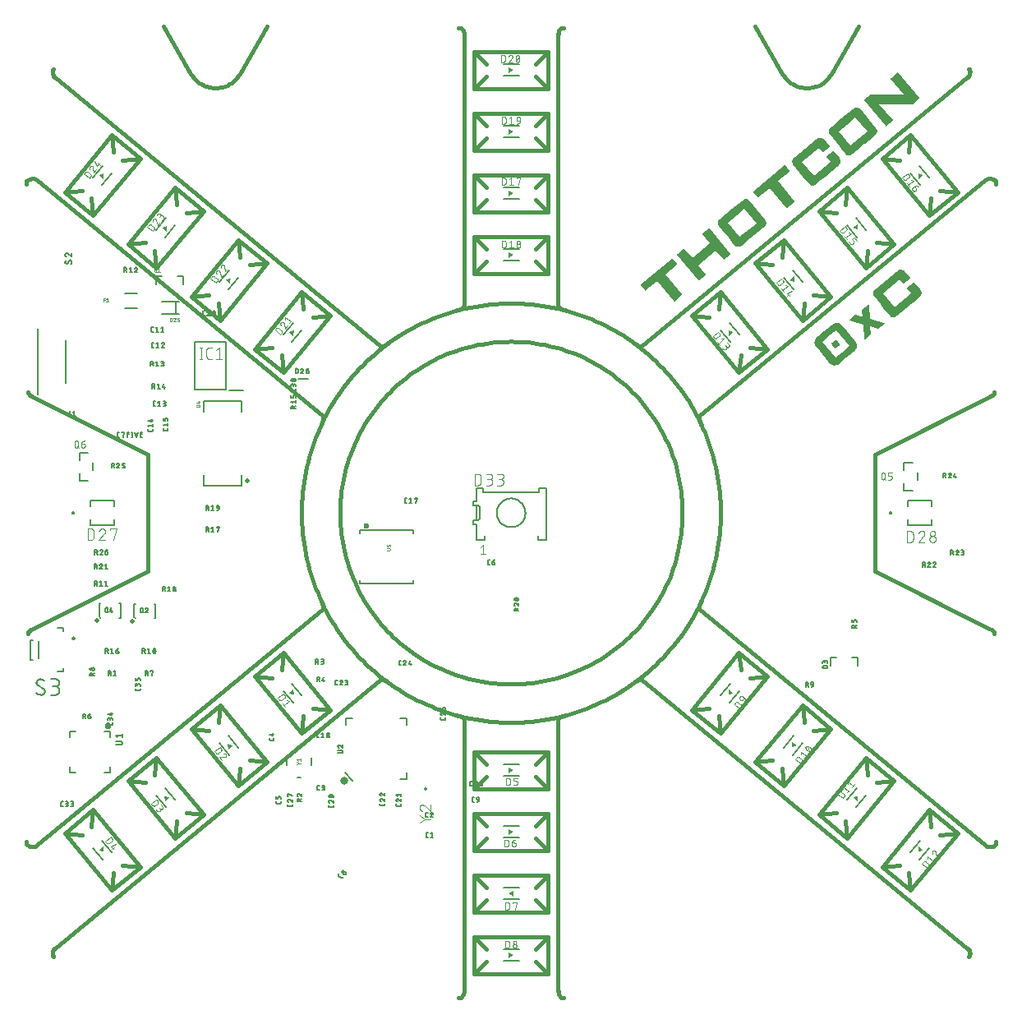
<source format=gbr>
G04 EAGLE Gerber RS-274X export*
G75*
%MOMM*%
%FSLAX34Y34*%
%LPD*%
%INSilkscreen Top*%
%IPPOS*%
%AMOC8*
5,1,8,0,0,1.08239X$1,22.5*%
G01*
%ADD10C,0.406400*%
%ADD11C,0.127000*%
%ADD12C,0.101600*%
%ADD13C,0.203200*%
%ADD14C,0.508000*%
%ADD15C,0.025400*%
%ADD16C,0.803212*%
%ADD17C,0.350000*%
%ADD18C,0.200000*%
%ADD19C,0.600000*%
%ADD20C,0.152400*%
%ADD21C,0.076200*%
%ADD22C,0.177800*%

G36*
X857260Y876127D02*
X857260Y876127D01*
X857324Y876126D01*
X857363Y876140D01*
X857394Y876145D01*
X857427Y876164D01*
X857480Y876184D01*
X858679Y876875D01*
X859879Y877567D01*
X859905Y877589D01*
X859946Y877613D01*
X864051Y880984D01*
X868154Y884362D01*
X868155Y884362D01*
X872255Y887742D01*
X873038Y888388D01*
X873823Y889031D01*
X873824Y889032D01*
X874608Y889679D01*
X874609Y889679D01*
X877170Y891803D01*
X879730Y893926D01*
X879731Y893926D01*
X882299Y896050D01*
X882312Y896067D01*
X882334Y896083D01*
X883611Y897367D01*
X884888Y898650D01*
X884935Y898721D01*
X884986Y898790D01*
X884990Y898805D01*
X884998Y898816D01*
X885006Y898860D01*
X885031Y898950D01*
X885186Y900415D01*
X885313Y901558D01*
X885310Y901593D01*
X885315Y901624D01*
X885312Y901637D01*
X885314Y901657D01*
X885299Y901715D01*
X885295Y901756D01*
X885282Y901781D01*
X885272Y901818D01*
X884708Y903073D01*
X884144Y904336D01*
X884118Y904372D01*
X884072Y904450D01*
X867782Y924127D01*
X867770Y924137D01*
X867762Y924150D01*
X867630Y924251D01*
X866544Y924822D01*
X865465Y925393D01*
X865426Y925404D01*
X865392Y925425D01*
X865317Y925437D01*
X865274Y925449D01*
X865254Y925447D01*
X865228Y925451D01*
X864177Y925444D01*
X862795Y925437D01*
X862717Y925421D01*
X862638Y925411D01*
X862618Y925400D01*
X862600Y925396D01*
X862563Y925371D01*
X862491Y925332D01*
X861172Y924309D01*
X861171Y924308D01*
X859851Y923278D01*
X859847Y923273D01*
X859841Y923270D01*
X848551Y913956D01*
X838682Y905815D01*
X838677Y905809D01*
X838669Y905804D01*
X837265Y904562D01*
X835861Y903321D01*
X835806Y903247D01*
X835748Y903176D01*
X835746Y903168D01*
X835741Y903162D01*
X835732Y903126D01*
X835698Y903018D01*
X835479Y901495D01*
X835331Y900486D01*
X835333Y900455D01*
X835326Y900425D01*
X835340Y900331D01*
X835342Y900288D01*
X835348Y900276D01*
X835350Y900260D01*
X835717Y899124D01*
X835717Y899123D01*
X835718Y899121D01*
X836092Y897986D01*
X836097Y897977D01*
X836099Y897966D01*
X836183Y897822D01*
X839554Y893780D01*
X839555Y893780D01*
X842927Y889730D01*
X846269Y885662D01*
X848266Y883234D01*
X850254Y880795D01*
X852244Y878354D01*
X852273Y878330D01*
X852310Y878287D01*
X853439Y877341D01*
X854568Y876396D01*
X854632Y876361D01*
X854692Y876320D01*
X854722Y876313D01*
X854743Y876301D01*
X854786Y876297D01*
X854853Y876281D01*
X856060Y876196D01*
X856061Y876196D01*
X857197Y876118D01*
X857260Y876127D01*
G37*
G36*
X742965Y781834D02*
X742965Y781834D01*
X743029Y781833D01*
X743068Y781847D01*
X743099Y781851D01*
X743132Y781871D01*
X743185Y781891D01*
X744385Y782582D01*
X745584Y783274D01*
X745610Y783297D01*
X745652Y783320D01*
X750014Y786908D01*
X754375Y790493D01*
X758733Y794085D01*
X759258Y794518D01*
X759786Y794950D01*
X759786Y794951D01*
X759787Y794951D01*
X760313Y795386D01*
X760314Y795386D01*
X762874Y797509D01*
X762875Y797509D01*
X765443Y799633D01*
X765443Y799634D01*
X765444Y799634D01*
X768005Y801765D01*
X768018Y801781D01*
X768039Y801795D01*
X769316Y803072D01*
X770600Y804356D01*
X770647Y804428D01*
X770698Y804497D01*
X770703Y804512D01*
X770709Y804522D01*
X770717Y804565D01*
X770743Y804657D01*
X770898Y806124D01*
X770898Y806125D01*
X771018Y807268D01*
X771014Y807315D01*
X771019Y807362D01*
X771003Y807424D01*
X770999Y807466D01*
X770987Y807489D01*
X770978Y807524D01*
X770413Y808787D01*
X770413Y808788D01*
X769848Y810043D01*
X769822Y810079D01*
X769778Y810157D01*
X753487Y829834D01*
X753476Y829843D01*
X753468Y829855D01*
X753336Y829957D01*
X752257Y830529D01*
X752256Y830529D01*
X752255Y830529D01*
X751169Y831101D01*
X751131Y831112D01*
X751097Y831131D01*
X751021Y831144D01*
X750978Y831156D01*
X750958Y831154D01*
X750933Y831158D01*
X749882Y831151D01*
X748500Y831144D01*
X748422Y831128D01*
X748343Y831118D01*
X748323Y831107D01*
X748305Y831103D01*
X748269Y831078D01*
X748197Y831039D01*
X746877Y830016D01*
X746877Y830015D01*
X746876Y830015D01*
X745557Y828985D01*
X745553Y828980D01*
X745546Y828976D01*
X735753Y820898D01*
X724387Y811522D01*
X724383Y811516D01*
X724374Y811511D01*
X722970Y810269D01*
X722970Y810268D01*
X721573Y809027D01*
X721519Y808955D01*
X721462Y808885D01*
X721459Y808875D01*
X721453Y808868D01*
X721444Y808829D01*
X721410Y808727D01*
X721185Y807203D01*
X721185Y807202D01*
X721184Y807202D01*
X721036Y806193D01*
X721038Y806162D01*
X721031Y806132D01*
X721045Y806038D01*
X721047Y805994D01*
X721053Y805983D01*
X721055Y805967D01*
X721422Y804831D01*
X721423Y804830D01*
X721423Y804828D01*
X721797Y803693D01*
X721802Y803683D01*
X721804Y803673D01*
X721888Y803529D01*
X725260Y799486D01*
X728630Y795439D01*
X731974Y791368D01*
X731975Y791368D01*
X733970Y788943D01*
X735959Y786502D01*
X737949Y784061D01*
X737979Y784037D01*
X738015Y783994D01*
X739144Y783048D01*
X740273Y782103D01*
X740337Y782068D01*
X740397Y782027D01*
X740427Y782019D01*
X740448Y782008D01*
X740491Y782004D01*
X740558Y781988D01*
X741765Y781903D01*
X741766Y781903D01*
X742902Y781825D01*
X742965Y781834D01*
G37*
G36*
X840670Y659625D02*
X840670Y659625D01*
X840692Y659624D01*
X841586Y659737D01*
X842473Y659842D01*
X842515Y659856D01*
X842588Y659870D01*
X843407Y660174D01*
X844564Y660604D01*
X844574Y660610D01*
X844706Y660685D01*
X845708Y661504D01*
X845709Y661505D01*
X846704Y662323D01*
X853540Y667960D01*
X860822Y673965D01*
X860823Y673966D01*
X862813Y675617D01*
X862921Y675743D01*
X863556Y676794D01*
X863557Y676796D01*
X863559Y676798D01*
X863996Y677539D01*
X864010Y677580D01*
X864042Y677642D01*
X864310Y678489D01*
X864578Y679336D01*
X864582Y679365D01*
X864593Y679393D01*
X864595Y679490D01*
X864600Y679533D01*
X864596Y679545D01*
X864596Y679559D01*
X864462Y680469D01*
X864462Y680470D01*
X864328Y681373D01*
X864313Y681413D01*
X864299Y681482D01*
X863975Y682306D01*
X863524Y683476D01*
X863510Y683498D01*
X863445Y683612D01*
X862619Y684621D01*
X861795Y685636D01*
X861794Y685637D01*
X861793Y685638D01*
X850067Y699855D01*
X850053Y699866D01*
X850044Y699880D01*
X850030Y699890D01*
X849219Y700865D01*
X848380Y701880D01*
X848357Y701899D01*
X848263Y701983D01*
X847198Y702661D01*
X846451Y703139D01*
X846412Y703154D01*
X846356Y703187D01*
X845503Y703504D01*
X845502Y703504D01*
X844649Y703822D01*
X844647Y703822D01*
X844647Y703823D01*
X844613Y703828D01*
X844586Y703841D01*
X844516Y703845D01*
X844482Y703851D01*
X844468Y703851D01*
X844452Y703853D01*
X844438Y703849D01*
X844420Y703850D01*
X843527Y703752D01*
X842632Y703660D01*
X842590Y703647D01*
X842515Y703634D01*
X841704Y703345D01*
X841703Y703344D01*
X841702Y703344D01*
X840530Y702921D01*
X840530Y702920D01*
X840529Y702920D01*
X840384Y702838D01*
X839375Y702012D01*
X839375Y702011D01*
X839374Y702011D01*
X838372Y701185D01*
X830725Y694880D01*
X824254Y689544D01*
X824253Y689543D01*
X824252Y689542D01*
X823257Y688709D01*
X822264Y687885D01*
X822263Y687884D01*
X822261Y687883D01*
X822154Y687756D01*
X821519Y686691D01*
X821518Y686691D01*
X821074Y685943D01*
X821059Y685901D01*
X821026Y685836D01*
X820758Y684975D01*
X820758Y684974D01*
X820490Y684107D01*
X820487Y684075D01*
X820475Y684045D01*
X820474Y683953D01*
X820470Y683909D01*
X820474Y683895D01*
X820474Y683878D01*
X820622Y682975D01*
X820770Y682078D01*
X820785Y682040D01*
X820798Y681977D01*
X821123Y681152D01*
X821124Y681151D01*
X821124Y681149D01*
X821597Y679971D01*
X821617Y679940D01*
X821674Y679840D01*
X822507Y678824D01*
X823339Y677808D01*
X823340Y677808D01*
X823340Y677807D01*
X835066Y663591D01*
X835067Y663589D01*
X835068Y663588D01*
X835908Y662586D01*
X836739Y661586D01*
X836766Y661564D01*
X836854Y661484D01*
X837913Y660807D01*
X838651Y660329D01*
X838691Y660313D01*
X838752Y660278D01*
X839602Y659969D01*
X840456Y659652D01*
X840492Y659646D01*
X840526Y659631D01*
X840608Y659628D01*
X840652Y659621D01*
X840670Y659625D01*
G37*
G36*
X894409Y906152D02*
X894409Y906152D01*
X894499Y906163D01*
X894506Y906167D01*
X894515Y906168D01*
X894659Y906251D01*
X901241Y911684D01*
X901246Y911690D01*
X901253Y911694D01*
X901309Y911767D01*
X901367Y911839D01*
X901369Y911846D01*
X901374Y911853D01*
X901396Y911942D01*
X901421Y912030D01*
X901420Y912038D01*
X901422Y912045D01*
X901408Y912137D01*
X901397Y912227D01*
X901393Y912234D01*
X901392Y912242D01*
X901309Y912386D01*
X887590Y929069D01*
X921682Y928700D01*
X921771Y928717D01*
X921861Y928731D01*
X921869Y928736D01*
X921877Y928737D01*
X921909Y928759D01*
X922005Y928814D01*
X928714Y934345D01*
X928720Y934352D01*
X928727Y934356D01*
X928782Y934429D01*
X928839Y934500D01*
X928842Y934508D01*
X928847Y934515D01*
X928869Y934603D01*
X928894Y934691D01*
X928893Y934699D01*
X928895Y934707D01*
X928881Y934798D01*
X928870Y934888D01*
X928866Y934896D01*
X928865Y934904D01*
X928782Y935048D01*
X906960Y961498D01*
X906953Y961504D01*
X906949Y961511D01*
X906876Y961566D01*
X906806Y961623D01*
X906797Y961626D01*
X906791Y961631D01*
X906702Y961653D01*
X906614Y961678D01*
X906606Y961677D01*
X906598Y961679D01*
X906508Y961665D01*
X906417Y961654D01*
X906410Y961650D01*
X906401Y961649D01*
X906257Y961566D01*
X899548Y956027D01*
X899542Y956021D01*
X899535Y956016D01*
X899480Y955944D01*
X899423Y955872D01*
X899420Y955864D01*
X899415Y955858D01*
X899393Y955769D01*
X899368Y955681D01*
X899369Y955673D01*
X899367Y955665D01*
X899381Y955575D01*
X899392Y955484D01*
X899396Y955477D01*
X899397Y955468D01*
X899480Y955324D01*
X912828Y939148D01*
X879100Y939018D01*
X879014Y939000D01*
X878928Y938987D01*
X878916Y938980D01*
X878905Y938978D01*
X878870Y938954D01*
X878784Y938904D01*
X872202Y933472D01*
X872196Y933465D01*
X872189Y933461D01*
X872180Y933449D01*
X872173Y933444D01*
X872154Y933415D01*
X872134Y933389D01*
X872076Y933317D01*
X872074Y933309D01*
X872069Y933303D01*
X872047Y933214D01*
X872022Y933126D01*
X872023Y933118D01*
X872021Y933110D01*
X872035Y933020D01*
X872046Y932929D01*
X872050Y932921D01*
X872051Y932913D01*
X872134Y932769D01*
X893956Y906319D01*
X893963Y906313D01*
X893967Y906306D01*
X894039Y906251D01*
X894111Y906194D01*
X894119Y906191D01*
X894125Y906186D01*
X894214Y906164D01*
X894302Y906139D01*
X894310Y906140D01*
X894318Y906138D01*
X894409Y906152D01*
G37*
G36*
X819500Y844978D02*
X819500Y844978D01*
X819564Y844977D01*
X819604Y844992D01*
X819634Y844996D01*
X819667Y845016D01*
X819720Y845035D01*
X820920Y845726D01*
X822119Y846418D01*
X822145Y846441D01*
X822187Y846465D01*
X826991Y850409D01*
X831789Y854352D01*
X831789Y854353D01*
X831790Y854353D01*
X836573Y858304D01*
X836574Y858304D01*
X839113Y860407D01*
X839114Y860407D01*
X841646Y862502D01*
X841647Y862503D01*
X841648Y862503D01*
X844173Y864606D01*
X844182Y864616D01*
X844196Y864626D01*
X844676Y865077D01*
X845153Y865519D01*
X845169Y865542D01*
X845197Y865566D01*
X845612Y866065D01*
X845979Y866503D01*
X845991Y866525D01*
X846014Y866550D01*
X846323Y867021D01*
X846641Y867501D01*
X846651Y867527D01*
X846673Y867557D01*
X847160Y868552D01*
X847653Y869552D01*
X847668Y869611D01*
X847693Y869666D01*
X847695Y869712D01*
X847704Y869745D01*
X847698Y869781D01*
X847701Y869833D01*
X847588Y870771D01*
X847489Y871609D01*
X847476Y871648D01*
X847473Y871689D01*
X847441Y871756D01*
X847427Y871798D01*
X847413Y871814D01*
X847401Y871839D01*
X846837Y872637D01*
X846835Y872638D01*
X846834Y872641D01*
X846262Y873431D01*
X846251Y873441D01*
X846241Y873458D01*
X840237Y880675D01*
X840232Y880680D01*
X840228Y880686D01*
X840154Y880742D01*
X840082Y880800D01*
X840075Y880802D01*
X840069Y880806D01*
X839980Y880829D01*
X839891Y880854D01*
X839884Y880853D01*
X839877Y880855D01*
X839786Y880840D01*
X839694Y880829D01*
X839687Y880825D01*
X839680Y880824D01*
X839536Y880741D01*
X833052Y875393D01*
X833047Y875386D01*
X833040Y875382D01*
X832985Y875309D01*
X832927Y875238D01*
X832925Y875230D01*
X832920Y875224D01*
X832897Y875135D01*
X832872Y875047D01*
X832873Y875039D01*
X832871Y875031D01*
X832885Y874941D01*
X832896Y874850D01*
X832900Y874842D01*
X832902Y874834D01*
X832985Y874690D01*
X837274Y869487D01*
X819997Y855230D01*
X808032Y869734D01*
X825245Y883936D01*
X828879Y879530D01*
X828885Y879525D01*
X828889Y879518D01*
X828962Y879463D01*
X829033Y879405D01*
X829041Y879403D01*
X829048Y879398D01*
X829137Y879375D01*
X829224Y879350D01*
X829232Y879351D01*
X829240Y879349D01*
X829331Y879363D01*
X829422Y879374D01*
X829429Y879378D01*
X829437Y879380D01*
X829581Y879462D01*
X836100Y884831D01*
X836106Y884838D01*
X836113Y884842D01*
X836168Y884915D01*
X836225Y884986D01*
X836228Y884994D01*
X836233Y885001D01*
X836255Y885089D01*
X836280Y885177D01*
X836279Y885186D01*
X836281Y885194D01*
X836267Y885284D01*
X836256Y885374D01*
X836252Y885382D01*
X836251Y885390D01*
X836168Y885535D01*
X830136Y892844D01*
X830121Y892855D01*
X830112Y892871D01*
X829991Y892960D01*
X829981Y892969D01*
X829980Y892969D01*
X829978Y892970D01*
X828835Y893556D01*
X828834Y893557D01*
X827684Y894142D01*
X827648Y894152D01*
X827616Y894171D01*
X827536Y894183D01*
X827493Y894195D01*
X827474Y894193D01*
X827451Y894197D01*
X826350Y894182D01*
X824868Y894161D01*
X824792Y894144D01*
X824714Y894134D01*
X824693Y894123D01*
X824674Y894119D01*
X824637Y894093D01*
X824567Y894055D01*
X823165Y892955D01*
X821761Y891861D01*
X821756Y891857D01*
X821750Y891853D01*
X800923Y874666D01*
X800918Y874660D01*
X800910Y874655D01*
X799505Y873413D01*
X799505Y873412D01*
X798108Y872171D01*
X798054Y872099D01*
X797997Y872029D01*
X797994Y872019D01*
X797988Y872012D01*
X797979Y871974D01*
X797945Y871871D01*
X797720Y870347D01*
X797720Y870346D01*
X797571Y869337D01*
X797573Y869305D01*
X797566Y869273D01*
X797580Y869183D01*
X797582Y869139D01*
X797589Y869126D01*
X797591Y869109D01*
X797965Y867974D01*
X798331Y866840D01*
X798337Y866829D01*
X798339Y866817D01*
X798423Y866673D01*
X801795Y862631D01*
X805166Y858584D01*
X808509Y854513D01*
X808510Y854513D01*
X808510Y854512D01*
X810513Y852086D01*
X812494Y849647D01*
X812495Y849646D01*
X814484Y847205D01*
X814514Y847181D01*
X814551Y847138D01*
X815679Y846192D01*
X815680Y846192D01*
X816816Y845246D01*
X816880Y845212D01*
X816939Y845171D01*
X816970Y845163D01*
X816991Y845152D01*
X817034Y845148D01*
X817101Y845132D01*
X818300Y845047D01*
X818301Y845047D01*
X819437Y844970D01*
X819500Y844978D01*
G37*
G36*
X902837Y709355D02*
X902837Y709355D01*
X902901Y709354D01*
X902940Y709369D01*
X902971Y709373D01*
X903004Y709393D01*
X903057Y709412D01*
X904256Y710104D01*
X905456Y710795D01*
X905482Y710818D01*
X905523Y710842D01*
X910321Y714786D01*
X915125Y718730D01*
X915126Y718730D01*
X915127Y718731D01*
X919910Y722688D01*
X922449Y724784D01*
X922450Y724784D01*
X922451Y724785D01*
X924976Y726886D01*
X927509Y728982D01*
X927518Y728993D01*
X927532Y729003D01*
X928011Y729453D01*
X928489Y729896D01*
X928506Y729919D01*
X928534Y729944D01*
X928948Y730443D01*
X929315Y730880D01*
X929328Y730904D01*
X929352Y730930D01*
X929661Y731406D01*
X929975Y731875D01*
X929987Y731903D01*
X930010Y731935D01*
X930496Y732936D01*
X930983Y733931D01*
X930998Y733987D01*
X931021Y734040D01*
X931024Y734089D01*
X931033Y734123D01*
X931028Y734158D01*
X931031Y734206D01*
X930925Y735151D01*
X930924Y735152D01*
X930924Y735154D01*
X930826Y735987D01*
X930812Y736027D01*
X930809Y736070D01*
X930777Y736134D01*
X930763Y736176D01*
X930748Y736193D01*
X930736Y736219D01*
X930165Y737015D01*
X929600Y737806D01*
X929588Y737817D01*
X929578Y737835D01*
X923567Y745052D01*
X923561Y745057D01*
X923557Y745063D01*
X923484Y745119D01*
X923411Y745177D01*
X923404Y745179D01*
X923399Y745183D01*
X923309Y745206D01*
X923220Y745231D01*
X923213Y745230D01*
X923206Y745232D01*
X923115Y745218D01*
X923023Y745206D01*
X923016Y745202D01*
X923009Y745201D01*
X922865Y745118D01*
X916388Y739770D01*
X916383Y739764D01*
X916376Y739760D01*
X916321Y739687D01*
X916263Y739616D01*
X916261Y739608D01*
X916256Y739601D01*
X916234Y739513D01*
X916209Y739424D01*
X916210Y739416D01*
X916208Y739408D01*
X916222Y739318D01*
X916233Y739227D01*
X916237Y739220D01*
X916238Y739212D01*
X916321Y739068D01*
X920611Y733865D01*
X903333Y719607D01*
X891361Y734111D01*
X908582Y748313D01*
X912215Y743907D01*
X912222Y743902D01*
X912226Y743894D01*
X912299Y743839D01*
X912369Y743782D01*
X912378Y743780D01*
X912384Y743775D01*
X912473Y743752D01*
X912561Y743727D01*
X912569Y743728D01*
X912577Y743726D01*
X912667Y743740D01*
X912758Y743751D01*
X912765Y743756D01*
X912774Y743757D01*
X912918Y743840D01*
X919430Y749216D01*
X919435Y749223D01*
X919442Y749227D01*
X919497Y749300D01*
X919555Y749371D01*
X919557Y749379D01*
X919562Y749385D01*
X919585Y749474D01*
X919610Y749562D01*
X919609Y749570D01*
X919611Y749578D01*
X919597Y749668D01*
X919586Y749759D01*
X919581Y749767D01*
X919580Y749775D01*
X919497Y749919D01*
X913472Y757221D01*
X913457Y757233D01*
X913447Y757249D01*
X913331Y757335D01*
X913317Y757346D01*
X913315Y757347D01*
X913313Y757348D01*
X912165Y757933D01*
X911022Y758519D01*
X910985Y758529D01*
X910952Y758548D01*
X910873Y758560D01*
X910830Y758572D01*
X910811Y758570D01*
X910788Y758574D01*
X909680Y758559D01*
X909679Y758559D01*
X908198Y758538D01*
X908121Y758522D01*
X908043Y758512D01*
X908022Y758500D01*
X908003Y758496D01*
X907967Y758470D01*
X907897Y758432D01*
X906500Y757339D01*
X905096Y756238D01*
X905092Y756234D01*
X905086Y756230D01*
X884259Y739043D01*
X884254Y739037D01*
X884246Y739032D01*
X882842Y737791D01*
X882842Y737790D01*
X882841Y737790D01*
X881444Y736548D01*
X881390Y736476D01*
X881333Y736406D01*
X881330Y736396D01*
X881325Y736389D01*
X881315Y736350D01*
X881282Y736248D01*
X881056Y734724D01*
X881056Y734723D01*
X880908Y733715D01*
X880910Y733683D01*
X880903Y733653D01*
X880916Y733560D01*
X880919Y733516D01*
X880924Y733504D01*
X880927Y733489D01*
X881294Y732353D01*
X881295Y732351D01*
X881295Y732349D01*
X881669Y731220D01*
X881674Y731212D01*
X881675Y731202D01*
X881759Y731058D01*
X885131Y727008D01*
X888504Y722958D01*
X891846Y718890D01*
X893843Y716463D01*
X895831Y714024D01*
X897820Y711583D01*
X897850Y711558D01*
X897887Y711515D01*
X899016Y710570D01*
X899016Y710569D01*
X899017Y710569D01*
X900153Y709623D01*
X900216Y709589D01*
X900275Y709548D01*
X900306Y709541D01*
X900328Y709529D01*
X900371Y709525D01*
X900437Y709509D01*
X901636Y709424D01*
X901637Y709424D01*
X901638Y709424D01*
X902773Y709347D01*
X902837Y709355D01*
G37*
G36*
X701631Y747113D02*
X701631Y747113D01*
X701722Y747124D01*
X701729Y747128D01*
X701738Y747129D01*
X701882Y747212D01*
X708492Y752666D01*
X708498Y752673D01*
X708505Y752677D01*
X708560Y752750D01*
X708618Y752821D01*
X708620Y752829D01*
X708625Y752835D01*
X708647Y752924D01*
X708672Y753012D01*
X708671Y753020D01*
X708673Y753028D01*
X708659Y753119D01*
X708648Y753209D01*
X708644Y753216D01*
X708643Y753225D01*
X708560Y753369D01*
X700694Y762903D01*
X719001Y778001D01*
X726867Y768467D01*
X726874Y768461D01*
X726878Y768454D01*
X726951Y768399D01*
X727022Y768341D01*
X727030Y768339D01*
X727037Y768334D01*
X727125Y768312D01*
X727213Y768287D01*
X727221Y768288D01*
X727229Y768286D01*
X727320Y768300D01*
X727410Y768311D01*
X727417Y768315D01*
X727426Y768316D01*
X727570Y768399D01*
X734146Y773832D01*
X734151Y773838D01*
X734158Y773843D01*
X734213Y773915D01*
X734271Y773987D01*
X734273Y773995D01*
X734278Y774001D01*
X734300Y774090D01*
X734325Y774178D01*
X734324Y774186D01*
X734326Y774194D01*
X734312Y774284D01*
X734301Y774375D01*
X734297Y774382D01*
X734296Y774390D01*
X734213Y774535D01*
X712391Y800984D01*
X712384Y800990D01*
X712380Y800997D01*
X712307Y801052D01*
X712236Y801110D01*
X712228Y801112D01*
X712221Y801117D01*
X712133Y801139D01*
X712045Y801164D01*
X712037Y801163D01*
X712028Y801165D01*
X711938Y801151D01*
X711848Y801140D01*
X711840Y801136D01*
X711832Y801135D01*
X711688Y801052D01*
X705112Y795619D01*
X705107Y795613D01*
X705100Y795609D01*
X705045Y795536D01*
X704987Y795465D01*
X704985Y795457D01*
X704980Y795450D01*
X704958Y795361D01*
X704932Y795274D01*
X704933Y795265D01*
X704931Y795257D01*
X704946Y795167D01*
X704957Y795076D01*
X704961Y795069D01*
X704962Y795061D01*
X705045Y794917D01*
X712911Y785382D01*
X694604Y770284D01*
X686738Y779819D01*
X686731Y779824D01*
X686727Y779832D01*
X686654Y779886D01*
X686583Y779944D01*
X686575Y779946D01*
X686568Y779951D01*
X686480Y779974D01*
X686392Y779999D01*
X686384Y779998D01*
X686376Y780000D01*
X686285Y779986D01*
X686195Y779975D01*
X686187Y779970D01*
X686179Y779969D01*
X686035Y779886D01*
X679424Y774425D01*
X679419Y774419D01*
X679412Y774415D01*
X679404Y774405D01*
X679404Y774404D01*
X679356Y774341D01*
X679299Y774271D01*
X679297Y774263D01*
X679292Y774256D01*
X679270Y774167D01*
X679244Y774080D01*
X679245Y774071D01*
X679243Y774063D01*
X679258Y773973D01*
X679269Y773882D01*
X679273Y773875D01*
X679274Y773867D01*
X679357Y773723D01*
X701179Y747280D01*
X701185Y747274D01*
X701190Y747267D01*
X701262Y747212D01*
X701334Y747155D01*
X701342Y747152D01*
X701348Y747147D01*
X701437Y747125D01*
X701525Y747100D01*
X701533Y747101D01*
X701541Y747099D01*
X701631Y747113D01*
G37*
G36*
X792213Y821842D02*
X792213Y821842D01*
X792304Y821853D01*
X792311Y821857D01*
X792320Y821858D01*
X792464Y821941D01*
X800168Y828298D01*
X800173Y828304D01*
X800181Y828309D01*
X800236Y828382D01*
X800293Y828453D01*
X800296Y828461D01*
X800301Y828467D01*
X800323Y828556D01*
X800348Y828644D01*
X800347Y828652D01*
X800349Y828660D01*
X800335Y828750D01*
X800324Y828841D01*
X800320Y828848D01*
X800319Y828857D01*
X800236Y829001D01*
X783183Y849676D01*
X795258Y859644D01*
X795263Y859651D01*
X795270Y859655D01*
X795325Y859728D01*
X795383Y859799D01*
X795385Y859807D01*
X795390Y859814D01*
X795412Y859902D01*
X795438Y859990D01*
X795437Y859998D01*
X795439Y860006D01*
X795425Y860097D01*
X795413Y860188D01*
X795409Y860195D01*
X795408Y860203D01*
X795325Y860347D01*
X790880Y865738D01*
X790874Y865743D01*
X790870Y865750D01*
X790797Y865805D01*
X790726Y865863D01*
X790718Y865865D01*
X790711Y865870D01*
X790623Y865892D01*
X790535Y865918D01*
X790526Y865917D01*
X790518Y865919D01*
X790429Y865905D01*
X790337Y865894D01*
X790330Y865889D01*
X790322Y865888D01*
X790177Y865805D01*
X757907Y839178D01*
X757901Y839171D01*
X757894Y839167D01*
X757884Y839154D01*
X757876Y839149D01*
X757854Y839114D01*
X757839Y839095D01*
X757782Y839024D01*
X757779Y839015D01*
X757774Y839008D01*
X757752Y838920D01*
X757727Y838833D01*
X757728Y838824D01*
X757726Y838816D01*
X757740Y838726D01*
X757751Y838635D01*
X757755Y838628D01*
X757757Y838619D01*
X757840Y838475D01*
X762292Y833092D01*
X762298Y833087D01*
X762302Y833080D01*
X762375Y833024D01*
X762446Y832967D01*
X762454Y832965D01*
X762461Y832960D01*
X762549Y832938D01*
X762638Y832912D01*
X762646Y832913D01*
X762653Y832911D01*
X762744Y832925D01*
X762835Y832937D01*
X762842Y832941D01*
X762850Y832942D01*
X762994Y833025D01*
X774709Y842691D01*
X791761Y822009D01*
X791767Y822003D01*
X791772Y821996D01*
X791845Y821941D01*
X791915Y821884D01*
X791924Y821881D01*
X791930Y821876D01*
X792019Y821854D01*
X792107Y821829D01*
X792115Y821830D01*
X792123Y821828D01*
X792213Y821842D01*
G37*
G36*
X675738Y725749D02*
X675738Y725749D01*
X675829Y725760D01*
X675836Y725765D01*
X675845Y725766D01*
X675989Y725849D01*
X683693Y732206D01*
X683699Y732212D01*
X683706Y732217D01*
X683761Y732290D01*
X683818Y732360D01*
X683821Y732368D01*
X683826Y732375D01*
X683848Y732464D01*
X683873Y732551D01*
X683872Y732560D01*
X683874Y732568D01*
X683860Y732658D01*
X683849Y732749D01*
X683845Y732756D01*
X683844Y732764D01*
X683761Y732909D01*
X666701Y753583D01*
X678783Y763552D01*
X678788Y763559D01*
X678795Y763563D01*
X678850Y763635D01*
X678908Y763707D01*
X678910Y763715D01*
X678915Y763721D01*
X678938Y763810D01*
X678963Y763898D01*
X678962Y763906D01*
X678964Y763914D01*
X678950Y764004D01*
X678939Y764095D01*
X678935Y764102D01*
X678933Y764111D01*
X678850Y764255D01*
X674406Y769645D01*
X674399Y769650D01*
X674395Y769658D01*
X674322Y769713D01*
X674251Y769770D01*
X674243Y769772D01*
X674236Y769777D01*
X674148Y769800D01*
X674060Y769825D01*
X674051Y769824D01*
X674043Y769826D01*
X673953Y769812D01*
X673863Y769801D01*
X673855Y769797D01*
X673847Y769795D01*
X673703Y769712D01*
X641432Y743086D01*
X641426Y743079D01*
X641419Y743075D01*
X641409Y743062D01*
X641401Y743056D01*
X641379Y743022D01*
X641364Y743002D01*
X641307Y742931D01*
X641304Y742923D01*
X641299Y742916D01*
X641277Y742828D01*
X641252Y742740D01*
X641253Y742732D01*
X641251Y742723D01*
X641265Y742633D01*
X641276Y742543D01*
X641280Y742535D01*
X641282Y742527D01*
X641365Y742383D01*
X645817Y737000D01*
X645823Y736995D01*
X645827Y736987D01*
X645900Y736932D01*
X645972Y736875D01*
X645979Y736872D01*
X645986Y736868D01*
X646074Y736845D01*
X646163Y736820D01*
X646171Y736821D01*
X646179Y736819D01*
X646269Y736833D01*
X646360Y736844D01*
X646367Y736848D01*
X646375Y736850D01*
X646519Y736933D01*
X658234Y746598D01*
X675286Y725917D01*
X675293Y725911D01*
X675297Y725904D01*
X675370Y725849D01*
X675441Y725791D01*
X675449Y725789D01*
X675455Y725784D01*
X675544Y725762D01*
X675632Y725736D01*
X675640Y725737D01*
X675648Y725735D01*
X675738Y725749D01*
G37*
%LPC*%
G36*
X731490Y806589D02*
X731490Y806589D01*
X741160Y814565D01*
X748710Y820791D01*
X760647Y806322D01*
X753394Y800337D01*
X743433Y792120D01*
X731490Y806589D01*
G37*
%LPD*%
%LPC*%
G36*
X845784Y900882D02*
X845784Y900882D01*
X854113Y907754D01*
X862998Y915084D01*
X874942Y900615D01*
X866763Y893870D01*
X857721Y886413D01*
X845784Y900882D01*
G37*
%LPD*%
G36*
X872599Y686373D02*
X872599Y686373D01*
X872639Y686370D01*
X872696Y686388D01*
X872756Y686397D01*
X872796Y686420D01*
X872828Y686431D01*
X872855Y686455D01*
X872900Y686480D01*
X878841Y691370D01*
X878880Y691418D01*
X878926Y691460D01*
X878942Y691495D01*
X878966Y691524D01*
X878983Y691584D01*
X879009Y691641D01*
X879012Y691684D01*
X879021Y691715D01*
X879016Y691753D01*
X879020Y691807D01*
X878139Y700240D01*
X886207Y697741D01*
X886270Y697735D01*
X886331Y697719D01*
X886368Y697725D01*
X886405Y697721D01*
X886465Y697740D01*
X886528Y697750D01*
X886565Y697771D01*
X886595Y697780D01*
X886624Y697805D01*
X886672Y697832D01*
X892895Y702962D01*
X892911Y702981D01*
X892929Y702994D01*
X892946Y703021D01*
X892979Y703050D01*
X892995Y703086D01*
X893020Y703116D01*
X893031Y703153D01*
X893036Y703161D01*
X893039Y703180D01*
X893063Y703230D01*
X893064Y703269D01*
X893075Y703307D01*
X893069Y703356D01*
X893069Y703358D01*
X893068Y703361D01*
X893068Y703368D01*
X893070Y703429D01*
X893056Y703466D01*
X893051Y703505D01*
X893020Y703558D01*
X892999Y703615D01*
X892971Y703643D01*
X892952Y703677D01*
X892903Y703714D01*
X892861Y703758D01*
X892820Y703777D01*
X892793Y703797D01*
X892757Y703806D01*
X892710Y703828D01*
X877643Y707974D01*
X876686Y722056D01*
X876669Y722117D01*
X876662Y722180D01*
X876643Y722212D01*
X876633Y722248D01*
X876594Y722297D01*
X876563Y722352D01*
X876533Y722375D01*
X876510Y722404D01*
X876455Y722434D01*
X876404Y722472D01*
X876368Y722481D01*
X876336Y722499D01*
X876273Y722505D01*
X876211Y722521D01*
X876175Y722515D01*
X876138Y722519D01*
X876077Y722500D01*
X876015Y722490D01*
X875978Y722469D01*
X875948Y722460D01*
X875919Y722435D01*
X875871Y722408D01*
X869909Y717497D01*
X869871Y717451D01*
X869826Y717411D01*
X869809Y717374D01*
X869784Y717343D01*
X869767Y717285D01*
X869742Y717231D01*
X869738Y717184D01*
X869729Y717152D01*
X869733Y717116D01*
X869729Y717065D01*
X870434Y709605D01*
X863415Y711844D01*
X863349Y711851D01*
X863286Y711867D01*
X863251Y711862D01*
X863217Y711866D01*
X863154Y711847D01*
X863089Y711837D01*
X863055Y711817D01*
X863027Y711809D01*
X862996Y711783D01*
X862945Y711754D01*
X856758Y706653D01*
X856718Y706604D01*
X856672Y706562D01*
X856656Y706528D01*
X856633Y706498D01*
X856615Y706438D01*
X856589Y706381D01*
X856588Y706343D01*
X856578Y706307D01*
X856585Y706245D01*
X856584Y706182D01*
X856597Y706147D01*
X856602Y706110D01*
X856633Y706056D01*
X856656Y705997D01*
X856682Y705970D01*
X856701Y705938D01*
X856751Y705900D01*
X856795Y705855D01*
X856834Y705837D01*
X856859Y705818D01*
X856896Y705808D01*
X856946Y705785D01*
X870885Y702046D01*
X872085Y686827D01*
X872102Y686768D01*
X872109Y686708D01*
X872129Y686674D01*
X872140Y686635D01*
X872178Y686588D01*
X872208Y686536D01*
X872240Y686512D01*
X872265Y686481D01*
X872318Y686452D01*
X872367Y686416D01*
X872405Y686406D01*
X872440Y686387D01*
X872501Y686382D01*
X872559Y686367D01*
X872599Y686373D01*
G37*
%LPC*%
G36*
X828429Y684252D02*
X828429Y684252D01*
X835131Y689778D01*
X842770Y696076D01*
X856479Y679455D01*
X848960Y673253D01*
X842143Y667631D01*
X828429Y684252D01*
G37*
%LPD*%
G36*
X842503Y677593D02*
X842503Y677593D01*
X842574Y677592D01*
X842605Y677604D01*
X842630Y677607D01*
X842667Y677627D01*
X842730Y677651D01*
X843068Y677849D01*
X843071Y677851D01*
X843075Y677852D01*
X843414Y678057D01*
X843437Y678078D01*
X843473Y678099D01*
X845886Y680088D01*
X845907Y680115D01*
X845943Y680144D01*
X846202Y680438D01*
X846461Y680725D01*
X846500Y680791D01*
X846545Y680853D01*
X846552Y680878D01*
X846562Y680896D01*
X846568Y680940D01*
X846588Y681014D01*
X846616Y681324D01*
X846616Y681325D01*
X846616Y681327D01*
X846644Y681651D01*
X846635Y681728D01*
X846634Y681805D01*
X846624Y681829D01*
X846622Y681849D01*
X846600Y681888D01*
X846570Y681959D01*
X846359Y682298D01*
X846358Y682299D01*
X846357Y682300D01*
X846138Y682646D01*
X846120Y682665D01*
X846102Y682696D01*
X844684Y684418D01*
X844683Y684418D01*
X844084Y685145D01*
X844062Y685163D01*
X844038Y685193D01*
X843744Y685466D01*
X843457Y685739D01*
X843386Y685783D01*
X843318Y685833D01*
X843301Y685837D01*
X843289Y685844D01*
X843245Y685852D01*
X843157Y685874D01*
X842839Y685902D01*
X842535Y685937D01*
X842455Y685930D01*
X842375Y685929D01*
X842354Y685921D01*
X842336Y685920D01*
X842297Y685899D01*
X842220Y685868D01*
X841885Y685666D01*
X841549Y685470D01*
X841524Y685447D01*
X841483Y685424D01*
X839070Y683434D01*
X839060Y683422D01*
X839059Y683421D01*
X839049Y683408D01*
X839013Y683379D01*
X838756Y683086D01*
X838495Y682798D01*
X838456Y682732D01*
X838411Y682669D01*
X838404Y682644D01*
X838394Y682627D01*
X838388Y682583D01*
X838369Y682508D01*
X838340Y682190D01*
X838312Y681873D01*
X838321Y681798D01*
X838322Y681722D01*
X838332Y681696D01*
X838334Y681675D01*
X838356Y681637D01*
X838384Y681568D01*
X838595Y681222D01*
X838599Y681218D01*
X838602Y681212D01*
X838820Y680873D01*
X838838Y680855D01*
X838855Y680827D01*
X840872Y678379D01*
X840895Y678361D01*
X840918Y678330D01*
X841212Y678057D01*
X841499Y677784D01*
X841566Y677742D01*
X841629Y677695D01*
X841652Y677688D01*
X841668Y677678D01*
X841712Y677671D01*
X841789Y677649D01*
X842114Y677614D01*
X842118Y677615D01*
X842122Y677613D01*
X842433Y677585D01*
X842503Y677593D01*
G37*
G36*
X510301Y112391D02*
X510301Y112391D01*
X510304Y112392D01*
X510304Y112394D01*
X510305Y112395D01*
X510305Y118745D01*
X510304Y118746D01*
X510304Y118747D01*
X510303Y118748D01*
X510301Y118750D01*
X510299Y118749D01*
X510297Y118749D01*
X505697Y115574D01*
X505697Y115573D01*
X505696Y115573D01*
X505696Y115572D01*
X505695Y115571D01*
X505696Y115570D01*
X505696Y115568D01*
X505697Y115567D01*
X505697Y115566D01*
X510297Y112391D01*
X510299Y112391D01*
X510299Y112390D01*
X510301Y112391D01*
G37*
G36*
X865420Y799846D02*
X865420Y799846D01*
X865423Y799847D01*
X865423Y799849D01*
X865424Y799850D01*
X864947Y805419D01*
X864947Y805420D01*
X864947Y805421D01*
X864945Y805421D01*
X864943Y805423D01*
X864941Y805422D01*
X864939Y805422D01*
X860040Y801383D01*
X860039Y801382D01*
X860038Y801381D01*
X860038Y801380D01*
X860039Y801379D01*
X860038Y801377D01*
X860040Y801376D01*
X860041Y801374D01*
X865417Y799844D01*
X865418Y799845D01*
X865418Y799844D01*
X865420Y799846D01*
G37*
G36*
X88205Y158699D02*
X88205Y158699D01*
X88209Y158701D01*
X88208Y158702D01*
X88209Y158703D01*
X87733Y164272D01*
X87732Y164273D01*
X87732Y164274D01*
X87730Y164274D01*
X87728Y164276D01*
X87727Y164275D01*
X87725Y164275D01*
X82825Y160236D01*
X82825Y160235D01*
X82824Y160234D01*
X82824Y160233D01*
X82824Y160230D01*
X82826Y160229D01*
X82827Y160228D01*
X88203Y158698D01*
X88204Y158697D01*
X88205Y158699D01*
G37*
G36*
X284141Y320344D02*
X284141Y320344D01*
X284144Y320346D01*
X284144Y320347D01*
X284145Y320349D01*
X283668Y325918D01*
X283668Y325920D01*
X283666Y325920D01*
X283664Y325922D01*
X283662Y325921D01*
X283660Y325921D01*
X278761Y321882D01*
X278760Y321881D01*
X278759Y321880D01*
X278759Y321879D01*
X278760Y321878D01*
X278759Y321875D01*
X278761Y321875D01*
X278762Y321873D01*
X284138Y320343D01*
X284139Y320344D01*
X284139Y320343D01*
X284141Y320344D01*
G37*
G36*
X800116Y745972D02*
X800116Y745972D01*
X800120Y745974D01*
X800119Y745975D01*
X800120Y745976D01*
X799644Y751545D01*
X799643Y751546D01*
X799643Y751548D01*
X799641Y751548D01*
X799639Y751550D01*
X799638Y751548D01*
X799636Y751549D01*
X794736Y747510D01*
X794736Y747508D01*
X794735Y747508D01*
X794735Y747507D01*
X794736Y747506D01*
X794735Y747503D01*
X794737Y747503D01*
X794738Y747501D01*
X800114Y745971D01*
X800115Y745971D01*
X800116Y745972D01*
G37*
G36*
X151084Y210553D02*
X151084Y210553D01*
X151086Y210552D01*
X155986Y214592D01*
X155986Y214593D01*
X155987Y214593D01*
X155986Y214595D01*
X155987Y214598D01*
X155985Y214598D01*
X155984Y214600D01*
X150608Y216130D01*
X150607Y216130D01*
X150606Y216129D01*
X150602Y216127D01*
X150603Y216126D01*
X150602Y216125D01*
X151078Y210556D01*
X151079Y210555D01*
X151079Y210554D01*
X151081Y210553D01*
X151083Y210551D01*
X151084Y210553D01*
G37*
G36*
X216387Y264426D02*
X216387Y264426D01*
X216389Y264426D01*
X221289Y268465D01*
X221289Y268466D01*
X221291Y268467D01*
X221290Y268469D01*
X221290Y268471D01*
X221288Y268472D01*
X221287Y268474D01*
X215912Y270004D01*
X215911Y270003D01*
X215910Y270004D01*
X215909Y270002D01*
X215906Y270001D01*
X215906Y269999D01*
X215905Y269998D01*
X216381Y264429D01*
X216382Y264428D01*
X216382Y264427D01*
X216384Y264427D01*
X216386Y264425D01*
X216387Y264426D01*
G37*
G36*
X732338Y690079D02*
X732338Y690079D01*
X732340Y690079D01*
X737239Y694118D01*
X737240Y694119D01*
X737241Y694120D01*
X737240Y694122D01*
X737241Y694125D01*
X737239Y694125D01*
X737238Y694127D01*
X731862Y695657D01*
X731861Y695656D01*
X731861Y695657D01*
X731859Y695656D01*
X731856Y695654D01*
X731856Y695653D01*
X731855Y695651D01*
X732332Y690082D01*
X732332Y690080D01*
X732334Y690080D01*
X732336Y690078D01*
X732338Y690079D01*
G37*
G36*
X928273Y851725D02*
X928273Y851725D01*
X928275Y851725D01*
X933175Y855764D01*
X933175Y855765D01*
X933176Y855766D01*
X933176Y855767D01*
X933176Y855770D01*
X933174Y855771D01*
X933173Y855772D01*
X927797Y857302D01*
X927796Y857303D01*
X927795Y857301D01*
X927791Y857299D01*
X927792Y857298D01*
X927791Y857297D01*
X928267Y851728D01*
X928268Y851727D01*
X928268Y851726D01*
X928270Y851726D01*
X928272Y851724D01*
X928273Y851725D01*
G37*
G36*
X797189Y266445D02*
X797189Y266445D01*
X797191Y266444D01*
X802566Y267974D01*
X802567Y267976D01*
X802569Y267976D01*
X802568Y267977D01*
X802569Y267979D01*
X802570Y267979D01*
X802569Y267979D01*
X802570Y267980D01*
X802568Y267981D01*
X802568Y267983D01*
X797668Y272022D01*
X797667Y272022D01*
X797666Y272023D01*
X797665Y272022D01*
X797662Y272022D01*
X797662Y272020D01*
X797660Y272019D01*
X797612Y271453D01*
X797591Y271210D01*
X797570Y270966D01*
X797517Y270345D01*
X797496Y270102D01*
X797443Y269481D01*
X797423Y269237D01*
X797402Y268994D01*
X797349Y268373D01*
X797328Y268129D01*
X797275Y267508D01*
X797254Y267265D01*
X797233Y267021D01*
X797184Y266450D01*
X797185Y266449D01*
X797184Y266449D01*
X797186Y266447D01*
X797188Y266444D01*
X797189Y266445D01*
G37*
G36*
X927796Y158698D02*
X927796Y158698D01*
X927797Y158698D01*
X933173Y160228D01*
X933174Y160229D01*
X933175Y160229D01*
X933175Y160231D01*
X933176Y160232D01*
X933177Y160233D01*
X933175Y160234D01*
X933175Y160236D01*
X928275Y164275D01*
X928274Y164275D01*
X928273Y164276D01*
X928272Y164275D01*
X928269Y164275D01*
X928269Y164273D01*
X928267Y164272D01*
X928219Y163707D01*
X928198Y163463D01*
X928177Y163220D01*
X928124Y162599D01*
X928103Y162355D01*
X928050Y161734D01*
X928029Y161491D01*
X928029Y161490D01*
X928009Y161247D01*
X927955Y160626D01*
X927935Y160382D01*
X927882Y159761D01*
X927861Y159518D01*
X927840Y159274D01*
X927791Y158703D01*
X927791Y158702D01*
X927793Y158701D01*
X927795Y158698D01*
X927796Y158698D01*
G37*
G36*
X731861Y320344D02*
X731861Y320344D01*
X731862Y320343D01*
X737238Y321873D01*
X737238Y321874D01*
X737240Y321874D01*
X737240Y321876D01*
X737240Y321878D01*
X737241Y321878D01*
X737241Y321879D01*
X737240Y321880D01*
X737239Y321882D01*
X732340Y325921D01*
X732338Y325921D01*
X732338Y325922D01*
X732336Y325921D01*
X732333Y325921D01*
X732333Y325919D01*
X732332Y325918D01*
X732283Y325352D01*
X732262Y325109D01*
X732242Y324865D01*
X732188Y324244D01*
X732168Y324001D01*
X732115Y323380D01*
X732094Y323136D01*
X732073Y322893D01*
X732020Y322272D01*
X731999Y322028D01*
X731946Y321407D01*
X731925Y321164D01*
X731904Y320920D01*
X731855Y320349D01*
X731856Y320348D01*
X731855Y320347D01*
X731857Y320346D01*
X731859Y320343D01*
X731861Y320344D01*
G37*
G36*
X87728Y851725D02*
X87728Y851725D01*
X87731Y851725D01*
X87731Y851727D01*
X87733Y851728D01*
X87749Y851922D01*
X87770Y852165D01*
X87791Y852409D01*
X87844Y853030D01*
X87865Y853273D01*
X87886Y853517D01*
X87918Y853894D01*
X87939Y854138D01*
X87960Y854381D01*
X88013Y855002D01*
X88034Y855246D01*
X88087Y855867D01*
X88107Y856110D01*
X88108Y856110D01*
X88128Y856354D01*
X88181Y856975D01*
X88202Y857218D01*
X88209Y857297D01*
X88209Y857298D01*
X88207Y857299D01*
X88205Y857302D01*
X88204Y857302D01*
X88203Y857302D01*
X82827Y855772D01*
X82826Y855771D01*
X82825Y855771D01*
X82825Y855769D01*
X82823Y855767D01*
X82825Y855766D01*
X82825Y855764D01*
X87725Y851725D01*
X87726Y851725D01*
X87727Y851724D01*
X87728Y851725D01*
G37*
G36*
X283664Y690079D02*
X283664Y690079D01*
X283667Y690079D01*
X283667Y690081D01*
X283668Y690082D01*
X283685Y690276D01*
X283706Y690519D01*
X283706Y690520D01*
X283727Y690763D01*
X283780Y691384D01*
X283801Y691628D01*
X283821Y691871D01*
X283854Y692249D01*
X283874Y692492D01*
X283895Y692736D01*
X283948Y693357D01*
X283969Y693600D01*
X284022Y694221D01*
X284043Y694465D01*
X284064Y694708D01*
X284117Y695329D01*
X284138Y695573D01*
X284145Y695651D01*
X284144Y695652D01*
X284145Y695653D01*
X284143Y695654D01*
X284141Y695657D01*
X284139Y695656D01*
X284138Y695657D01*
X278762Y694127D01*
X278762Y694126D01*
X278760Y694126D01*
X278760Y694124D01*
X278759Y694121D01*
X278760Y694120D01*
X278761Y694118D01*
X283660Y690079D01*
X283662Y690079D01*
X283662Y690078D01*
X283664Y690079D01*
G37*
G36*
X153057Y797826D02*
X153057Y797826D01*
X153060Y797826D01*
X153060Y797828D01*
X153062Y797829D01*
X153078Y798023D01*
X153099Y798266D01*
X153120Y798510D01*
X153173Y799131D01*
X153194Y799374D01*
X153215Y799618D01*
X153247Y799995D01*
X153268Y800239D01*
X153288Y800482D01*
X153289Y800482D01*
X153342Y801103D01*
X153362Y801347D01*
X153415Y801968D01*
X153416Y801968D01*
X153436Y802211D01*
X153436Y802212D01*
X153457Y802455D01*
X153510Y803076D01*
X153531Y803320D01*
X153538Y803398D01*
X153537Y803399D01*
X153538Y803399D01*
X153536Y803401D01*
X153534Y803404D01*
X153533Y803403D01*
X153531Y803404D01*
X148156Y801874D01*
X148155Y801872D01*
X148154Y801872D01*
X148154Y801871D01*
X148152Y801868D01*
X148154Y801867D01*
X148154Y801865D01*
X153054Y797826D01*
X153055Y797826D01*
X153056Y797825D01*
X153057Y797826D01*
G37*
G36*
X864943Y210553D02*
X864943Y210553D01*
X864946Y210553D01*
X864946Y210555D01*
X864947Y210556D01*
X864964Y210749D01*
X864985Y210993D01*
X865006Y211236D01*
X865059Y211857D01*
X865080Y212101D01*
X865100Y212344D01*
X865133Y212722D01*
X865153Y212965D01*
X865153Y212966D01*
X865174Y213209D01*
X865227Y213830D01*
X865248Y214074D01*
X865301Y214695D01*
X865322Y214938D01*
X865343Y215182D01*
X865396Y215803D01*
X865417Y216046D01*
X865424Y216125D01*
X865423Y216125D01*
X865424Y216126D01*
X865422Y216127D01*
X865420Y216130D01*
X865418Y216129D01*
X865417Y216130D01*
X860041Y214600D01*
X860041Y214599D01*
X860039Y214599D01*
X860039Y214597D01*
X860038Y214595D01*
X860039Y214594D01*
X860040Y214592D01*
X864939Y210552D01*
X864941Y210552D01*
X864941Y210551D01*
X864943Y210553D01*
G37*
G36*
X218361Y743953D02*
X218361Y743953D01*
X218364Y743953D01*
X218363Y743955D01*
X218365Y743956D01*
X218382Y744149D01*
X218402Y744393D01*
X218423Y744636D01*
X218476Y745257D01*
X218497Y745501D01*
X218518Y745744D01*
X218550Y746122D01*
X218571Y746365D01*
X218571Y746366D01*
X218592Y746609D01*
X218645Y747230D01*
X218666Y747474D01*
X218719Y748095D01*
X218740Y748338D01*
X218760Y748582D01*
X218761Y748582D01*
X218814Y749203D01*
X218834Y749446D01*
X218841Y749525D01*
X218841Y749526D01*
X218839Y749527D01*
X218837Y749530D01*
X218836Y749529D01*
X218835Y749530D01*
X213459Y748000D01*
X213458Y747999D01*
X213457Y747999D01*
X213457Y747997D01*
X213455Y747995D01*
X213457Y747994D01*
X213457Y747992D01*
X218357Y743952D01*
X218358Y743952D01*
X218359Y743951D01*
X218361Y743953D01*
G37*
G36*
X505701Y239391D02*
X505701Y239391D01*
X505703Y239391D01*
X510303Y242566D01*
X510303Y242567D01*
X510304Y242567D01*
X510304Y242568D01*
X510305Y242569D01*
X510304Y242570D01*
X510304Y242572D01*
X510303Y242573D01*
X510303Y242574D01*
X505703Y245749D01*
X505702Y245749D01*
X505701Y245750D01*
X505699Y245749D01*
X505696Y245748D01*
X505697Y245746D01*
X505695Y245745D01*
X505695Y239395D01*
X505696Y239394D01*
X505696Y239393D01*
X505697Y239392D01*
X505699Y239390D01*
X505701Y239391D01*
G37*
G36*
X505701Y960751D02*
X505701Y960751D01*
X505703Y960751D01*
X510303Y963926D01*
X510303Y963927D01*
X510304Y963927D01*
X510304Y963928D01*
X510305Y963929D01*
X510304Y963930D01*
X510304Y963932D01*
X510303Y963933D01*
X510303Y963934D01*
X505703Y967109D01*
X505702Y967109D01*
X505701Y967110D01*
X505699Y967109D01*
X505696Y967108D01*
X505697Y967106D01*
X505695Y967105D01*
X505695Y960755D01*
X505696Y960754D01*
X505696Y960753D01*
X505697Y960752D01*
X505699Y960750D01*
X505701Y960751D01*
G37*
G36*
X505701Y175891D02*
X505701Y175891D01*
X505703Y175891D01*
X510303Y179066D01*
X510303Y179067D01*
X510304Y179067D01*
X510304Y179068D01*
X510305Y179069D01*
X510304Y179070D01*
X510304Y179072D01*
X510303Y179073D01*
X510303Y179074D01*
X505703Y182249D01*
X505702Y182249D01*
X505701Y182250D01*
X505699Y182249D01*
X505696Y182248D01*
X505697Y182246D01*
X505695Y182245D01*
X505695Y175895D01*
X505696Y175894D01*
X505696Y175893D01*
X505697Y175892D01*
X505699Y175890D01*
X505701Y175891D01*
G37*
G36*
X505701Y770251D02*
X505701Y770251D01*
X505703Y770251D01*
X510303Y773426D01*
X510303Y773427D01*
X510304Y773427D01*
X510304Y773428D01*
X510305Y773429D01*
X510304Y773430D01*
X510304Y773432D01*
X510303Y773433D01*
X510303Y773434D01*
X505703Y776609D01*
X505702Y776609D01*
X505701Y776610D01*
X505699Y776609D01*
X505696Y776608D01*
X505697Y776606D01*
X505695Y776605D01*
X505695Y770255D01*
X505696Y770254D01*
X505696Y770253D01*
X505697Y770252D01*
X505699Y770250D01*
X505701Y770251D01*
G37*
G36*
X505701Y833751D02*
X505701Y833751D01*
X505703Y833751D01*
X510303Y836926D01*
X510303Y836927D01*
X510304Y836927D01*
X510304Y836928D01*
X510305Y836929D01*
X510304Y836930D01*
X510304Y836932D01*
X510303Y836933D01*
X510303Y836934D01*
X505703Y840109D01*
X505702Y840109D01*
X505701Y840110D01*
X505699Y840109D01*
X505696Y840108D01*
X505697Y840106D01*
X505695Y840105D01*
X505695Y833755D01*
X505696Y833754D01*
X505696Y833753D01*
X505697Y833752D01*
X505699Y833750D01*
X505701Y833751D01*
G37*
G36*
X505701Y897251D02*
X505701Y897251D01*
X505703Y897251D01*
X510303Y900426D01*
X510303Y900427D01*
X510304Y900427D01*
X510304Y900428D01*
X510305Y900429D01*
X510304Y900430D01*
X510304Y900432D01*
X510303Y900433D01*
X510303Y900434D01*
X505703Y903609D01*
X505702Y903609D01*
X505701Y903610D01*
X505699Y903609D01*
X505696Y903608D01*
X505697Y903606D01*
X505695Y903605D01*
X505695Y897255D01*
X505696Y897254D01*
X505696Y897253D01*
X505697Y897252D01*
X505699Y897250D01*
X505701Y897251D01*
G37*
G36*
X505701Y48891D02*
X505701Y48891D01*
X505703Y48891D01*
X510303Y52066D01*
X510303Y52067D01*
X510304Y52067D01*
X510304Y52068D01*
X510305Y52069D01*
X510304Y52070D01*
X510304Y52072D01*
X510303Y52073D01*
X510303Y52074D01*
X505703Y55249D01*
X505702Y55249D01*
X505701Y55250D01*
X505699Y55249D01*
X505696Y55248D01*
X505697Y55246D01*
X505695Y55245D01*
X505695Y48895D01*
X505696Y48894D01*
X505696Y48893D01*
X505697Y48892D01*
X505699Y48890D01*
X505701Y48891D01*
G37*
D10*
X979702Y50606D02*
X979709Y50613D01*
X979709Y50620D01*
X979716Y50634D01*
X980090Y51170D01*
X980373Y51798D01*
X980542Y52482D01*
X980711Y53145D01*
X980782Y53865D01*
X980711Y54620D01*
X980641Y55438D01*
X980408Y56264D01*
X980041Y57040D01*
X979858Y57435D01*
X979632Y57830D01*
X979364Y58197D01*
X979110Y58564D01*
X978813Y58903D01*
X978489Y59213D01*
X978362Y59051D01*
X978249Y59128D01*
X978129Y59199D01*
X978016Y59270D01*
X978171Y59495D01*
X642575Y336357D01*
X641665Y336371D01*
X640748Y336385D01*
X639831Y336399D01*
X639746Y336399D01*
X639598Y336350D01*
X639379Y336244D01*
X639076Y336096D01*
X638645Y335849D01*
X638166Y335546D01*
X637665Y335235D01*
X637051Y334833D01*
X636381Y334374D01*
X635710Y333916D01*
X634991Y333408D01*
X634320Y332928D01*
X634285Y332900D01*
X634243Y332871D01*
X634208Y332843D01*
X694375Y304841D02*
X712253Y306562D01*
X722052Y298484D02*
X723774Y280607D01*
X759678Y250967D02*
X777556Y252682D01*
X787356Y244610D02*
X789077Y226732D01*
X824988Y197087D02*
X842866Y198808D01*
X852666Y190730D02*
X854387Y172852D01*
X890291Y143206D02*
X908169Y144927D01*
X917969Y136849D02*
X919690Y118971D01*
X564615Y299670D02*
X564565Y299655D01*
X564516Y299642D01*
X564467Y299627D01*
X563669Y299409D01*
X562823Y299169D01*
X562047Y298936D01*
X561264Y298703D01*
X560558Y298477D01*
X560001Y298287D01*
X559464Y298103D01*
X558999Y297927D01*
X558695Y297786D01*
X558477Y297680D01*
X558343Y297595D01*
X558286Y297532D01*
X557715Y296805D01*
X556572Y295366D01*
X556572Y15069D01*
X556579Y14899D01*
X556593Y14730D01*
X556861Y11442D01*
X559373Y8691D01*
X562392Y8408D01*
X546095Y33045D02*
X533395Y45745D01*
X533395Y58444D02*
X546095Y71144D01*
X469898Y71144D01*
X469898Y33045D01*
X546095Y33045D01*
X546095Y71144D01*
X546095Y96542D02*
X533395Y109242D01*
X533395Y121941D02*
X546095Y134641D01*
X469898Y134641D01*
X469898Y96542D01*
X546095Y96542D01*
X546095Y134641D01*
X546095Y160039D02*
X533395Y172739D01*
X533395Y185438D02*
X546095Y198138D01*
X469898Y198138D01*
X469898Y160039D01*
X546095Y160039D01*
X546095Y198138D01*
X546095Y223536D02*
X533395Y236236D01*
X533395Y248935D02*
X546095Y261635D01*
X469898Y261635D02*
X469898Y223536D01*
X546095Y223536D01*
X546095Y261635D01*
X469898Y261635D01*
X482598Y248935D01*
X482598Y236236D02*
X469898Y223536D01*
X469898Y198138D02*
X482598Y185438D01*
X482598Y172739D02*
X469898Y160039D01*
X469898Y134641D02*
X482598Y121941D01*
X482598Y109242D02*
X469898Y96542D01*
X469898Y71144D02*
X482598Y58444D01*
X482598Y45745D02*
X469898Y33045D01*
X456620Y8691D02*
X453608Y8408D01*
X456620Y8691D02*
X459139Y11442D01*
X459400Y14730D01*
X459414Y14899D01*
X459421Y15069D01*
X459421Y295366D01*
X458850Y296085D01*
X458278Y296805D01*
X457707Y297532D01*
X457657Y297595D01*
X457516Y297680D01*
X457298Y297786D01*
X456994Y297927D01*
X456529Y298103D01*
X455992Y298287D01*
X455442Y298477D01*
X454729Y298703D01*
X453953Y298936D01*
X453177Y299169D01*
X452331Y299409D01*
X451526Y299627D01*
X451477Y299642D01*
X451435Y299655D01*
X451385Y299670D01*
X273156Y363639D02*
X243757Y339405D01*
X292226Y280607D01*
X321625Y304841D01*
X273156Y363639D01*
X271434Y345761D01*
X261635Y337683D02*
X243757Y339405D01*
X207853Y309758D02*
X178454Y285524D01*
X226916Y226732D01*
X256315Y250967D01*
X207853Y309758D01*
X206131Y291881D01*
X196332Y283802D02*
X178454Y285524D01*
X142542Y255885D02*
X113143Y231650D01*
X161613Y172852D01*
X191012Y197087D01*
X142542Y255885D01*
X140821Y238007D01*
X131021Y229928D02*
X113143Y231650D01*
X77239Y202004D02*
X47840Y177769D01*
X96302Y118971D01*
X125702Y143206D01*
X77239Y202004D01*
X75518Y184126D01*
X65718Y176048D02*
X47840Y177769D01*
X8401Y169211D02*
X8691Y166474D01*
X11435Y164188D01*
X14730Y163948D01*
X16360Y163835D01*
X17982Y164357D01*
X19259Y165409D01*
X313907Y408496D01*
X314090Y409386D01*
X314281Y410281D01*
X314471Y411177D01*
X314486Y411262D01*
X314464Y411425D01*
X314401Y411657D01*
X314316Y411982D01*
X314154Y412455D01*
X313949Y412984D01*
X313738Y413527D01*
X313455Y414211D01*
X313138Y414952D01*
X312813Y415700D01*
X312454Y416497D01*
X312108Y417252D01*
X312087Y417294D01*
X312066Y417337D01*
X312052Y417379D01*
X312052Y598621D02*
X312066Y598663D01*
X312087Y598713D01*
X312108Y598755D01*
X312454Y599503D01*
X312813Y600307D01*
X313138Y601048D01*
X313455Y601796D01*
X313738Y602473D01*
X313949Y603023D01*
X314154Y603553D01*
X314316Y604018D01*
X314401Y604350D01*
X314464Y604583D01*
X314486Y604738D01*
X314471Y604823D01*
X314281Y605719D01*
X314090Y606614D01*
X313907Y607510D01*
X19259Y850592D01*
X17982Y851650D01*
X16360Y852172D01*
X14730Y852052D01*
X11435Y851812D01*
X8691Y849526D01*
X8401Y846789D01*
X47840Y838231D02*
X65718Y839952D01*
X75518Y831874D02*
X77239Y814003D01*
X113143Y784357D02*
X131021Y786078D01*
X140821Y778000D02*
X142542Y760122D01*
X178454Y730476D02*
X196332Y732198D01*
X206131Y724119D02*
X207853Y706242D01*
X243757Y676603D02*
X261635Y678324D01*
X271434Y670246D02*
X273156Y652368D01*
X451385Y716337D02*
X451435Y716352D01*
X451477Y716366D01*
X451526Y716373D01*
X452331Y716591D01*
X453177Y716831D01*
X453953Y717064D01*
X454729Y717297D01*
X455442Y717523D01*
X455992Y717713D01*
X456529Y717897D01*
X456994Y718073D01*
X457298Y718221D01*
X457516Y718320D01*
X457657Y718412D01*
X457707Y718475D01*
X458278Y719202D01*
X458850Y719921D01*
X459421Y720634D01*
X459421Y1000931D01*
X459414Y1001101D01*
X459400Y1001270D01*
X459139Y1004565D01*
X456620Y1007309D01*
X453608Y1007599D01*
X469898Y982962D02*
X482598Y970262D01*
X482598Y957563D02*
X469898Y944864D01*
X469898Y919465D02*
X482598Y906765D01*
X482598Y894066D02*
X469898Y881367D01*
X469898Y855968D02*
X482598Y843268D01*
X482598Y830569D02*
X469898Y817870D01*
X469898Y792471D02*
X482598Y779771D01*
X482598Y767072D02*
X469898Y754373D01*
X533395Y767072D02*
X546095Y754373D01*
X533395Y779771D02*
X546095Y792471D01*
X469898Y792471D01*
X469898Y754373D01*
X546095Y754373D01*
X546095Y792471D01*
X546095Y817870D02*
X533395Y830569D01*
X533395Y843268D02*
X546095Y855968D01*
X469898Y855968D01*
X469898Y817870D01*
X546095Y817870D01*
X546095Y855968D01*
X546095Y881367D02*
X533395Y894066D01*
X533395Y906765D02*
X546095Y919465D01*
X469898Y919465D01*
X469898Y881367D01*
X546095Y881367D01*
X546095Y919465D01*
X546095Y944864D02*
X533395Y957563D01*
X533395Y970262D02*
X546095Y982962D01*
X469898Y982962D01*
X469898Y944864D01*
X546095Y944864D01*
X546095Y982962D01*
X559373Y1007309D02*
X562392Y1007599D01*
X559373Y1007309D02*
X556861Y1004565D01*
X556593Y1001270D01*
X556579Y1001101D01*
X556572Y1000931D01*
X556572Y720634D01*
X557143Y719921D01*
X557715Y719202D01*
X558286Y718475D01*
X558343Y718412D01*
X558477Y718320D01*
X558695Y718221D01*
X558999Y718073D01*
X559464Y717897D01*
X560001Y717713D01*
X560558Y717523D01*
X561264Y717297D01*
X562047Y717064D01*
X562823Y716831D01*
X563669Y716591D01*
X564467Y716373D01*
X564516Y716366D01*
X564565Y716352D01*
X564615Y716337D01*
X744566Y670246D02*
X742844Y652368D01*
X754365Y678324D02*
X772236Y676603D01*
X808147Y706242D02*
X809869Y724119D01*
X819669Y732198D02*
X837546Y730476D01*
X873458Y760122D02*
X875179Y778000D01*
X884979Y786078D02*
X902850Y784357D01*
X938761Y814003D02*
X940482Y831874D01*
X950282Y839952D02*
X968160Y838231D01*
X1007592Y846789D02*
X1007309Y849526D01*
X1004558Y851812D01*
X1001270Y852052D01*
X999640Y852172D01*
X998018Y851650D01*
X996734Y850592D01*
X702086Y607510D01*
X701903Y606614D01*
X701719Y605719D01*
X701529Y604823D01*
X701514Y604738D01*
X701536Y604583D01*
X701592Y604350D01*
X701677Y604018D01*
X701846Y603553D01*
X702044Y603023D01*
X702255Y602473D01*
X702538Y601796D01*
X702862Y601048D01*
X703180Y600307D01*
X703539Y599503D01*
X703892Y598755D01*
X703906Y598713D01*
X703927Y598663D01*
X703949Y598621D01*
X703949Y417379D02*
X703927Y417337D01*
X703906Y417294D01*
X703892Y417252D01*
X703539Y416497D01*
X703180Y415700D01*
X702862Y414952D01*
X702538Y414211D01*
X702255Y413527D01*
X702044Y412984D01*
X701846Y412455D01*
X701677Y411982D01*
X701592Y411657D01*
X701536Y411425D01*
X701514Y411262D01*
X701529Y411177D01*
X701719Y410281D01*
X701903Y409386D01*
X702086Y408496D01*
X996734Y165409D01*
X998018Y164357D01*
X999640Y163835D01*
X1001270Y163948D01*
X1004558Y164188D01*
X1007309Y166474D01*
X1007592Y169211D01*
X968160Y177769D02*
X950282Y176048D01*
X940482Y184126D02*
X938761Y202004D01*
X890291Y143206D01*
X919690Y118971D01*
X968160Y177769D01*
X938761Y202004D01*
X902850Y231650D02*
X884979Y229928D01*
X875179Y238007D02*
X873458Y255885D01*
X824988Y197087D01*
X854387Y172852D01*
X902850Y231650D01*
X873458Y255885D01*
X837546Y285524D02*
X819669Y283802D01*
X809869Y291881D02*
X808147Y309758D01*
X759678Y250967D01*
X789077Y226732D01*
X837546Y285524D01*
X808147Y309758D01*
X772236Y339405D02*
X754365Y337683D01*
X744566Y345761D02*
X742844Y363639D01*
X694375Y304841D01*
X723774Y280607D01*
X772236Y339405D01*
X742844Y363639D01*
X1005849Y384191D02*
X1005905Y383683D01*
X1005849Y384191D02*
X1005694Y384749D01*
X1005426Y385278D01*
X1005151Y385807D01*
X1004763Y386308D01*
X1004290Y386703D01*
X1004036Y386922D01*
X1003732Y387126D01*
X1003387Y387303D01*
X1003281Y387352D01*
X1000748Y388622D01*
X882629Y447681D01*
X882629Y568326D01*
X1000748Y627385D01*
X1003281Y628648D01*
X1003387Y628705D01*
X1003718Y628867D01*
X1004015Y629071D01*
X1004262Y629276D01*
X1004741Y629678D01*
X1005136Y630179D01*
X1005419Y630708D01*
X1005694Y631244D01*
X1005849Y631809D01*
X1005905Y632324D01*
X917969Y879151D02*
X919690Y897029D01*
X908169Y871073D02*
X890291Y872794D01*
X938761Y814003D01*
X968160Y838231D01*
X919690Y897029D01*
X890291Y872794D01*
X854387Y843148D02*
X852666Y825278D01*
X842866Y817199D02*
X824988Y818921D01*
X873458Y760122D01*
X902850Y784357D01*
X854387Y843148D01*
X824988Y818921D01*
X789077Y789274D02*
X787356Y771397D01*
X777556Y763318D02*
X759678Y765040D01*
X808147Y706242D01*
X837546Y730476D01*
X789077Y789274D01*
X759678Y765040D01*
X723774Y735394D02*
X722052Y717516D01*
X712253Y709438D02*
X694375Y711159D01*
X742844Y652368D01*
X772236Y676603D01*
X723774Y735394D01*
X694375Y711159D01*
X634243Y683135D02*
X634208Y683164D01*
X634243Y683135D02*
X634285Y683108D01*
X634320Y683079D01*
X634991Y682592D01*
X635710Y682084D01*
X636381Y681633D01*
X637051Y681174D01*
X637665Y680765D01*
X638166Y680454D01*
X638645Y680158D01*
X639076Y679904D01*
X639379Y679763D01*
X639598Y679657D01*
X639746Y679608D01*
X639831Y679608D01*
X639831Y679601D01*
X640748Y679622D01*
X641665Y679636D01*
X642575Y679643D01*
X978171Y956512D01*
X978023Y956723D01*
X978136Y956794D01*
X978256Y956865D01*
X978369Y956942D01*
X978489Y956787D01*
X978813Y957097D01*
X979103Y957443D01*
X979364Y957803D01*
X979632Y958177D01*
X979858Y958565D01*
X980041Y958960D01*
X980408Y959736D01*
X980641Y960562D01*
X980711Y961387D01*
X980782Y962135D01*
X980711Y962861D01*
X980542Y963518D01*
X980373Y964202D01*
X980090Y964830D01*
X979716Y965373D01*
X979709Y965380D01*
X979709Y965387D01*
X979702Y965401D01*
X866120Y1009052D02*
X837913Y960195D01*
X836617Y957951D01*
X835046Y955923D01*
X833257Y954142D01*
X831469Y952362D01*
X829462Y950829D01*
X825123Y948324D01*
X822792Y947352D01*
X817918Y946035D01*
X815375Y945689D01*
X810192Y945689D01*
X807649Y946035D01*
X805213Y946693D01*
X802776Y947352D01*
X800445Y948324D01*
X798275Y949576D01*
X796106Y950829D01*
X794098Y952362D01*
X792309Y954142D01*
X790519Y955923D01*
X788948Y957951D01*
X787652Y960195D01*
X759452Y1009052D01*
X256548Y1009052D02*
X228341Y960195D01*
X227045Y957951D01*
X225474Y955923D01*
X223685Y954142D01*
X221896Y952362D01*
X219889Y950829D01*
X217720Y949576D01*
X215551Y948324D01*
X213220Y947352D01*
X210783Y946693D01*
X208346Y946035D01*
X205803Y945689D01*
X200619Y945689D01*
X198077Y946035D01*
X193204Y947352D01*
X190873Y948324D01*
X188703Y949576D01*
X186534Y950829D01*
X184526Y952362D01*
X182737Y954142D01*
X180947Y955923D01*
X179376Y957951D01*
X178080Y960195D01*
X149880Y1009052D01*
X36298Y965401D02*
X36291Y965387D01*
X36284Y965380D01*
X36277Y965373D01*
X35910Y964830D01*
X35627Y964202D01*
X35451Y963518D01*
X35289Y962861D01*
X35218Y962135D01*
X35282Y961387D01*
X35359Y960562D01*
X35585Y959736D01*
X35952Y958960D01*
X36142Y958565D01*
X36368Y958177D01*
X36636Y957803D01*
X36890Y957443D01*
X37187Y957097D01*
X37511Y956787D01*
X37638Y956956D01*
X37751Y956878D01*
X37864Y956808D01*
X37984Y956738D01*
X37829Y956512D01*
X373418Y679643D01*
X374335Y679636D01*
X375245Y679622D01*
X376162Y679601D01*
X376162Y679608D01*
X376247Y679608D01*
X376402Y679657D01*
X376621Y679763D01*
X376924Y679904D01*
X377355Y680158D01*
X377835Y680454D01*
X378328Y680765D01*
X378949Y681174D01*
X379619Y681633D01*
X380283Y682084D01*
X381002Y682592D01*
X381673Y683079D01*
X381715Y683108D01*
X381757Y683135D01*
X381792Y683164D01*
X321625Y711159D02*
X303747Y709438D01*
X293948Y717516D02*
X292226Y735394D01*
X321625Y711159D01*
X273156Y652368D01*
X243757Y676603D01*
X292226Y735394D01*
X256315Y765040D02*
X238437Y763318D01*
X228637Y771397D02*
X226916Y789274D01*
X256315Y765040D01*
X207853Y706242D01*
X178454Y730476D01*
X226916Y789274D01*
X191012Y818921D02*
X173134Y817199D01*
X163334Y825278D02*
X161613Y843148D01*
X191012Y818921D01*
X142542Y760122D01*
X113143Y784357D01*
X161613Y843148D01*
X125702Y872794D02*
X107824Y871073D01*
X98024Y879151D02*
X96302Y897029D01*
X125702Y872794D01*
X77239Y814003D01*
X47840Y838231D01*
X96302Y897029D01*
X10095Y632324D02*
X10193Y631371D01*
X10694Y630250D01*
X11520Y629466D01*
X11809Y629191D01*
X12183Y628916D01*
X12606Y628705D01*
X12719Y628648D01*
X15245Y627385D01*
X133364Y568326D01*
X133364Y447681D01*
X15245Y388622D01*
X12719Y387352D01*
X12606Y387303D01*
X12275Y387133D01*
X11978Y386936D01*
X11731Y386724D01*
X11252Y386329D01*
X10857Y385828D01*
X10581Y385292D01*
X10306Y384763D01*
X10144Y384198D01*
X10095Y383683D01*
X98024Y136849D02*
X96302Y118971D01*
X107824Y144927D02*
X125702Y143206D01*
X161613Y172852D02*
X163334Y190730D01*
X173134Y198808D02*
X191012Y197087D01*
X226916Y226732D02*
X228637Y244610D01*
X238437Y252682D02*
X256315Y250967D01*
X292226Y280607D02*
X293948Y298484D01*
X303747Y306562D02*
X321625Y304841D01*
X381757Y332871D02*
X381792Y332843D01*
X381757Y332871D02*
X381715Y332900D01*
X381673Y332928D01*
X381002Y333408D01*
X380283Y333916D01*
X379619Y334374D01*
X378949Y334833D01*
X378328Y335235D01*
X377835Y335546D01*
X377355Y335849D01*
X376924Y336096D01*
X376621Y336244D01*
X376402Y336350D01*
X376247Y336399D01*
X376162Y336399D01*
X375245Y336385D01*
X374335Y336371D01*
X373418Y336357D01*
X37829Y59495D01*
X37977Y59277D01*
X37857Y59206D01*
X37744Y59135D01*
X37631Y59058D01*
X37511Y59213D01*
X37187Y58903D01*
X36890Y58564D01*
X36636Y58204D01*
X36368Y57830D01*
X36142Y57442D01*
X35959Y57047D01*
X35585Y56264D01*
X35359Y55438D01*
X35282Y54620D01*
X35218Y53865D01*
X35289Y53145D01*
X35451Y52490D01*
X35627Y51798D01*
X35910Y51170D01*
X36277Y50634D01*
X36284Y50620D01*
X36291Y50613D01*
X36298Y50606D01*
X331566Y508000D02*
X331619Y512330D01*
X331779Y516657D01*
X332044Y520979D01*
X332416Y525294D01*
X332893Y529597D01*
X333476Y533888D01*
X334164Y538163D01*
X334956Y542421D01*
X335853Y546657D01*
X336854Y550870D01*
X337957Y555057D01*
X339163Y559216D01*
X340471Y563344D01*
X341880Y567439D01*
X343388Y571498D01*
X344996Y575518D01*
X346702Y579498D01*
X348506Y583435D01*
X350405Y587327D01*
X352399Y591170D01*
X354487Y594964D01*
X356668Y598705D01*
X358939Y602392D01*
X361300Y606021D01*
X363750Y609592D01*
X366287Y613102D01*
X368909Y616548D01*
X371615Y619929D01*
X374403Y623242D01*
X377271Y626486D01*
X380218Y629658D01*
X383242Y632758D01*
X386342Y635782D01*
X389514Y638729D01*
X392758Y641597D01*
X396071Y644385D01*
X399452Y647091D01*
X402898Y649713D01*
X406408Y652250D01*
X409979Y654700D01*
X413608Y657061D01*
X417295Y659332D01*
X421036Y661513D01*
X424830Y663601D01*
X428673Y665595D01*
X432565Y667494D01*
X436502Y669298D01*
X440482Y671004D01*
X444502Y672612D01*
X448561Y674120D01*
X452656Y675529D01*
X456784Y676837D01*
X460943Y678043D01*
X465130Y679146D01*
X469343Y680147D01*
X473579Y681044D01*
X477837Y681836D01*
X482112Y682524D01*
X486403Y683107D01*
X490706Y683584D01*
X495021Y683956D01*
X499343Y684221D01*
X503670Y684381D01*
X508000Y684434D01*
X512330Y684381D01*
X516657Y684221D01*
X520979Y683956D01*
X525294Y683584D01*
X529597Y683107D01*
X533888Y682524D01*
X538163Y681836D01*
X542421Y681044D01*
X546657Y680147D01*
X550870Y679146D01*
X555057Y678043D01*
X559216Y676837D01*
X563344Y675529D01*
X567439Y674120D01*
X571498Y672612D01*
X575518Y671004D01*
X579498Y669298D01*
X583435Y667494D01*
X587327Y665595D01*
X591170Y663601D01*
X594964Y661513D01*
X598705Y659332D01*
X602392Y657061D01*
X606021Y654700D01*
X609592Y652250D01*
X613102Y649713D01*
X616548Y647091D01*
X619929Y644385D01*
X623242Y641597D01*
X626486Y638729D01*
X629658Y635782D01*
X632758Y632758D01*
X635782Y629658D01*
X638729Y626486D01*
X641597Y623242D01*
X644385Y619929D01*
X647091Y616548D01*
X649713Y613102D01*
X652250Y609592D01*
X654700Y606021D01*
X657061Y602392D01*
X659332Y598705D01*
X661513Y594964D01*
X663601Y591170D01*
X665595Y587327D01*
X667494Y583435D01*
X669298Y579498D01*
X671004Y575518D01*
X672612Y571498D01*
X674120Y567439D01*
X675529Y563344D01*
X676837Y559216D01*
X678043Y555057D01*
X679146Y550870D01*
X680147Y546657D01*
X681044Y542421D01*
X681836Y538163D01*
X682524Y533888D01*
X683107Y529597D01*
X683584Y525294D01*
X683956Y520979D01*
X684221Y516657D01*
X684381Y512330D01*
X684434Y508000D01*
X684381Y503670D01*
X684221Y499343D01*
X683956Y495021D01*
X683584Y490706D01*
X683107Y486403D01*
X682524Y482112D01*
X681836Y477837D01*
X681044Y473579D01*
X680147Y469343D01*
X679146Y465130D01*
X678043Y460943D01*
X676837Y456784D01*
X675529Y452656D01*
X674120Y448561D01*
X672612Y444502D01*
X671004Y440482D01*
X669298Y436502D01*
X667494Y432565D01*
X665595Y428673D01*
X663601Y424830D01*
X661513Y421036D01*
X659332Y417295D01*
X657061Y413608D01*
X654700Y409979D01*
X652250Y406408D01*
X649713Y402898D01*
X647091Y399452D01*
X644385Y396071D01*
X641597Y392758D01*
X638729Y389514D01*
X635782Y386342D01*
X632758Y383242D01*
X629658Y380218D01*
X626486Y377271D01*
X623242Y374403D01*
X619929Y371615D01*
X616548Y368909D01*
X613102Y366287D01*
X609592Y363750D01*
X606021Y361300D01*
X602392Y358939D01*
X598705Y356668D01*
X594964Y354487D01*
X591170Y352399D01*
X587327Y350405D01*
X583435Y348506D01*
X579498Y346702D01*
X575518Y344996D01*
X571498Y343388D01*
X567439Y341880D01*
X563344Y340471D01*
X559216Y339163D01*
X555057Y337957D01*
X550870Y336854D01*
X546657Y335853D01*
X542421Y334956D01*
X538163Y334164D01*
X533888Y333476D01*
X529597Y332893D01*
X525294Y332416D01*
X520979Y332044D01*
X516657Y331779D01*
X512330Y331619D01*
X508000Y331566D01*
X503670Y331619D01*
X499343Y331779D01*
X495021Y332044D01*
X490706Y332416D01*
X486403Y332893D01*
X482112Y333476D01*
X477837Y334164D01*
X473579Y334956D01*
X469343Y335853D01*
X465130Y336854D01*
X460943Y337957D01*
X456784Y339163D01*
X452656Y340471D01*
X448561Y341880D01*
X444502Y343388D01*
X440482Y344996D01*
X436502Y346702D01*
X432565Y348506D01*
X428673Y350405D01*
X424830Y352399D01*
X421036Y354487D01*
X417295Y356668D01*
X413608Y358939D01*
X409979Y361300D01*
X406408Y363750D01*
X402898Y366287D01*
X399452Y368909D01*
X396071Y371615D01*
X392758Y374403D01*
X389514Y377271D01*
X386342Y380218D01*
X383242Y383242D01*
X380218Y386342D01*
X377271Y389514D01*
X374403Y392758D01*
X371615Y396071D01*
X368909Y399452D01*
X366287Y402898D01*
X363750Y406408D01*
X361300Y409979D01*
X358939Y413608D01*
X356668Y417295D01*
X354487Y421036D01*
X352399Y424830D01*
X350405Y428673D01*
X348506Y432565D01*
X346702Y436502D01*
X344996Y440482D01*
X343388Y444502D01*
X341880Y448561D01*
X340471Y452656D01*
X339163Y456784D01*
X337957Y460943D01*
X336854Y465130D01*
X335853Y469343D01*
X334956Y473579D01*
X334164Y477837D01*
X333476Y482112D01*
X332893Y486403D01*
X332416Y490706D01*
X332044Y495021D01*
X331779Y499343D01*
X331619Y503670D01*
X331566Y508000D01*
X292100Y508000D02*
X292165Y513298D01*
X292360Y518594D01*
X292685Y523883D01*
X293140Y529162D01*
X293724Y534428D01*
X294437Y539679D01*
X295279Y544911D01*
X296248Y550120D01*
X297346Y555304D01*
X298570Y560459D01*
X299921Y565583D01*
X301397Y570672D01*
X302997Y575724D01*
X304721Y580735D01*
X306567Y585701D01*
X308534Y590621D01*
X310622Y595492D01*
X312829Y600309D01*
X315153Y605071D01*
X317593Y609775D01*
X320148Y614417D01*
X322816Y618995D01*
X325596Y623506D01*
X328486Y627948D01*
X331483Y632317D01*
X334587Y636611D01*
X337796Y640829D01*
X341107Y644966D01*
X344519Y649020D01*
X348029Y652990D01*
X351635Y656872D01*
X355336Y660664D01*
X359128Y664365D01*
X363010Y667971D01*
X366980Y671481D01*
X371034Y674893D01*
X375171Y678204D01*
X379389Y681413D01*
X383683Y684517D01*
X388052Y687514D01*
X392494Y690404D01*
X397005Y693184D01*
X401583Y695852D01*
X406225Y698407D01*
X410929Y700847D01*
X415691Y703171D01*
X420508Y705378D01*
X425379Y707466D01*
X430299Y709433D01*
X435265Y711279D01*
X440276Y713003D01*
X445328Y714603D01*
X450417Y716079D01*
X455541Y717430D01*
X460696Y718654D01*
X465880Y719752D01*
X471089Y720721D01*
X476321Y721563D01*
X481572Y722276D01*
X486838Y722860D01*
X492117Y723315D01*
X497406Y723640D01*
X502702Y723835D01*
X508000Y723900D01*
X513298Y723835D01*
X518594Y723640D01*
X523883Y723315D01*
X529162Y722860D01*
X534428Y722276D01*
X539679Y721563D01*
X544911Y720721D01*
X550120Y719752D01*
X555304Y718654D01*
X560459Y717430D01*
X565583Y716079D01*
X570672Y714603D01*
X575724Y713003D01*
X580735Y711279D01*
X585701Y709433D01*
X590621Y707466D01*
X595492Y705378D01*
X600309Y703171D01*
X605071Y700847D01*
X609775Y698407D01*
X614417Y695852D01*
X618995Y693184D01*
X623506Y690404D01*
X627948Y687514D01*
X632317Y684517D01*
X636611Y681413D01*
X640829Y678204D01*
X644966Y674893D01*
X649020Y671481D01*
X652990Y667971D01*
X656872Y664365D01*
X660664Y660664D01*
X664365Y656872D01*
X667971Y652990D01*
X671481Y649020D01*
X674893Y644966D01*
X678204Y640829D01*
X681413Y636611D01*
X684517Y632317D01*
X687514Y627948D01*
X690404Y623506D01*
X693184Y618995D01*
X695852Y614417D01*
X698407Y609775D01*
X700847Y605071D01*
X703171Y600309D01*
X705378Y595492D01*
X707466Y590621D01*
X709433Y585701D01*
X711279Y580735D01*
X713003Y575724D01*
X714603Y570672D01*
X716079Y565583D01*
X717430Y560459D01*
X718654Y555304D01*
X719752Y550120D01*
X720721Y544911D01*
X721563Y539679D01*
X722276Y534428D01*
X722860Y529162D01*
X723315Y523883D01*
X723640Y518594D01*
X723835Y513298D01*
X723900Y508000D01*
X723835Y502702D01*
X723640Y497406D01*
X723315Y492117D01*
X722860Y486838D01*
X722276Y481572D01*
X721563Y476321D01*
X720721Y471089D01*
X719752Y465880D01*
X718654Y460696D01*
X717430Y455541D01*
X716079Y450417D01*
X714603Y445328D01*
X713003Y440276D01*
X711279Y435265D01*
X709433Y430299D01*
X707466Y425379D01*
X705378Y420508D01*
X703171Y415691D01*
X700847Y410929D01*
X698407Y406225D01*
X695852Y401583D01*
X693184Y397005D01*
X690404Y392494D01*
X687514Y388052D01*
X684517Y383683D01*
X681413Y379389D01*
X678204Y375171D01*
X674893Y371034D01*
X671481Y366980D01*
X667971Y363010D01*
X664365Y359128D01*
X660664Y355336D01*
X656872Y351635D01*
X652990Y348029D01*
X649020Y344519D01*
X644966Y341107D01*
X640829Y337796D01*
X636611Y334587D01*
X632317Y331483D01*
X627948Y328486D01*
X623506Y325596D01*
X618995Y322816D01*
X614417Y320148D01*
X609775Y317593D01*
X605071Y315153D01*
X600309Y312829D01*
X595492Y310622D01*
X590621Y308534D01*
X585701Y306567D01*
X580735Y304721D01*
X575724Y302997D01*
X570672Y301397D01*
X565583Y299921D01*
X560459Y298570D01*
X555304Y297346D01*
X550120Y296248D01*
X544911Y295279D01*
X539679Y294437D01*
X534428Y293724D01*
X529162Y293140D01*
X523883Y292685D01*
X518594Y292360D01*
X513298Y292165D01*
X508000Y292100D01*
X502702Y292165D01*
X497406Y292360D01*
X492117Y292685D01*
X486838Y293140D01*
X481572Y293724D01*
X476321Y294437D01*
X471089Y295279D01*
X465880Y296248D01*
X460696Y297346D01*
X455541Y298570D01*
X450417Y299921D01*
X445328Y301397D01*
X440276Y302997D01*
X435265Y304721D01*
X430299Y306567D01*
X425379Y308534D01*
X420508Y310622D01*
X415691Y312829D01*
X410929Y315153D01*
X406225Y317593D01*
X401583Y320148D01*
X397005Y322816D01*
X392494Y325596D01*
X388052Y328486D01*
X383683Y331483D01*
X379389Y334587D01*
X375171Y337796D01*
X371034Y341107D01*
X366980Y344519D01*
X363010Y348029D01*
X359128Y351635D01*
X355336Y355336D01*
X351635Y359128D01*
X348029Y363010D01*
X344519Y366980D01*
X341107Y371034D01*
X337796Y375171D01*
X334587Y379389D01*
X331483Y383683D01*
X328486Y388052D01*
X325596Y392494D01*
X322816Y397005D01*
X320148Y401583D01*
X317593Y406225D01*
X315153Y410929D01*
X312829Y415691D01*
X310622Y420508D01*
X308534Y425379D01*
X306567Y430299D01*
X304721Y435265D01*
X302997Y440276D01*
X301397Y445328D01*
X299921Y450417D01*
X298570Y455541D01*
X297346Y460696D01*
X296248Y465880D01*
X295279Y471089D01*
X294437Y476321D01*
X293724Y481572D01*
X293140Y486838D01*
X292685Y492117D01*
X292360Y497406D01*
X292165Y502702D01*
X292100Y508000D01*
D11*
X282218Y332112D02*
X292395Y319766D01*
X283135Y312133D02*
X272958Y324479D01*
D12*
X273235Y321493D02*
X267748Y316969D01*
X273235Y321493D02*
X274492Y319969D01*
X274493Y319969D02*
X274548Y319899D01*
X274599Y319827D01*
X274648Y319753D01*
X274693Y319676D01*
X274734Y319598D01*
X274772Y319518D01*
X274807Y319436D01*
X274837Y319353D01*
X274864Y319268D01*
X274887Y319183D01*
X274906Y319096D01*
X274922Y319009D01*
X274933Y318921D01*
X274940Y318833D01*
X274944Y318744D01*
X274943Y318655D01*
X274939Y318567D01*
X274930Y318479D01*
X274918Y318391D01*
X274901Y318304D01*
X274881Y318217D01*
X274857Y318132D01*
X274829Y318048D01*
X274797Y317965D01*
X274762Y317884D01*
X274723Y317804D01*
X274681Y317726D01*
X274635Y317650D01*
X274585Y317577D01*
X274533Y317505D01*
X274477Y317436D01*
X274418Y317370D01*
X274357Y317306D01*
X274292Y317245D01*
X274225Y317187D01*
X274224Y317188D02*
X271785Y315177D01*
X271786Y315176D02*
X271718Y315123D01*
X271648Y315073D01*
X271576Y315025D01*
X271502Y314981D01*
X271426Y314940D01*
X271348Y314903D01*
X271269Y314869D01*
X271189Y314838D01*
X271107Y314811D01*
X271024Y314788D01*
X270940Y314768D01*
X270855Y314752D01*
X270770Y314740D01*
X270684Y314731D01*
X270598Y314726D01*
X270512Y314725D01*
X270426Y314728D01*
X270340Y314734D01*
X270254Y314744D01*
X270169Y314758D01*
X270084Y314776D01*
X270001Y314797D01*
X269918Y314822D01*
X269837Y314850D01*
X269757Y314882D01*
X269678Y314918D01*
X269601Y314956D01*
X269526Y314998D01*
X269453Y315044D01*
X269381Y315092D01*
X269312Y315144D01*
X269246Y315198D01*
X269181Y315256D01*
X269120Y315316D01*
X269061Y315379D01*
X269004Y315444D01*
X269004Y315445D02*
X267748Y316969D01*
X276824Y314655D02*
X279300Y314136D01*
X273812Y309612D01*
X272556Y311136D02*
X275069Y308088D01*
D11*
X217832Y258235D02*
X207655Y270581D01*
X216914Y278213D02*
X227092Y265867D01*
D12*
X207821Y266659D02*
X202333Y262135D01*
X207821Y266659D02*
X209077Y265135D01*
X209078Y265135D02*
X209133Y265065D01*
X209184Y264993D01*
X209233Y264919D01*
X209278Y264842D01*
X209319Y264764D01*
X209357Y264684D01*
X209392Y264602D01*
X209422Y264519D01*
X209449Y264434D01*
X209472Y264349D01*
X209491Y264262D01*
X209507Y264175D01*
X209518Y264087D01*
X209525Y263999D01*
X209529Y263910D01*
X209528Y263821D01*
X209524Y263733D01*
X209515Y263645D01*
X209503Y263557D01*
X209486Y263470D01*
X209466Y263383D01*
X209442Y263298D01*
X209414Y263214D01*
X209382Y263131D01*
X209347Y263050D01*
X209308Y262970D01*
X209266Y262892D01*
X209220Y262816D01*
X209170Y262743D01*
X209118Y262671D01*
X209062Y262602D01*
X209003Y262536D01*
X208942Y262472D01*
X208877Y262411D01*
X208810Y262353D01*
X208810Y262354D02*
X206371Y260343D01*
X206371Y260342D02*
X206303Y260289D01*
X206233Y260239D01*
X206161Y260191D01*
X206087Y260147D01*
X206011Y260106D01*
X205933Y260069D01*
X205854Y260035D01*
X205774Y260004D01*
X205692Y259977D01*
X205609Y259954D01*
X205525Y259934D01*
X205440Y259918D01*
X205355Y259906D01*
X205269Y259897D01*
X205183Y259892D01*
X205097Y259891D01*
X205011Y259894D01*
X204925Y259900D01*
X204839Y259910D01*
X204754Y259924D01*
X204669Y259942D01*
X204586Y259963D01*
X204503Y259988D01*
X204422Y260016D01*
X204342Y260048D01*
X204263Y260084D01*
X204186Y260122D01*
X204111Y260164D01*
X204038Y260210D01*
X203966Y260258D01*
X203897Y260310D01*
X203831Y260364D01*
X203766Y260422D01*
X203705Y260482D01*
X203646Y260545D01*
X203589Y260610D01*
X203590Y260611D02*
X202333Y262135D01*
X214011Y259149D02*
X214062Y259084D01*
X214109Y259018D01*
X214154Y258949D01*
X214195Y258878D01*
X214233Y258805D01*
X214268Y258730D01*
X214299Y258654D01*
X214327Y258577D01*
X214351Y258498D01*
X214371Y258419D01*
X214388Y258338D01*
X214401Y258257D01*
X214410Y258176D01*
X214415Y258094D01*
X214417Y258012D01*
X214415Y257930D01*
X214409Y257848D01*
X214399Y257766D01*
X214386Y257685D01*
X214368Y257605D01*
X214347Y257525D01*
X214323Y257447D01*
X214295Y257370D01*
X214263Y257294D01*
X214228Y257220D01*
X214189Y257147D01*
X214147Y257077D01*
X214102Y257008D01*
X214054Y256941D01*
X214003Y256877D01*
X213949Y256815D01*
X213892Y256756D01*
X213832Y256700D01*
X213770Y256646D01*
X214011Y259149D02*
X213951Y259219D01*
X213888Y259287D01*
X213822Y259352D01*
X213753Y259414D01*
X213683Y259474D01*
X213609Y259531D01*
X213534Y259584D01*
X213456Y259635D01*
X213376Y259682D01*
X213295Y259726D01*
X213212Y259767D01*
X213127Y259805D01*
X213041Y259838D01*
X212953Y259869D01*
X212865Y259895D01*
X212775Y259919D01*
X212684Y259938D01*
X212593Y259954D01*
X212501Y259966D01*
X212409Y259974D01*
X212316Y259979D01*
X212224Y259980D01*
X212131Y259977D01*
X212039Y259970D01*
X211947Y259960D01*
X211855Y259946D01*
X211764Y259928D01*
X211674Y259906D01*
X211585Y259881D01*
X211497Y259853D01*
X211410Y259820D01*
X212326Y256224D02*
X212411Y256215D01*
X212497Y256211D01*
X212583Y256210D01*
X212669Y256213D01*
X212754Y256220D01*
X212840Y256231D01*
X212924Y256246D01*
X213008Y256265D01*
X213091Y256287D01*
X213173Y256313D01*
X213254Y256342D01*
X213333Y256376D01*
X213411Y256412D01*
X213486Y256453D01*
X213561Y256496D01*
X213633Y256543D01*
X213702Y256593D01*
X213770Y256646D01*
X212326Y256224D02*
X207141Y256302D01*
X209654Y253254D01*
D11*
X152529Y204361D02*
X142351Y216707D01*
X151611Y224340D02*
X161788Y211994D01*
D12*
X142517Y212786D02*
X137030Y208262D01*
X142517Y212786D02*
X143774Y211261D01*
X143775Y211262D02*
X143830Y211192D01*
X143881Y211120D01*
X143930Y211046D01*
X143975Y210969D01*
X144016Y210891D01*
X144054Y210811D01*
X144089Y210729D01*
X144119Y210646D01*
X144146Y210561D01*
X144169Y210476D01*
X144188Y210389D01*
X144204Y210302D01*
X144215Y210214D01*
X144222Y210126D01*
X144226Y210037D01*
X144225Y209948D01*
X144221Y209860D01*
X144212Y209772D01*
X144200Y209684D01*
X144183Y209597D01*
X144163Y209510D01*
X144139Y209425D01*
X144111Y209341D01*
X144079Y209258D01*
X144044Y209177D01*
X144005Y209097D01*
X143963Y209019D01*
X143917Y208943D01*
X143867Y208870D01*
X143815Y208798D01*
X143759Y208729D01*
X143700Y208663D01*
X143639Y208599D01*
X143574Y208538D01*
X143507Y208480D01*
X143506Y208480D02*
X141067Y206470D01*
X141068Y206469D02*
X141000Y206416D01*
X140930Y206366D01*
X140858Y206318D01*
X140784Y206274D01*
X140708Y206233D01*
X140630Y206196D01*
X140551Y206162D01*
X140471Y206131D01*
X140389Y206104D01*
X140306Y206081D01*
X140222Y206061D01*
X140137Y206045D01*
X140052Y206033D01*
X139966Y206024D01*
X139880Y206019D01*
X139794Y206018D01*
X139708Y206021D01*
X139622Y206027D01*
X139536Y206037D01*
X139451Y206051D01*
X139366Y206069D01*
X139283Y206090D01*
X139200Y206115D01*
X139119Y206143D01*
X139039Y206175D01*
X138960Y206211D01*
X138883Y206249D01*
X138808Y206291D01*
X138735Y206337D01*
X138663Y206385D01*
X138594Y206437D01*
X138528Y206491D01*
X138463Y206549D01*
X138402Y206609D01*
X138343Y206672D01*
X138286Y206737D01*
X137030Y208262D01*
X141838Y202429D02*
X143094Y200905D01*
X143094Y200904D02*
X143151Y200838D01*
X143211Y200774D01*
X143274Y200713D01*
X143339Y200655D01*
X143407Y200600D01*
X143477Y200548D01*
X143550Y200499D01*
X143624Y200454D01*
X143701Y200411D01*
X143779Y200372D01*
X143859Y200337D01*
X143941Y200305D01*
X144023Y200277D01*
X144107Y200252D01*
X144192Y200232D01*
X144278Y200215D01*
X144364Y200201D01*
X144451Y200192D01*
X144539Y200187D01*
X144626Y200185D01*
X144713Y200187D01*
X144801Y200193D01*
X144887Y200203D01*
X144974Y200217D01*
X145059Y200235D01*
X145144Y200256D01*
X145228Y200281D01*
X145311Y200310D01*
X145392Y200342D01*
X145471Y200378D01*
X145549Y200418D01*
X145626Y200461D01*
X145700Y200507D01*
X145772Y200556D01*
X145842Y200609D01*
X145909Y200664D01*
X145974Y200723D01*
X146037Y200784D01*
X146096Y200848D01*
X146153Y200915D01*
X146206Y200984D01*
X146257Y201055D01*
X146304Y201129D01*
X146348Y201204D01*
X146389Y201282D01*
X146426Y201361D01*
X146459Y201442D01*
X146489Y201524D01*
X146516Y201607D01*
X146538Y201692D01*
X146557Y201777D01*
X146572Y201863D01*
X146584Y201950D01*
X146591Y202037D01*
X146595Y202124D01*
X146594Y202212D01*
X146590Y202299D01*
X146582Y202386D01*
X146570Y202473D01*
X146555Y202559D01*
X146535Y202644D01*
X146512Y202728D01*
X146485Y202811D01*
X146454Y202893D01*
X146420Y202974D01*
X146382Y203053D01*
X146341Y203130D01*
X146297Y203205D01*
X146249Y203278D01*
X146198Y203349D01*
X146144Y203418D01*
X148833Y205124D02*
X147326Y206953D01*
X148833Y205123D02*
X148882Y205061D01*
X148927Y204997D01*
X148969Y204930D01*
X149008Y204862D01*
X149043Y204791D01*
X149075Y204719D01*
X149103Y204645D01*
X149128Y204571D01*
X149148Y204495D01*
X149165Y204418D01*
X149178Y204340D01*
X149187Y204262D01*
X149193Y204183D01*
X149194Y204104D01*
X149191Y204025D01*
X149185Y203947D01*
X149174Y203869D01*
X149160Y203791D01*
X149142Y203715D01*
X149120Y203639D01*
X149094Y203565D01*
X149065Y203492D01*
X149031Y203420D01*
X148995Y203350D01*
X148955Y203282D01*
X148912Y203217D01*
X148865Y203153D01*
X148815Y203092D01*
X148763Y203033D01*
X148707Y202977D01*
X148649Y202924D01*
X148588Y202874D01*
X148525Y202827D01*
X148460Y202783D01*
X148392Y202743D01*
X148323Y202706D01*
X148251Y202672D01*
X148178Y202642D01*
X148104Y202616D01*
X148029Y202593D01*
X147952Y202575D01*
X147875Y202560D01*
X147797Y202549D01*
X147718Y202541D01*
X147640Y202538D01*
X147561Y202539D01*
X147482Y202544D01*
X147404Y202552D01*
X147326Y202564D01*
X147249Y202581D01*
X147173Y202601D01*
X147098Y202625D01*
X147024Y202652D01*
X146952Y202684D01*
X146881Y202718D01*
X146812Y202757D01*
X146745Y202798D01*
X146681Y202843D01*
X146618Y202891D01*
X146558Y202943D01*
X146501Y202997D01*
X146446Y203053D01*
X146395Y203113D01*
X146394Y203113D02*
X145389Y204333D01*
D11*
X96459Y158121D02*
X86282Y170467D01*
X77023Y162834D02*
X87200Y150488D01*
D12*
X89752Y169364D02*
X95240Y173887D01*
X96496Y172363D01*
X96497Y172363D02*
X96552Y172293D01*
X96603Y172221D01*
X96652Y172147D01*
X96697Y172070D01*
X96738Y171992D01*
X96776Y171912D01*
X96811Y171830D01*
X96841Y171747D01*
X96868Y171662D01*
X96891Y171577D01*
X96910Y171490D01*
X96926Y171403D01*
X96937Y171315D01*
X96944Y171227D01*
X96948Y171138D01*
X96947Y171049D01*
X96943Y170961D01*
X96934Y170873D01*
X96922Y170785D01*
X96905Y170698D01*
X96885Y170611D01*
X96861Y170526D01*
X96833Y170442D01*
X96801Y170359D01*
X96766Y170278D01*
X96727Y170198D01*
X96685Y170120D01*
X96639Y170044D01*
X96589Y169971D01*
X96537Y169899D01*
X96481Y169830D01*
X96422Y169764D01*
X96361Y169700D01*
X96296Y169639D01*
X96229Y169581D01*
X96229Y169582D02*
X93790Y167571D01*
X93722Y167518D01*
X93652Y167468D01*
X93580Y167420D01*
X93506Y167376D01*
X93430Y167335D01*
X93352Y167298D01*
X93273Y167264D01*
X93193Y167233D01*
X93111Y167206D01*
X93028Y167183D01*
X92944Y167163D01*
X92859Y167147D01*
X92774Y167135D01*
X92688Y167126D01*
X92602Y167121D01*
X92516Y167120D01*
X92430Y167123D01*
X92344Y167129D01*
X92258Y167139D01*
X92173Y167153D01*
X92088Y167171D01*
X92005Y167192D01*
X91922Y167217D01*
X91841Y167245D01*
X91761Y167277D01*
X91682Y167313D01*
X91605Y167351D01*
X91530Y167393D01*
X91457Y167439D01*
X91385Y167487D01*
X91316Y167539D01*
X91250Y167593D01*
X91185Y167651D01*
X91124Y167711D01*
X91065Y167774D01*
X91008Y167839D01*
X91009Y167839D02*
X89752Y169364D01*
X95780Y164536D02*
X101053Y166835D01*
X95780Y164536D02*
X98293Y161487D01*
X98758Y163407D02*
X96319Y161397D01*
D11*
X500000Y248570D02*
X516000Y248570D01*
X516000Y236570D02*
X500000Y236570D01*
D12*
X503025Y234610D02*
X503025Y227498D01*
X503025Y234610D02*
X505000Y234610D01*
X505086Y234608D01*
X505172Y234602D01*
X505258Y234593D01*
X505343Y234580D01*
X505428Y234563D01*
X505511Y234543D01*
X505594Y234519D01*
X505676Y234491D01*
X505756Y234460D01*
X505835Y234425D01*
X505912Y234387D01*
X505988Y234345D01*
X506062Y234301D01*
X506133Y234253D01*
X506203Y234202D01*
X506270Y234148D01*
X506335Y234091D01*
X506397Y234031D01*
X506457Y233969D01*
X506514Y233904D01*
X506568Y233837D01*
X506619Y233767D01*
X506667Y233696D01*
X506711Y233622D01*
X506753Y233546D01*
X506791Y233469D01*
X506826Y233390D01*
X506857Y233310D01*
X506885Y233228D01*
X506909Y233145D01*
X506929Y233062D01*
X506946Y232977D01*
X506959Y232892D01*
X506968Y232806D01*
X506974Y232720D01*
X506976Y232634D01*
X506976Y229474D01*
X506977Y229474D02*
X506975Y229388D01*
X506969Y229302D01*
X506960Y229216D01*
X506947Y229131D01*
X506930Y229046D01*
X506910Y228963D01*
X506886Y228880D01*
X506858Y228798D01*
X506827Y228718D01*
X506792Y228639D01*
X506754Y228562D01*
X506712Y228486D01*
X506668Y228412D01*
X506620Y228341D01*
X506569Y228271D01*
X506515Y228204D01*
X506458Y228139D01*
X506398Y228077D01*
X506336Y228017D01*
X506271Y227960D01*
X506204Y227906D01*
X506134Y227855D01*
X506063Y227807D01*
X505989Y227763D01*
X505913Y227721D01*
X505836Y227683D01*
X505757Y227648D01*
X505677Y227617D01*
X505595Y227589D01*
X505512Y227565D01*
X505429Y227545D01*
X505344Y227528D01*
X505259Y227515D01*
X505173Y227506D01*
X505087Y227500D01*
X505001Y227498D01*
X505000Y227498D02*
X503025Y227498D01*
X510584Y227498D02*
X512955Y227498D01*
X513033Y227500D01*
X513110Y227506D01*
X513187Y227515D01*
X513263Y227528D01*
X513339Y227545D01*
X513414Y227566D01*
X513487Y227590D01*
X513560Y227618D01*
X513631Y227650D01*
X513700Y227685D01*
X513767Y227723D01*
X513833Y227764D01*
X513896Y227809D01*
X513957Y227857D01*
X514016Y227907D01*
X514072Y227961D01*
X514126Y228017D01*
X514176Y228076D01*
X514224Y228137D01*
X514269Y228200D01*
X514310Y228266D01*
X514348Y228333D01*
X514383Y228402D01*
X514415Y228473D01*
X514443Y228546D01*
X514467Y228619D01*
X514488Y228694D01*
X514505Y228770D01*
X514518Y228846D01*
X514527Y228923D01*
X514533Y229000D01*
X514535Y229078D01*
X514535Y229869D01*
X514533Y229947D01*
X514527Y230024D01*
X514518Y230101D01*
X514505Y230177D01*
X514488Y230253D01*
X514467Y230328D01*
X514443Y230401D01*
X514415Y230474D01*
X514383Y230545D01*
X514348Y230614D01*
X514310Y230681D01*
X514269Y230747D01*
X514224Y230810D01*
X514176Y230871D01*
X514126Y230930D01*
X514072Y230986D01*
X514016Y231040D01*
X513957Y231090D01*
X513896Y231138D01*
X513833Y231183D01*
X513767Y231224D01*
X513700Y231262D01*
X513631Y231297D01*
X513560Y231329D01*
X513487Y231357D01*
X513414Y231381D01*
X513339Y231402D01*
X513263Y231419D01*
X513187Y231432D01*
X513110Y231441D01*
X513033Y231447D01*
X512955Y231449D01*
X510584Y231449D01*
X510584Y234610D01*
X514535Y234610D01*
D11*
X516000Y185070D02*
X500000Y185070D01*
X500000Y173070D02*
X516000Y173070D01*
D12*
X501465Y171110D02*
X501465Y163998D01*
X501465Y171110D02*
X503440Y171110D01*
X503526Y171108D01*
X503612Y171102D01*
X503698Y171093D01*
X503783Y171080D01*
X503868Y171063D01*
X503951Y171043D01*
X504034Y171019D01*
X504116Y170991D01*
X504196Y170960D01*
X504275Y170925D01*
X504352Y170887D01*
X504428Y170845D01*
X504502Y170801D01*
X504573Y170753D01*
X504643Y170702D01*
X504710Y170648D01*
X504775Y170591D01*
X504837Y170531D01*
X504897Y170469D01*
X504954Y170404D01*
X505008Y170337D01*
X505059Y170267D01*
X505107Y170196D01*
X505151Y170122D01*
X505193Y170046D01*
X505231Y169969D01*
X505266Y169890D01*
X505297Y169810D01*
X505325Y169728D01*
X505349Y169645D01*
X505369Y169562D01*
X505386Y169477D01*
X505399Y169392D01*
X505408Y169306D01*
X505414Y169220D01*
X505416Y169134D01*
X505416Y165974D01*
X505417Y165974D02*
X505415Y165888D01*
X505409Y165802D01*
X505400Y165716D01*
X505387Y165631D01*
X505370Y165546D01*
X505350Y165463D01*
X505326Y165380D01*
X505298Y165298D01*
X505267Y165218D01*
X505232Y165139D01*
X505194Y165062D01*
X505152Y164986D01*
X505108Y164912D01*
X505060Y164841D01*
X505009Y164771D01*
X504955Y164704D01*
X504898Y164639D01*
X504838Y164577D01*
X504776Y164517D01*
X504711Y164460D01*
X504644Y164406D01*
X504574Y164355D01*
X504503Y164307D01*
X504429Y164263D01*
X504353Y164221D01*
X504276Y164183D01*
X504197Y164148D01*
X504117Y164117D01*
X504035Y164089D01*
X503952Y164065D01*
X503869Y164045D01*
X503784Y164028D01*
X503699Y164015D01*
X503613Y164006D01*
X503527Y164000D01*
X503441Y163998D01*
X503440Y163998D02*
X501465Y163998D01*
X509024Y167949D02*
X511395Y167949D01*
X511473Y167947D01*
X511550Y167941D01*
X511627Y167932D01*
X511703Y167919D01*
X511779Y167902D01*
X511854Y167881D01*
X511927Y167857D01*
X512000Y167829D01*
X512071Y167797D01*
X512140Y167762D01*
X512207Y167724D01*
X512273Y167683D01*
X512336Y167638D01*
X512397Y167590D01*
X512456Y167540D01*
X512512Y167486D01*
X512566Y167430D01*
X512616Y167371D01*
X512664Y167310D01*
X512709Y167247D01*
X512750Y167181D01*
X512788Y167114D01*
X512823Y167045D01*
X512855Y166974D01*
X512883Y166901D01*
X512907Y166828D01*
X512928Y166753D01*
X512945Y166677D01*
X512958Y166601D01*
X512967Y166524D01*
X512973Y166447D01*
X512975Y166369D01*
X512975Y165974D01*
X512976Y165974D02*
X512974Y165887D01*
X512968Y165799D01*
X512959Y165712D01*
X512945Y165626D01*
X512928Y165540D01*
X512907Y165456D01*
X512882Y165372D01*
X512853Y165289D01*
X512821Y165208D01*
X512786Y165128D01*
X512747Y165050D01*
X512704Y164973D01*
X512658Y164899D01*
X512609Y164827D01*
X512557Y164757D01*
X512501Y164689D01*
X512443Y164624D01*
X512382Y164561D01*
X512318Y164502D01*
X512251Y164445D01*
X512183Y164391D01*
X512111Y164340D01*
X512038Y164293D01*
X511963Y164248D01*
X511885Y164207D01*
X511806Y164170D01*
X511726Y164136D01*
X511644Y164106D01*
X511561Y164079D01*
X511476Y164056D01*
X511391Y164037D01*
X511305Y164022D01*
X511218Y164010D01*
X511131Y164002D01*
X511044Y163998D01*
X510956Y163998D01*
X510869Y164002D01*
X510782Y164010D01*
X510695Y164022D01*
X510609Y164037D01*
X510524Y164056D01*
X510439Y164079D01*
X510356Y164106D01*
X510274Y164136D01*
X510194Y164170D01*
X510115Y164207D01*
X510037Y164248D01*
X509962Y164293D01*
X509889Y164340D01*
X509817Y164391D01*
X509749Y164445D01*
X509682Y164502D01*
X509618Y164561D01*
X509557Y164624D01*
X509499Y164689D01*
X509443Y164757D01*
X509391Y164827D01*
X509342Y164899D01*
X509296Y164973D01*
X509253Y165050D01*
X509214Y165128D01*
X509179Y165208D01*
X509147Y165289D01*
X509118Y165372D01*
X509093Y165456D01*
X509072Y165540D01*
X509055Y165626D01*
X509041Y165712D01*
X509032Y165799D01*
X509026Y165887D01*
X509024Y165974D01*
X509024Y167949D01*
X509026Y168059D01*
X509032Y168169D01*
X509041Y168279D01*
X509055Y168389D01*
X509072Y168498D01*
X509093Y168606D01*
X509118Y168714D01*
X509146Y168820D01*
X509179Y168926D01*
X509215Y169030D01*
X509254Y169133D01*
X509297Y169235D01*
X509344Y169335D01*
X509394Y169433D01*
X509447Y169529D01*
X509504Y169624D01*
X509564Y169717D01*
X509628Y169807D01*
X509694Y169895D01*
X509764Y169981D01*
X509836Y170064D01*
X509911Y170145D01*
X509989Y170223D01*
X510070Y170298D01*
X510153Y170370D01*
X510239Y170440D01*
X510327Y170506D01*
X510417Y170570D01*
X510510Y170630D01*
X510604Y170686D01*
X510701Y170740D01*
X510799Y170790D01*
X510899Y170837D01*
X511001Y170880D01*
X511104Y170919D01*
X511208Y170955D01*
X511314Y170988D01*
X511420Y171016D01*
X511528Y171041D01*
X511636Y171062D01*
X511745Y171079D01*
X511855Y171093D01*
X511964Y171102D01*
X512075Y171108D01*
X512185Y171110D01*
D11*
X516000Y109570D02*
X500000Y109570D01*
X500000Y121570D02*
X516000Y121570D01*
D12*
X502245Y106462D02*
X502245Y99350D01*
X502245Y106462D02*
X504220Y106462D01*
X504306Y106460D01*
X504392Y106454D01*
X504478Y106445D01*
X504563Y106432D01*
X504648Y106415D01*
X504731Y106395D01*
X504814Y106371D01*
X504896Y106343D01*
X504976Y106312D01*
X505055Y106277D01*
X505132Y106239D01*
X505208Y106197D01*
X505282Y106153D01*
X505353Y106105D01*
X505423Y106054D01*
X505490Y106000D01*
X505555Y105943D01*
X505617Y105883D01*
X505677Y105821D01*
X505734Y105756D01*
X505788Y105689D01*
X505839Y105619D01*
X505887Y105548D01*
X505931Y105474D01*
X505973Y105398D01*
X506011Y105321D01*
X506046Y105242D01*
X506077Y105162D01*
X506105Y105080D01*
X506129Y104997D01*
X506149Y104914D01*
X506166Y104829D01*
X506179Y104744D01*
X506188Y104658D01*
X506194Y104572D01*
X506196Y104486D01*
X506196Y101326D01*
X506197Y101326D02*
X506195Y101240D01*
X506189Y101154D01*
X506180Y101068D01*
X506167Y100983D01*
X506150Y100898D01*
X506130Y100815D01*
X506106Y100732D01*
X506078Y100650D01*
X506047Y100570D01*
X506012Y100491D01*
X505974Y100414D01*
X505932Y100338D01*
X505888Y100264D01*
X505840Y100193D01*
X505789Y100123D01*
X505735Y100056D01*
X505678Y99991D01*
X505618Y99929D01*
X505556Y99869D01*
X505491Y99812D01*
X505424Y99758D01*
X505354Y99707D01*
X505283Y99659D01*
X505209Y99615D01*
X505133Y99573D01*
X505056Y99535D01*
X504977Y99500D01*
X504897Y99469D01*
X504815Y99441D01*
X504732Y99417D01*
X504649Y99397D01*
X504564Y99380D01*
X504479Y99367D01*
X504393Y99358D01*
X504307Y99352D01*
X504221Y99350D01*
X504220Y99350D02*
X502245Y99350D01*
X509804Y105672D02*
X509804Y106462D01*
X513755Y106462D01*
X511780Y99350D01*
D11*
X516000Y58070D02*
X500000Y58070D01*
X500000Y46070D02*
X516000Y46070D01*
D12*
X502245Y59618D02*
X502245Y66730D01*
X504220Y66730D01*
X504306Y66728D01*
X504392Y66722D01*
X504478Y66713D01*
X504563Y66700D01*
X504648Y66683D01*
X504731Y66663D01*
X504814Y66639D01*
X504896Y66611D01*
X504976Y66580D01*
X505055Y66545D01*
X505132Y66507D01*
X505208Y66465D01*
X505282Y66421D01*
X505353Y66373D01*
X505423Y66322D01*
X505490Y66268D01*
X505555Y66211D01*
X505617Y66151D01*
X505677Y66089D01*
X505734Y66024D01*
X505788Y65957D01*
X505839Y65887D01*
X505887Y65816D01*
X505931Y65742D01*
X505973Y65666D01*
X506011Y65589D01*
X506046Y65510D01*
X506077Y65430D01*
X506105Y65348D01*
X506129Y65265D01*
X506149Y65182D01*
X506166Y65097D01*
X506179Y65012D01*
X506188Y64926D01*
X506194Y64840D01*
X506196Y64754D01*
X506196Y61594D01*
X506197Y61594D02*
X506195Y61508D01*
X506189Y61422D01*
X506180Y61336D01*
X506167Y61251D01*
X506150Y61166D01*
X506130Y61083D01*
X506106Y61000D01*
X506078Y60918D01*
X506047Y60838D01*
X506012Y60759D01*
X505974Y60682D01*
X505932Y60606D01*
X505888Y60532D01*
X505840Y60461D01*
X505789Y60391D01*
X505735Y60324D01*
X505678Y60259D01*
X505618Y60197D01*
X505556Y60137D01*
X505491Y60080D01*
X505424Y60026D01*
X505354Y59975D01*
X505283Y59927D01*
X505209Y59883D01*
X505133Y59841D01*
X505056Y59803D01*
X504977Y59768D01*
X504897Y59737D01*
X504815Y59709D01*
X504732Y59685D01*
X504649Y59665D01*
X504564Y59648D01*
X504479Y59635D01*
X504393Y59626D01*
X504307Y59620D01*
X504221Y59618D01*
X504220Y59618D02*
X502245Y59618D01*
X509804Y61594D02*
X509806Y61681D01*
X509812Y61769D01*
X509821Y61856D01*
X509835Y61942D01*
X509852Y62028D01*
X509873Y62112D01*
X509898Y62196D01*
X509927Y62279D01*
X509959Y62360D01*
X509994Y62440D01*
X510033Y62518D01*
X510076Y62595D01*
X510122Y62669D01*
X510171Y62741D01*
X510223Y62811D01*
X510279Y62879D01*
X510337Y62944D01*
X510398Y63007D01*
X510462Y63066D01*
X510529Y63123D01*
X510597Y63177D01*
X510669Y63228D01*
X510742Y63275D01*
X510817Y63320D01*
X510895Y63361D01*
X510974Y63398D01*
X511054Y63432D01*
X511136Y63462D01*
X511219Y63489D01*
X511304Y63512D01*
X511389Y63531D01*
X511475Y63546D01*
X511562Y63558D01*
X511649Y63566D01*
X511736Y63570D01*
X511824Y63570D01*
X511911Y63566D01*
X511998Y63558D01*
X512085Y63546D01*
X512171Y63531D01*
X512256Y63512D01*
X512341Y63489D01*
X512424Y63462D01*
X512506Y63432D01*
X512586Y63398D01*
X512665Y63361D01*
X512743Y63320D01*
X512818Y63275D01*
X512891Y63228D01*
X512963Y63177D01*
X513031Y63123D01*
X513098Y63066D01*
X513162Y63007D01*
X513223Y62944D01*
X513281Y62879D01*
X513337Y62811D01*
X513389Y62741D01*
X513438Y62669D01*
X513484Y62595D01*
X513527Y62518D01*
X513566Y62440D01*
X513601Y62360D01*
X513633Y62279D01*
X513662Y62196D01*
X513687Y62112D01*
X513708Y62028D01*
X513725Y61942D01*
X513739Y61856D01*
X513748Y61769D01*
X513754Y61681D01*
X513756Y61594D01*
X513754Y61507D01*
X513748Y61419D01*
X513739Y61332D01*
X513725Y61246D01*
X513708Y61160D01*
X513687Y61076D01*
X513662Y60992D01*
X513633Y60909D01*
X513601Y60828D01*
X513566Y60748D01*
X513527Y60670D01*
X513484Y60593D01*
X513438Y60519D01*
X513389Y60447D01*
X513337Y60377D01*
X513281Y60309D01*
X513223Y60244D01*
X513162Y60181D01*
X513098Y60122D01*
X513031Y60065D01*
X512963Y60011D01*
X512891Y59960D01*
X512818Y59913D01*
X512743Y59868D01*
X512665Y59827D01*
X512586Y59790D01*
X512506Y59756D01*
X512424Y59726D01*
X512341Y59699D01*
X512256Y59676D01*
X512171Y59657D01*
X512085Y59642D01*
X511998Y59630D01*
X511911Y59622D01*
X511824Y59618D01*
X511736Y59618D01*
X511649Y59622D01*
X511562Y59630D01*
X511475Y59642D01*
X511389Y59657D01*
X511304Y59676D01*
X511219Y59699D01*
X511136Y59726D01*
X511054Y59756D01*
X510974Y59790D01*
X510895Y59827D01*
X510817Y59868D01*
X510742Y59913D01*
X510669Y59960D01*
X510597Y60011D01*
X510529Y60065D01*
X510462Y60122D01*
X510398Y60181D01*
X510337Y60244D01*
X510279Y60309D01*
X510223Y60377D01*
X510171Y60447D01*
X510122Y60519D01*
X510076Y60593D01*
X510033Y60670D01*
X509994Y60748D01*
X509959Y60828D01*
X509927Y60909D01*
X509898Y60992D01*
X509873Y61076D01*
X509852Y61160D01*
X509835Y61246D01*
X509821Y61332D01*
X509812Y61419D01*
X509806Y61507D01*
X509804Y61594D01*
X510200Y65150D02*
X510202Y65229D01*
X510208Y65307D01*
X510218Y65385D01*
X510231Y65463D01*
X510249Y65540D01*
X510270Y65616D01*
X510295Y65690D01*
X510324Y65764D01*
X510356Y65836D01*
X510392Y65906D01*
X510432Y65974D01*
X510475Y66040D01*
X510521Y66104D01*
X510570Y66166D01*
X510622Y66225D01*
X510677Y66281D01*
X510735Y66335D01*
X510795Y66385D01*
X510858Y66433D01*
X510923Y66477D01*
X510990Y66518D01*
X511059Y66556D01*
X511130Y66590D01*
X511203Y66621D01*
X511277Y66648D01*
X511352Y66671D01*
X511428Y66690D01*
X511506Y66706D01*
X511584Y66718D01*
X511662Y66726D01*
X511741Y66730D01*
X511819Y66730D01*
X511898Y66726D01*
X511976Y66718D01*
X512054Y66706D01*
X512132Y66690D01*
X512208Y66671D01*
X512283Y66648D01*
X512357Y66621D01*
X512430Y66590D01*
X512501Y66556D01*
X512570Y66518D01*
X512637Y66477D01*
X512702Y66433D01*
X512765Y66385D01*
X512825Y66335D01*
X512883Y66281D01*
X512938Y66225D01*
X512990Y66166D01*
X513039Y66104D01*
X513085Y66040D01*
X513128Y65974D01*
X513168Y65906D01*
X513204Y65836D01*
X513236Y65764D01*
X513265Y65690D01*
X513290Y65616D01*
X513311Y65540D01*
X513329Y65463D01*
X513342Y65385D01*
X513352Y65307D01*
X513358Y65229D01*
X513360Y65150D01*
X513358Y65071D01*
X513352Y64993D01*
X513342Y64915D01*
X513329Y64837D01*
X513311Y64760D01*
X513290Y64684D01*
X513265Y64610D01*
X513236Y64536D01*
X513204Y64464D01*
X513168Y64394D01*
X513128Y64326D01*
X513085Y64260D01*
X513039Y64196D01*
X512990Y64134D01*
X512938Y64075D01*
X512883Y64019D01*
X512825Y63965D01*
X512765Y63915D01*
X512702Y63867D01*
X512637Y63823D01*
X512570Y63782D01*
X512501Y63744D01*
X512430Y63710D01*
X512357Y63679D01*
X512283Y63652D01*
X512208Y63629D01*
X512132Y63610D01*
X512054Y63594D01*
X511976Y63582D01*
X511898Y63574D01*
X511819Y63570D01*
X511741Y63570D01*
X511662Y63574D01*
X511584Y63582D01*
X511506Y63594D01*
X511428Y63610D01*
X511352Y63629D01*
X511277Y63652D01*
X511203Y63679D01*
X511130Y63710D01*
X511059Y63744D01*
X510990Y63782D01*
X510923Y63823D01*
X510858Y63867D01*
X510795Y63915D01*
X510735Y63965D01*
X510677Y64019D01*
X510622Y64075D01*
X510570Y64134D01*
X510521Y64196D01*
X510475Y64260D01*
X510432Y64326D01*
X510392Y64394D01*
X510356Y64464D01*
X510324Y64536D01*
X510295Y64610D01*
X510270Y64684D01*
X510249Y64760D01*
X510231Y64837D01*
X510218Y64915D01*
X510208Y64993D01*
X510202Y65071D01*
X510200Y65150D01*
D11*
X732865Y312133D02*
X743042Y324479D01*
X733782Y332112D02*
X723605Y319766D01*
D12*
X737894Y310896D02*
X743382Y306373D01*
X737894Y310896D02*
X739151Y312421D01*
X739150Y312421D02*
X739207Y312486D01*
X739266Y312549D01*
X739327Y312609D01*
X739392Y312667D01*
X739458Y312721D01*
X739528Y312773D01*
X739599Y312821D01*
X739672Y312867D01*
X739747Y312909D01*
X739824Y312948D01*
X739903Y312983D01*
X739983Y313015D01*
X740064Y313043D01*
X740147Y313068D01*
X740231Y313089D01*
X740315Y313107D01*
X740400Y313121D01*
X740486Y313131D01*
X740572Y313137D01*
X740658Y313140D01*
X740744Y313139D01*
X740830Y313134D01*
X740916Y313125D01*
X741001Y313113D01*
X741086Y313097D01*
X741170Y313077D01*
X741253Y313054D01*
X741335Y313027D01*
X741415Y312996D01*
X741494Y312962D01*
X741572Y312925D01*
X741648Y312884D01*
X741722Y312840D01*
X741794Y312792D01*
X741864Y312742D01*
X741932Y312689D01*
X741932Y312688D02*
X744371Y310678D01*
X744371Y310679D02*
X744436Y310622D01*
X744499Y310563D01*
X744559Y310502D01*
X744617Y310437D01*
X744671Y310371D01*
X744723Y310301D01*
X744771Y310230D01*
X744817Y310157D01*
X744859Y310082D01*
X744898Y310005D01*
X744933Y309926D01*
X744965Y309846D01*
X744993Y309765D01*
X745018Y309682D01*
X745039Y309598D01*
X745057Y309514D01*
X745071Y309429D01*
X745081Y309343D01*
X745087Y309257D01*
X745090Y309171D01*
X745089Y309085D01*
X745084Y308999D01*
X745075Y308913D01*
X745063Y308828D01*
X745047Y308743D01*
X745027Y308659D01*
X745004Y308576D01*
X744977Y308494D01*
X744946Y308414D01*
X744912Y308335D01*
X744875Y308257D01*
X744834Y308181D01*
X744790Y308107D01*
X744742Y308035D01*
X744692Y307965D01*
X744639Y307897D01*
X743382Y306373D01*
X746757Y315435D02*
X748264Y317265D01*
X746756Y315436D02*
X746705Y315377D01*
X746652Y315321D01*
X746596Y315268D01*
X746537Y315217D01*
X746475Y315170D01*
X746412Y315125D01*
X746346Y315084D01*
X746279Y315046D01*
X746209Y315011D01*
X746138Y314980D01*
X746066Y314952D01*
X745992Y314928D01*
X745918Y314908D01*
X745842Y314891D01*
X745765Y314878D01*
X745688Y314868D01*
X745611Y314863D01*
X745534Y314861D01*
X745456Y314863D01*
X745379Y314869D01*
X745302Y314879D01*
X745225Y314892D01*
X745150Y314909D01*
X745075Y314930D01*
X745001Y314955D01*
X744929Y314983D01*
X744858Y315014D01*
X744789Y315049D01*
X744722Y315088D01*
X744656Y315129D01*
X744593Y315174D01*
X744532Y315222D01*
X744532Y315221D02*
X744227Y315472D01*
X744226Y315472D02*
X744160Y315529D01*
X744096Y315589D01*
X744035Y315652D01*
X743977Y315717D01*
X743922Y315785D01*
X743870Y315855D01*
X743821Y315928D01*
X743776Y316002D01*
X743733Y316079D01*
X743694Y316157D01*
X743659Y316237D01*
X743627Y316319D01*
X743599Y316401D01*
X743574Y316485D01*
X743554Y316570D01*
X743537Y316656D01*
X743523Y316742D01*
X743514Y316829D01*
X743509Y316917D01*
X743507Y317004D01*
X743509Y317091D01*
X743515Y317179D01*
X743525Y317265D01*
X743539Y317352D01*
X743557Y317437D01*
X743578Y317522D01*
X743603Y317606D01*
X743632Y317689D01*
X743664Y317770D01*
X743700Y317849D01*
X743740Y317927D01*
X743783Y318004D01*
X743829Y318078D01*
X743878Y318150D01*
X743931Y318220D01*
X743986Y318287D01*
X744045Y318352D01*
X744106Y318415D01*
X744170Y318474D01*
X744237Y318531D01*
X744306Y318584D01*
X744377Y318635D01*
X744451Y318682D01*
X744527Y318726D01*
X744604Y318767D01*
X744683Y318804D01*
X744764Y318837D01*
X744846Y318867D01*
X744929Y318894D01*
X745014Y318916D01*
X745099Y318935D01*
X745185Y318950D01*
X745272Y318962D01*
X745359Y318969D01*
X745446Y318973D01*
X745534Y318972D01*
X745621Y318968D01*
X745708Y318960D01*
X745795Y318948D01*
X745881Y318933D01*
X745966Y318913D01*
X746050Y318890D01*
X746133Y318863D01*
X746215Y318832D01*
X746296Y318798D01*
X746375Y318760D01*
X746452Y318719D01*
X746527Y318675D01*
X746600Y318627D01*
X746671Y318576D01*
X746740Y318522D01*
X746740Y318521D02*
X748264Y317265D01*
X748265Y317265D02*
X748349Y317193D01*
X748430Y317119D01*
X748509Y317042D01*
X748585Y316962D01*
X748658Y316879D01*
X748728Y316794D01*
X748795Y316706D01*
X748859Y316616D01*
X748920Y316524D01*
X748978Y316430D01*
X749032Y316334D01*
X749083Y316236D01*
X749130Y316137D01*
X749174Y316036D01*
X749215Y315933D01*
X749252Y315829D01*
X749285Y315724D01*
X749314Y315617D01*
X749340Y315510D01*
X749362Y315402D01*
X749380Y315293D01*
X749395Y315184D01*
X749405Y315074D01*
X749412Y314964D01*
X749415Y314854D01*
X749414Y314743D01*
X749409Y314633D01*
X749400Y314523D01*
X749388Y314413D01*
X749372Y314304D01*
X749352Y314196D01*
X749328Y314088D01*
X749300Y313981D01*
X749269Y313875D01*
X749234Y313771D01*
X749195Y313667D01*
X749153Y313566D01*
X749107Y313465D01*
X749058Y313366D01*
X749005Y313269D01*
X748949Y313174D01*
X748890Y313081D01*
X748827Y312990D01*
X748762Y312902D01*
X748693Y312815D01*
D11*
X808371Y270581D02*
X798193Y258235D01*
X788934Y265867D02*
X799111Y278213D01*
D12*
X800897Y254175D02*
X806384Y249651D01*
X800897Y254175D02*
X802153Y255700D01*
X802210Y255765D01*
X802269Y255828D01*
X802330Y255888D01*
X802395Y255946D01*
X802461Y256000D01*
X802531Y256052D01*
X802602Y256100D01*
X802675Y256146D01*
X802750Y256188D01*
X802827Y256227D01*
X802906Y256262D01*
X802986Y256294D01*
X803067Y256322D01*
X803150Y256347D01*
X803234Y256368D01*
X803318Y256386D01*
X803403Y256400D01*
X803489Y256410D01*
X803575Y256416D01*
X803661Y256419D01*
X803747Y256418D01*
X803833Y256413D01*
X803919Y256404D01*
X804004Y256392D01*
X804089Y256376D01*
X804173Y256356D01*
X804256Y256333D01*
X804338Y256306D01*
X804418Y256275D01*
X804497Y256241D01*
X804575Y256204D01*
X804651Y256163D01*
X804725Y256119D01*
X804797Y256071D01*
X804867Y256021D01*
X804935Y255968D01*
X804934Y255967D02*
X807373Y253957D01*
X807374Y253957D02*
X807439Y253900D01*
X807502Y253841D01*
X807562Y253780D01*
X807620Y253715D01*
X807674Y253649D01*
X807726Y253579D01*
X807774Y253508D01*
X807820Y253435D01*
X807862Y253360D01*
X807901Y253283D01*
X807936Y253204D01*
X807968Y253124D01*
X807996Y253043D01*
X808021Y252960D01*
X808042Y252876D01*
X808060Y252792D01*
X808074Y252707D01*
X808084Y252621D01*
X808090Y252535D01*
X808093Y252449D01*
X808092Y252363D01*
X808087Y252277D01*
X808078Y252191D01*
X808066Y252106D01*
X808050Y252021D01*
X808030Y251937D01*
X808007Y251854D01*
X807980Y251772D01*
X807949Y251692D01*
X807915Y251613D01*
X807878Y251535D01*
X807837Y251459D01*
X807793Y251385D01*
X807745Y251313D01*
X807695Y251243D01*
X807642Y251175D01*
X807641Y251176D02*
X806384Y249651D01*
X806924Y259003D02*
X806961Y261532D01*
X812449Y257009D01*
X811193Y255484D02*
X813706Y258533D01*
X813102Y263391D02*
X812989Y263487D01*
X812879Y263585D01*
X812771Y263686D01*
X812666Y263789D01*
X812563Y263896D01*
X812463Y264004D01*
X812366Y264116D01*
X812272Y264229D01*
X812180Y264345D01*
X812092Y264464D01*
X812006Y264584D01*
X811924Y264707D01*
X811845Y264831D01*
X811769Y264958D01*
X811696Y265086D01*
X811626Y265216D01*
X811560Y265348D01*
X811497Y265482D01*
X811496Y265481D02*
X811459Y265547D01*
X811424Y265614D01*
X811393Y265683D01*
X811366Y265753D01*
X811342Y265825D01*
X811322Y265898D01*
X811306Y265972D01*
X811294Y266046D01*
X811285Y266122D01*
X811281Y266197D01*
X811280Y266273D01*
X811283Y266348D01*
X811291Y266423D01*
X811302Y266498D01*
X811317Y266572D01*
X811335Y266645D01*
X811358Y266717D01*
X811384Y266788D01*
X811414Y266858D01*
X811447Y266926D01*
X811484Y266992D01*
X811524Y267056D01*
X811567Y267117D01*
X811614Y267177D01*
X811663Y267234D01*
X811716Y267288D01*
X811771Y267340D01*
X811829Y267389D01*
X811889Y267434D01*
X811952Y267477D01*
X812016Y267516D01*
X812083Y267552D01*
X812151Y267584D01*
X812221Y267613D01*
X812292Y267638D01*
X812365Y267659D01*
X812438Y267677D01*
X812512Y267691D01*
X812587Y267701D01*
X812663Y267707D01*
X812738Y267709D01*
X812814Y267707D01*
X812889Y267702D01*
X812964Y267692D01*
X813038Y267679D01*
X813112Y267661D01*
X813184Y267640D01*
X813256Y267616D01*
X813399Y267579D01*
X813542Y267539D01*
X813683Y267496D01*
X813823Y267449D01*
X813962Y267398D01*
X814099Y267344D01*
X814235Y267287D01*
X814370Y267226D01*
X814503Y267162D01*
X814634Y267094D01*
X814764Y267023D01*
X814891Y266949D01*
X815017Y266872D01*
X815141Y266791D01*
X815263Y266708D01*
X815382Y266621D01*
X815500Y266532D01*
X815615Y266439D01*
X813102Y263390D02*
X813217Y263298D01*
X813335Y263208D01*
X813454Y263122D01*
X813576Y263038D01*
X813700Y262958D01*
X813826Y262881D01*
X813953Y262806D01*
X814083Y262736D01*
X814214Y262668D01*
X814347Y262604D01*
X814482Y262543D01*
X814618Y262485D01*
X814755Y262431D01*
X814894Y262381D01*
X815034Y262334D01*
X815175Y262290D01*
X815317Y262251D01*
X815461Y262214D01*
X815460Y262214D02*
X815532Y262190D01*
X815604Y262169D01*
X815678Y262151D01*
X815752Y262138D01*
X815827Y262128D01*
X815902Y262123D01*
X815978Y262121D01*
X816053Y262123D01*
X816129Y262129D01*
X816204Y262139D01*
X816278Y262153D01*
X816351Y262171D01*
X816424Y262192D01*
X816495Y262217D01*
X816565Y262246D01*
X816633Y262278D01*
X816700Y262314D01*
X816765Y262353D01*
X816827Y262396D01*
X816887Y262441D01*
X816945Y262490D01*
X817000Y262542D01*
X817053Y262596D01*
X817102Y262653D01*
X817220Y264348D02*
X817157Y264482D01*
X817090Y264614D01*
X817021Y264744D01*
X816948Y264873D01*
X816872Y264999D01*
X816792Y265124D01*
X816710Y265246D01*
X816625Y265367D01*
X816536Y265485D01*
X816445Y265601D01*
X816351Y265715D01*
X816253Y265826D01*
X816154Y265935D01*
X816051Y266041D01*
X815946Y266145D01*
X815838Y266246D01*
X815728Y266344D01*
X815615Y266439D01*
X817220Y264348D02*
X817257Y264283D01*
X817292Y264216D01*
X817323Y264147D01*
X817350Y264076D01*
X817374Y264005D01*
X817394Y263932D01*
X817410Y263858D01*
X817422Y263783D01*
X817431Y263708D01*
X817435Y263633D01*
X817436Y263557D01*
X817433Y263482D01*
X817425Y263407D01*
X817414Y263332D01*
X817399Y263258D01*
X817381Y263185D01*
X817358Y263113D01*
X817332Y263042D01*
X817302Y262972D01*
X817269Y262904D01*
X817232Y262838D01*
X817192Y262774D01*
X817149Y262713D01*
X817102Y262653D01*
X814877Y262439D02*
X813839Y267391D01*
D11*
X864414Y224340D02*
X854237Y211994D01*
X863497Y204361D02*
X873674Y216707D01*
D12*
X849737Y213873D02*
X844249Y218397D01*
X845505Y219921D01*
X845505Y219922D02*
X845562Y219987D01*
X845621Y220050D01*
X845682Y220110D01*
X845747Y220168D01*
X845813Y220222D01*
X845883Y220274D01*
X845954Y220322D01*
X846027Y220368D01*
X846102Y220410D01*
X846179Y220449D01*
X846258Y220484D01*
X846338Y220516D01*
X846419Y220544D01*
X846502Y220569D01*
X846586Y220590D01*
X846670Y220608D01*
X846755Y220622D01*
X846841Y220632D01*
X846927Y220638D01*
X847013Y220641D01*
X847099Y220640D01*
X847185Y220635D01*
X847271Y220626D01*
X847356Y220614D01*
X847441Y220598D01*
X847525Y220578D01*
X847608Y220555D01*
X847690Y220528D01*
X847770Y220497D01*
X847849Y220463D01*
X847927Y220426D01*
X848003Y220385D01*
X848077Y220341D01*
X848149Y220293D01*
X848219Y220243D01*
X848287Y220190D01*
X848286Y220189D02*
X850725Y218179D01*
X850726Y218179D02*
X850791Y218122D01*
X850854Y218063D01*
X850914Y218002D01*
X850972Y217937D01*
X851026Y217871D01*
X851078Y217801D01*
X851126Y217730D01*
X851172Y217657D01*
X851214Y217582D01*
X851253Y217505D01*
X851288Y217426D01*
X851320Y217346D01*
X851348Y217265D01*
X851373Y217182D01*
X851394Y217098D01*
X851412Y217014D01*
X851426Y216929D01*
X851436Y216843D01*
X851442Y216757D01*
X851445Y216671D01*
X851444Y216585D01*
X851439Y216499D01*
X851430Y216413D01*
X851418Y216328D01*
X851402Y216243D01*
X851382Y216159D01*
X851359Y216076D01*
X851332Y215994D01*
X851301Y215914D01*
X851267Y215835D01*
X851230Y215757D01*
X851189Y215681D01*
X851145Y215607D01*
X851097Y215535D01*
X851047Y215465D01*
X850994Y215397D01*
X850993Y215398D02*
X849737Y213873D01*
X850276Y223224D02*
X850314Y225754D01*
X855801Y221230D01*
X854545Y219706D02*
X857058Y222755D01*
X854930Y228869D02*
X854967Y231399D01*
X860454Y226875D01*
X859198Y225350D02*
X861711Y228399D01*
D11*
X938977Y162834D02*
X928800Y150488D01*
X919541Y158121D02*
X929718Y170467D01*
D12*
X931503Y146428D02*
X936991Y141905D01*
X931503Y146428D02*
X932760Y147953D01*
X932759Y147953D02*
X932816Y148018D01*
X932875Y148081D01*
X932936Y148141D01*
X933001Y148199D01*
X933067Y148253D01*
X933137Y148305D01*
X933208Y148353D01*
X933281Y148399D01*
X933356Y148441D01*
X933433Y148480D01*
X933512Y148515D01*
X933592Y148547D01*
X933673Y148575D01*
X933756Y148600D01*
X933840Y148621D01*
X933924Y148639D01*
X934009Y148653D01*
X934095Y148663D01*
X934181Y148669D01*
X934267Y148672D01*
X934353Y148671D01*
X934439Y148666D01*
X934525Y148657D01*
X934610Y148645D01*
X934695Y148629D01*
X934779Y148609D01*
X934862Y148586D01*
X934944Y148559D01*
X935024Y148528D01*
X935103Y148494D01*
X935181Y148457D01*
X935257Y148416D01*
X935331Y148372D01*
X935403Y148324D01*
X935473Y148274D01*
X935541Y148221D01*
X937980Y146210D01*
X937980Y146211D02*
X938045Y146154D01*
X938108Y146095D01*
X938168Y146034D01*
X938226Y145969D01*
X938280Y145903D01*
X938332Y145833D01*
X938380Y145762D01*
X938426Y145689D01*
X938468Y145614D01*
X938507Y145537D01*
X938542Y145458D01*
X938574Y145378D01*
X938602Y145297D01*
X938627Y145214D01*
X938648Y145130D01*
X938666Y145046D01*
X938680Y144961D01*
X938690Y144875D01*
X938696Y144789D01*
X938699Y144703D01*
X938698Y144617D01*
X938693Y144531D01*
X938684Y144445D01*
X938672Y144360D01*
X938656Y144275D01*
X938636Y144191D01*
X938613Y144108D01*
X938586Y144026D01*
X938555Y143946D01*
X938521Y143867D01*
X938484Y143789D01*
X938443Y143713D01*
X938399Y143639D01*
X938351Y143567D01*
X938301Y143497D01*
X938248Y143429D01*
X936991Y141905D01*
X937531Y151256D02*
X937568Y153786D01*
X943056Y149262D01*
X944313Y150786D02*
X941799Y147737D01*
X942347Y159583D02*
X942401Y159645D01*
X942457Y159705D01*
X942516Y159762D01*
X942578Y159816D01*
X942642Y159867D01*
X942709Y159915D01*
X942778Y159960D01*
X942848Y160002D01*
X942921Y160041D01*
X942995Y160076D01*
X943071Y160108D01*
X943148Y160136D01*
X943226Y160160D01*
X943306Y160181D01*
X943386Y160199D01*
X943467Y160212D01*
X943549Y160222D01*
X943631Y160228D01*
X943713Y160230D01*
X943795Y160228D01*
X943877Y160223D01*
X943958Y160214D01*
X944039Y160201D01*
X944120Y160184D01*
X944199Y160164D01*
X944278Y160140D01*
X944355Y160112D01*
X944431Y160081D01*
X944506Y160046D01*
X944579Y160008D01*
X944650Y159967D01*
X944719Y159922D01*
X944785Y159875D01*
X944850Y159824D01*
X942347Y159583D02*
X942289Y159510D01*
X942235Y159435D01*
X942183Y159358D01*
X942135Y159279D01*
X942090Y159198D01*
X942048Y159115D01*
X942010Y159031D01*
X941975Y158945D01*
X941944Y158858D01*
X941916Y158769D01*
X941892Y158680D01*
X941872Y158590D01*
X941855Y158498D01*
X941842Y158407D01*
X941832Y158315D01*
X941827Y158222D01*
X941825Y158129D01*
X941827Y158037D01*
X941833Y157944D01*
X941842Y157852D01*
X941855Y157760D01*
X941872Y157669D01*
X941892Y157579D01*
X941917Y157489D01*
X941944Y157401D01*
X941976Y157314D01*
X942011Y157228D01*
X942049Y157144D01*
X942091Y157061D01*
X942136Y156980D01*
X942184Y156901D01*
X945540Y158487D02*
X945532Y158572D01*
X945520Y158657D01*
X945504Y158742D01*
X945485Y158825D01*
X945462Y158908D01*
X945435Y158990D01*
X945404Y159070D01*
X945370Y159149D01*
X945332Y159226D01*
X945291Y159302D01*
X945247Y159375D01*
X945199Y159446D01*
X945148Y159516D01*
X945094Y159583D01*
X945037Y159647D01*
X944977Y159709D01*
X944915Y159768D01*
X944850Y159824D01*
X945540Y158487D02*
X946452Y153382D01*
X948966Y156431D01*
D11*
X733782Y683888D02*
X723605Y696234D01*
X732865Y703867D02*
X743042Y691521D01*
D12*
X721444Y694355D02*
X715957Y689831D01*
X721444Y694355D02*
X722701Y692830D01*
X722702Y692831D02*
X722757Y692761D01*
X722808Y692689D01*
X722857Y692615D01*
X722902Y692538D01*
X722943Y692460D01*
X722981Y692380D01*
X723016Y692298D01*
X723046Y692215D01*
X723073Y692130D01*
X723096Y692045D01*
X723115Y691958D01*
X723131Y691871D01*
X723142Y691783D01*
X723149Y691695D01*
X723153Y691606D01*
X723152Y691517D01*
X723148Y691429D01*
X723139Y691341D01*
X723127Y691253D01*
X723110Y691166D01*
X723090Y691079D01*
X723066Y690994D01*
X723038Y690910D01*
X723006Y690827D01*
X722971Y690746D01*
X722932Y690666D01*
X722890Y690588D01*
X722844Y690512D01*
X722794Y690439D01*
X722742Y690367D01*
X722686Y690298D01*
X722627Y690232D01*
X722566Y690168D01*
X722501Y690107D01*
X722434Y690049D01*
X722433Y690049D02*
X719994Y688039D01*
X719995Y688038D02*
X719927Y687985D01*
X719857Y687935D01*
X719785Y687887D01*
X719711Y687843D01*
X719635Y687802D01*
X719557Y687765D01*
X719478Y687731D01*
X719398Y687700D01*
X719316Y687673D01*
X719233Y687650D01*
X719149Y687630D01*
X719064Y687614D01*
X718979Y687602D01*
X718893Y687593D01*
X718807Y687588D01*
X718721Y687587D01*
X718635Y687590D01*
X718549Y687596D01*
X718463Y687606D01*
X718378Y687620D01*
X718293Y687638D01*
X718210Y687659D01*
X718127Y687684D01*
X718046Y687712D01*
X717966Y687744D01*
X717887Y687780D01*
X717810Y687818D01*
X717735Y687860D01*
X717662Y687906D01*
X717590Y687954D01*
X717521Y688006D01*
X717455Y688060D01*
X717390Y688118D01*
X717329Y688178D01*
X717270Y688241D01*
X717213Y688306D01*
X715957Y689831D01*
X725033Y687516D02*
X727509Y686997D01*
X722021Y682474D01*
X720765Y683998D02*
X723278Y680949D01*
X725418Y678353D02*
X726674Y676829D01*
X726731Y676763D01*
X726791Y676699D01*
X726854Y676638D01*
X726919Y676580D01*
X726987Y676525D01*
X727057Y676473D01*
X727130Y676424D01*
X727204Y676379D01*
X727281Y676336D01*
X727359Y676297D01*
X727439Y676262D01*
X727521Y676230D01*
X727603Y676202D01*
X727687Y676177D01*
X727772Y676157D01*
X727858Y676140D01*
X727944Y676126D01*
X728031Y676117D01*
X728119Y676112D01*
X728206Y676110D01*
X728293Y676112D01*
X728381Y676118D01*
X728467Y676128D01*
X728554Y676142D01*
X728639Y676160D01*
X728724Y676181D01*
X728808Y676206D01*
X728891Y676235D01*
X728972Y676267D01*
X729051Y676303D01*
X729129Y676343D01*
X729206Y676386D01*
X729280Y676432D01*
X729352Y676481D01*
X729422Y676534D01*
X729489Y676589D01*
X729554Y676648D01*
X729617Y676709D01*
X729676Y676773D01*
X729733Y676840D01*
X729786Y676909D01*
X729837Y676980D01*
X729884Y677054D01*
X729928Y677129D01*
X729969Y677207D01*
X730006Y677286D01*
X730039Y677367D01*
X730069Y677449D01*
X730096Y677532D01*
X730118Y677617D01*
X730137Y677702D01*
X730152Y677788D01*
X730164Y677875D01*
X730171Y677962D01*
X730175Y678049D01*
X730174Y678137D01*
X730170Y678224D01*
X730162Y678311D01*
X730150Y678398D01*
X730135Y678484D01*
X730115Y678569D01*
X730092Y678653D01*
X730065Y678736D01*
X730034Y678818D01*
X730000Y678899D01*
X729962Y678978D01*
X729921Y679055D01*
X729877Y679130D01*
X729829Y679203D01*
X729778Y679274D01*
X729724Y679343D01*
X732414Y681048D02*
X730906Y682877D01*
X732413Y681048D02*
X732462Y680986D01*
X732507Y680922D01*
X732549Y680855D01*
X732588Y680787D01*
X732623Y680716D01*
X732655Y680644D01*
X732683Y680570D01*
X732708Y680496D01*
X732728Y680420D01*
X732745Y680343D01*
X732758Y680265D01*
X732767Y680187D01*
X732773Y680108D01*
X732774Y680029D01*
X732771Y679950D01*
X732765Y679872D01*
X732754Y679794D01*
X732740Y679716D01*
X732722Y679640D01*
X732700Y679564D01*
X732674Y679490D01*
X732645Y679417D01*
X732611Y679345D01*
X732575Y679275D01*
X732535Y679207D01*
X732492Y679142D01*
X732445Y679078D01*
X732395Y679017D01*
X732343Y678958D01*
X732287Y678902D01*
X732229Y678849D01*
X732168Y678799D01*
X732105Y678752D01*
X732040Y678708D01*
X731972Y678668D01*
X731903Y678631D01*
X731831Y678597D01*
X731758Y678567D01*
X731684Y678541D01*
X731609Y678518D01*
X731532Y678500D01*
X731455Y678485D01*
X731377Y678474D01*
X731298Y678466D01*
X731220Y678463D01*
X731141Y678464D01*
X731062Y678469D01*
X730984Y678477D01*
X730906Y678489D01*
X730829Y678506D01*
X730753Y678526D01*
X730678Y678550D01*
X730604Y678577D01*
X730532Y678609D01*
X730461Y678643D01*
X730392Y678682D01*
X730325Y678723D01*
X730261Y678768D01*
X730198Y678816D01*
X730138Y678868D01*
X730081Y678922D01*
X730026Y678978D01*
X729975Y679038D01*
X729974Y679037D02*
X728969Y680257D01*
D11*
X808371Y745394D02*
X798193Y757740D01*
X788934Y750107D02*
X799111Y737761D01*
D12*
X786884Y749163D02*
X781397Y744639D01*
X786884Y749163D02*
X788141Y747639D01*
X788142Y747639D02*
X788197Y747569D01*
X788248Y747497D01*
X788297Y747423D01*
X788342Y747346D01*
X788383Y747268D01*
X788421Y747188D01*
X788456Y747106D01*
X788486Y747023D01*
X788513Y746938D01*
X788536Y746853D01*
X788555Y746766D01*
X788571Y746679D01*
X788582Y746591D01*
X788589Y746503D01*
X788593Y746414D01*
X788592Y746325D01*
X788588Y746237D01*
X788579Y746149D01*
X788567Y746061D01*
X788550Y745974D01*
X788530Y745887D01*
X788506Y745802D01*
X788478Y745718D01*
X788446Y745635D01*
X788411Y745554D01*
X788372Y745474D01*
X788330Y745396D01*
X788284Y745320D01*
X788234Y745247D01*
X788182Y745175D01*
X788126Y745106D01*
X788067Y745040D01*
X788006Y744976D01*
X787941Y744915D01*
X787874Y744857D01*
X787873Y744858D02*
X785434Y742847D01*
X785435Y742846D02*
X785367Y742793D01*
X785297Y742743D01*
X785225Y742695D01*
X785151Y742651D01*
X785075Y742610D01*
X784997Y742573D01*
X784918Y742539D01*
X784838Y742508D01*
X784756Y742481D01*
X784673Y742458D01*
X784589Y742438D01*
X784504Y742422D01*
X784419Y742410D01*
X784333Y742401D01*
X784247Y742396D01*
X784161Y742395D01*
X784075Y742398D01*
X783989Y742404D01*
X783903Y742414D01*
X783818Y742428D01*
X783733Y742446D01*
X783650Y742467D01*
X783567Y742492D01*
X783486Y742520D01*
X783406Y742552D01*
X783327Y742588D01*
X783250Y742626D01*
X783175Y742668D01*
X783102Y742714D01*
X783030Y742762D01*
X782961Y742814D01*
X782895Y742868D01*
X782830Y742926D01*
X782769Y742986D01*
X782710Y743049D01*
X782653Y743114D01*
X782653Y743115D02*
X781397Y744639D01*
X790473Y742325D02*
X792949Y741806D01*
X787461Y737282D01*
X786205Y738806D02*
X788718Y735758D01*
X792077Y734167D02*
X797351Y736466D01*
X792077Y734167D02*
X794590Y731118D01*
X795056Y733038D02*
X792617Y731028D01*
D11*
X873674Y799267D02*
X863497Y811613D01*
X854237Y803981D02*
X864414Y791635D01*
D12*
X852188Y803036D02*
X846700Y798513D01*
X852188Y803036D02*
X853444Y801512D01*
X853445Y801512D02*
X853500Y801442D01*
X853551Y801370D01*
X853600Y801296D01*
X853645Y801219D01*
X853686Y801141D01*
X853724Y801061D01*
X853759Y800979D01*
X853789Y800896D01*
X853816Y800811D01*
X853839Y800726D01*
X853858Y800639D01*
X853874Y800552D01*
X853885Y800464D01*
X853892Y800376D01*
X853896Y800287D01*
X853895Y800198D01*
X853891Y800110D01*
X853882Y800022D01*
X853870Y799934D01*
X853853Y799847D01*
X853833Y799760D01*
X853809Y799675D01*
X853781Y799591D01*
X853749Y799508D01*
X853714Y799427D01*
X853675Y799347D01*
X853633Y799269D01*
X853587Y799193D01*
X853537Y799120D01*
X853485Y799048D01*
X853429Y798979D01*
X853370Y798913D01*
X853309Y798849D01*
X853244Y798788D01*
X853177Y798730D01*
X853177Y798731D02*
X850738Y796720D01*
X850670Y796667D01*
X850600Y796617D01*
X850528Y796569D01*
X850454Y796525D01*
X850378Y796484D01*
X850300Y796447D01*
X850221Y796413D01*
X850141Y796382D01*
X850059Y796355D01*
X849976Y796332D01*
X849892Y796312D01*
X849807Y796296D01*
X849722Y796284D01*
X849636Y796275D01*
X849550Y796270D01*
X849464Y796269D01*
X849378Y796272D01*
X849292Y796278D01*
X849206Y796288D01*
X849121Y796302D01*
X849036Y796320D01*
X848953Y796341D01*
X848870Y796366D01*
X848789Y796394D01*
X848709Y796426D01*
X848630Y796462D01*
X848553Y796500D01*
X848478Y796542D01*
X848405Y796588D01*
X848333Y796636D01*
X848264Y796688D01*
X848198Y796742D01*
X848133Y796800D01*
X848072Y796860D01*
X848013Y796923D01*
X847956Y796988D01*
X847957Y796988D02*
X846700Y798513D01*
X855776Y796198D02*
X858253Y795679D01*
X852765Y791156D01*
X851508Y792680D02*
X854021Y789631D01*
X856161Y787035D02*
X857669Y785206D01*
X857670Y785206D02*
X857721Y785147D01*
X857774Y785091D01*
X857830Y785038D01*
X857889Y784987D01*
X857951Y784940D01*
X858014Y784895D01*
X858080Y784854D01*
X858147Y784816D01*
X858217Y784781D01*
X858288Y784750D01*
X858360Y784722D01*
X858434Y784698D01*
X858508Y784678D01*
X858584Y784661D01*
X858661Y784648D01*
X858738Y784638D01*
X858815Y784633D01*
X858892Y784631D01*
X858970Y784633D01*
X859047Y784639D01*
X859124Y784649D01*
X859201Y784662D01*
X859276Y784679D01*
X859351Y784700D01*
X859425Y784725D01*
X859497Y784753D01*
X859568Y784784D01*
X859637Y784819D01*
X859704Y784858D01*
X859770Y784899D01*
X859833Y784944D01*
X859894Y784992D01*
X860504Y785494D01*
X860503Y785495D02*
X860562Y785546D01*
X860618Y785599D01*
X860671Y785656D01*
X860722Y785714D01*
X860769Y785776D01*
X860814Y785839D01*
X860855Y785905D01*
X860893Y785972D01*
X860928Y786042D01*
X860959Y786113D01*
X860987Y786185D01*
X861011Y786259D01*
X861031Y786333D01*
X861048Y786409D01*
X861061Y786486D01*
X861071Y786563D01*
X861076Y786640D01*
X861078Y786717D01*
X861076Y786795D01*
X861070Y786872D01*
X861060Y786949D01*
X861047Y787026D01*
X861030Y787101D01*
X861009Y787176D01*
X860984Y787250D01*
X860956Y787322D01*
X860925Y787393D01*
X860890Y787462D01*
X860851Y787529D01*
X860810Y787595D01*
X860765Y787658D01*
X860717Y787719D01*
X860718Y787719D02*
X859210Y789548D01*
X861649Y791559D01*
X864162Y788510D01*
D11*
X929718Y845533D02*
X919541Y857879D01*
X928800Y865512D02*
X938977Y853166D01*
D12*
X916600Y857560D02*
X911112Y853036D01*
X916600Y857560D02*
X917857Y856036D01*
X917912Y855966D01*
X917963Y855894D01*
X918012Y855820D01*
X918057Y855743D01*
X918098Y855665D01*
X918136Y855585D01*
X918171Y855503D01*
X918201Y855420D01*
X918228Y855335D01*
X918251Y855250D01*
X918270Y855163D01*
X918286Y855076D01*
X918297Y854988D01*
X918304Y854900D01*
X918308Y854811D01*
X918307Y854722D01*
X918303Y854634D01*
X918294Y854546D01*
X918282Y854458D01*
X918265Y854371D01*
X918245Y854284D01*
X918221Y854199D01*
X918193Y854115D01*
X918161Y854032D01*
X918126Y853951D01*
X918087Y853871D01*
X918045Y853793D01*
X917999Y853717D01*
X917949Y853644D01*
X917897Y853572D01*
X917841Y853503D01*
X917782Y853437D01*
X917721Y853373D01*
X917656Y853312D01*
X917589Y853254D01*
X917589Y853255D02*
X915150Y851244D01*
X915082Y851191D01*
X915012Y851141D01*
X914940Y851093D01*
X914866Y851049D01*
X914790Y851008D01*
X914712Y850971D01*
X914633Y850937D01*
X914553Y850906D01*
X914471Y850879D01*
X914388Y850856D01*
X914304Y850836D01*
X914219Y850820D01*
X914134Y850808D01*
X914048Y850799D01*
X913962Y850794D01*
X913876Y850793D01*
X913790Y850796D01*
X913704Y850802D01*
X913618Y850812D01*
X913533Y850826D01*
X913448Y850844D01*
X913365Y850865D01*
X913282Y850890D01*
X913201Y850918D01*
X913121Y850950D01*
X913042Y850986D01*
X912965Y851024D01*
X912890Y851066D01*
X912817Y851112D01*
X912745Y851160D01*
X912676Y851212D01*
X912610Y851266D01*
X912545Y851324D01*
X912484Y851384D01*
X912425Y851447D01*
X912368Y851512D01*
X912369Y851512D02*
X911112Y853036D01*
X920189Y850722D02*
X922665Y850203D01*
X917177Y845679D01*
X918434Y844155D02*
X915920Y847204D01*
X923622Y844072D02*
X925130Y842243D01*
X925178Y842182D01*
X925223Y842119D01*
X925264Y842053D01*
X925303Y841986D01*
X925338Y841917D01*
X925369Y841846D01*
X925397Y841774D01*
X925422Y841700D01*
X925443Y841625D01*
X925460Y841550D01*
X925473Y841473D01*
X925483Y841396D01*
X925489Y841319D01*
X925491Y841241D01*
X925489Y841164D01*
X925484Y841087D01*
X925474Y841010D01*
X925461Y840933D01*
X925444Y840857D01*
X925424Y840783D01*
X925400Y840709D01*
X925372Y840637D01*
X925341Y840566D01*
X925306Y840496D01*
X925268Y840429D01*
X925227Y840363D01*
X925182Y840300D01*
X925135Y840238D01*
X925084Y840180D01*
X925031Y840123D01*
X924975Y840070D01*
X924916Y840019D01*
X924916Y840018D02*
X924611Y839767D01*
X924611Y839766D02*
X924542Y839712D01*
X924471Y839661D01*
X924398Y839613D01*
X924323Y839569D01*
X924246Y839528D01*
X924167Y839490D01*
X924086Y839456D01*
X924005Y839425D01*
X923921Y839398D01*
X923837Y839375D01*
X923752Y839355D01*
X923666Y839340D01*
X923579Y839328D01*
X923492Y839320D01*
X923405Y839316D01*
X923317Y839315D01*
X923230Y839319D01*
X923143Y839326D01*
X923056Y839338D01*
X922970Y839353D01*
X922885Y839372D01*
X922800Y839394D01*
X922717Y839421D01*
X922635Y839451D01*
X922554Y839484D01*
X922475Y839521D01*
X922398Y839562D01*
X922322Y839606D01*
X922248Y839653D01*
X922177Y839704D01*
X922108Y839757D01*
X922041Y839814D01*
X921977Y839873D01*
X921916Y839936D01*
X921857Y840001D01*
X921802Y840068D01*
X921749Y840138D01*
X921700Y840210D01*
X921654Y840284D01*
X921611Y840361D01*
X921571Y840439D01*
X921535Y840518D01*
X921503Y840599D01*
X921474Y840682D01*
X921449Y840766D01*
X921428Y840851D01*
X921410Y840936D01*
X921396Y841023D01*
X921386Y841109D01*
X921380Y841197D01*
X921378Y841284D01*
X921380Y841371D01*
X921385Y841459D01*
X921394Y841546D01*
X921408Y841632D01*
X921425Y841718D01*
X921445Y841803D01*
X921470Y841887D01*
X921498Y841969D01*
X921530Y842051D01*
X921565Y842131D01*
X921604Y842209D01*
X921647Y842286D01*
X921692Y842360D01*
X921741Y842433D01*
X921793Y842503D01*
X921848Y842571D01*
X921906Y842636D01*
X921967Y842699D01*
X922031Y842759D01*
X922097Y842816D01*
X922098Y842816D02*
X923622Y844072D01*
X923709Y844141D01*
X923797Y844206D01*
X923888Y844269D01*
X923981Y844328D01*
X924076Y844384D01*
X924173Y844437D01*
X924272Y844486D01*
X924373Y844532D01*
X924474Y844574D01*
X924578Y844613D01*
X924682Y844648D01*
X924788Y844679D01*
X924895Y844707D01*
X925003Y844731D01*
X925111Y844751D01*
X925220Y844767D01*
X925330Y844779D01*
X925440Y844788D01*
X925550Y844793D01*
X925661Y844794D01*
X925771Y844791D01*
X925881Y844784D01*
X925991Y844774D01*
X926100Y844759D01*
X926209Y844741D01*
X926317Y844719D01*
X926424Y844693D01*
X926531Y844664D01*
X926636Y844631D01*
X926740Y844594D01*
X926843Y844553D01*
X926944Y844509D01*
X927043Y844462D01*
X927141Y844411D01*
X927237Y844357D01*
X927331Y844299D01*
X927423Y844238D01*
X927513Y844174D01*
X927601Y844107D01*
X927686Y844037D01*
X927769Y843964D01*
X927849Y843888D01*
X927926Y843809D01*
X928000Y843728D01*
X928072Y843644D01*
D11*
X516000Y842930D02*
X500000Y842930D01*
X500000Y830930D02*
X516000Y830930D01*
D12*
X498587Y846038D02*
X498587Y853150D01*
X500563Y853150D01*
X500649Y853148D01*
X500735Y853142D01*
X500821Y853133D01*
X500906Y853120D01*
X500991Y853103D01*
X501074Y853083D01*
X501157Y853059D01*
X501239Y853031D01*
X501319Y853000D01*
X501398Y852965D01*
X501475Y852927D01*
X501551Y852885D01*
X501625Y852841D01*
X501696Y852793D01*
X501766Y852742D01*
X501833Y852688D01*
X501898Y852631D01*
X501960Y852571D01*
X502020Y852509D01*
X502077Y852444D01*
X502131Y852377D01*
X502182Y852307D01*
X502230Y852236D01*
X502274Y852162D01*
X502316Y852086D01*
X502354Y852009D01*
X502389Y851930D01*
X502420Y851850D01*
X502448Y851768D01*
X502472Y851685D01*
X502492Y851602D01*
X502509Y851517D01*
X502522Y851432D01*
X502531Y851346D01*
X502537Y851260D01*
X502539Y851174D01*
X502538Y851174D02*
X502538Y848014D01*
X502539Y848014D02*
X502537Y847928D01*
X502531Y847842D01*
X502522Y847756D01*
X502509Y847671D01*
X502492Y847586D01*
X502472Y847503D01*
X502448Y847420D01*
X502420Y847338D01*
X502389Y847258D01*
X502354Y847179D01*
X502316Y847102D01*
X502274Y847026D01*
X502230Y846952D01*
X502182Y846881D01*
X502131Y846811D01*
X502077Y846744D01*
X502020Y846679D01*
X501960Y846617D01*
X501898Y846557D01*
X501833Y846500D01*
X501766Y846446D01*
X501696Y846395D01*
X501625Y846347D01*
X501551Y846303D01*
X501475Y846261D01*
X501398Y846223D01*
X501319Y846188D01*
X501239Y846157D01*
X501157Y846129D01*
X501074Y846105D01*
X500991Y846085D01*
X500906Y846068D01*
X500821Y846055D01*
X500735Y846046D01*
X500649Y846040D01*
X500563Y846038D01*
X498587Y846038D01*
X506146Y851570D02*
X508122Y853150D01*
X508122Y846038D01*
X510097Y846038D02*
X506146Y846038D01*
X513462Y852360D02*
X513462Y853150D01*
X517413Y853150D01*
X515437Y846038D01*
D11*
X516000Y779430D02*
X500000Y779430D01*
X500000Y767430D02*
X516000Y767430D01*
D12*
X498587Y780978D02*
X498587Y788090D01*
X500563Y788090D01*
X500649Y788088D01*
X500735Y788082D01*
X500821Y788073D01*
X500906Y788060D01*
X500991Y788043D01*
X501074Y788023D01*
X501157Y787999D01*
X501239Y787971D01*
X501319Y787940D01*
X501398Y787905D01*
X501475Y787867D01*
X501551Y787825D01*
X501625Y787781D01*
X501696Y787733D01*
X501766Y787682D01*
X501833Y787628D01*
X501898Y787571D01*
X501960Y787511D01*
X502020Y787449D01*
X502077Y787384D01*
X502131Y787317D01*
X502182Y787247D01*
X502230Y787176D01*
X502274Y787102D01*
X502316Y787026D01*
X502354Y786949D01*
X502389Y786870D01*
X502420Y786790D01*
X502448Y786708D01*
X502472Y786625D01*
X502492Y786542D01*
X502509Y786457D01*
X502522Y786372D01*
X502531Y786286D01*
X502537Y786200D01*
X502539Y786114D01*
X502538Y786114D02*
X502538Y782954D01*
X502539Y782954D02*
X502537Y782868D01*
X502531Y782782D01*
X502522Y782696D01*
X502509Y782611D01*
X502492Y782526D01*
X502472Y782443D01*
X502448Y782360D01*
X502420Y782278D01*
X502389Y782198D01*
X502354Y782119D01*
X502316Y782042D01*
X502274Y781966D01*
X502230Y781892D01*
X502182Y781821D01*
X502131Y781751D01*
X502077Y781684D01*
X502020Y781619D01*
X501960Y781557D01*
X501898Y781497D01*
X501833Y781440D01*
X501766Y781386D01*
X501696Y781335D01*
X501625Y781287D01*
X501551Y781243D01*
X501475Y781201D01*
X501398Y781163D01*
X501319Y781128D01*
X501239Y781097D01*
X501157Y781069D01*
X501074Y781045D01*
X500991Y781025D01*
X500906Y781008D01*
X500821Y780995D01*
X500735Y780986D01*
X500649Y780980D01*
X500563Y780978D01*
X498587Y780978D01*
X506146Y786510D02*
X508122Y788090D01*
X508122Y780978D01*
X510097Y780978D02*
X506146Y780978D01*
X513461Y782954D02*
X513463Y783041D01*
X513469Y783129D01*
X513478Y783216D01*
X513492Y783302D01*
X513509Y783388D01*
X513530Y783472D01*
X513555Y783556D01*
X513584Y783639D01*
X513616Y783720D01*
X513651Y783800D01*
X513690Y783878D01*
X513733Y783955D01*
X513779Y784029D01*
X513828Y784101D01*
X513880Y784171D01*
X513936Y784239D01*
X513994Y784304D01*
X514055Y784367D01*
X514119Y784426D01*
X514186Y784483D01*
X514254Y784537D01*
X514326Y784588D01*
X514399Y784635D01*
X514474Y784680D01*
X514552Y784721D01*
X514631Y784758D01*
X514711Y784792D01*
X514793Y784822D01*
X514876Y784849D01*
X514961Y784872D01*
X515046Y784891D01*
X515132Y784906D01*
X515219Y784918D01*
X515306Y784926D01*
X515393Y784930D01*
X515481Y784930D01*
X515568Y784926D01*
X515655Y784918D01*
X515742Y784906D01*
X515828Y784891D01*
X515913Y784872D01*
X515998Y784849D01*
X516081Y784822D01*
X516163Y784792D01*
X516243Y784758D01*
X516322Y784721D01*
X516400Y784680D01*
X516475Y784635D01*
X516548Y784588D01*
X516620Y784537D01*
X516688Y784483D01*
X516755Y784426D01*
X516819Y784367D01*
X516880Y784304D01*
X516938Y784239D01*
X516994Y784171D01*
X517046Y784101D01*
X517095Y784029D01*
X517141Y783955D01*
X517184Y783878D01*
X517223Y783800D01*
X517258Y783720D01*
X517290Y783639D01*
X517319Y783556D01*
X517344Y783472D01*
X517365Y783388D01*
X517382Y783302D01*
X517396Y783216D01*
X517405Y783129D01*
X517411Y783041D01*
X517413Y782954D01*
X517411Y782867D01*
X517405Y782779D01*
X517396Y782692D01*
X517382Y782606D01*
X517365Y782520D01*
X517344Y782436D01*
X517319Y782352D01*
X517290Y782269D01*
X517258Y782188D01*
X517223Y782108D01*
X517184Y782030D01*
X517141Y781953D01*
X517095Y781879D01*
X517046Y781807D01*
X516994Y781737D01*
X516938Y781669D01*
X516880Y781604D01*
X516819Y781541D01*
X516755Y781482D01*
X516688Y781425D01*
X516620Y781371D01*
X516548Y781320D01*
X516475Y781273D01*
X516400Y781228D01*
X516322Y781187D01*
X516243Y781150D01*
X516163Y781116D01*
X516081Y781086D01*
X515998Y781059D01*
X515913Y781036D01*
X515828Y781017D01*
X515742Y781002D01*
X515655Y780990D01*
X515568Y780982D01*
X515481Y780978D01*
X515393Y780978D01*
X515306Y780982D01*
X515219Y780990D01*
X515132Y781002D01*
X515046Y781017D01*
X514961Y781036D01*
X514876Y781059D01*
X514793Y781086D01*
X514711Y781116D01*
X514631Y781150D01*
X514552Y781187D01*
X514474Y781228D01*
X514399Y781273D01*
X514326Y781320D01*
X514254Y781371D01*
X514186Y781425D01*
X514119Y781482D01*
X514055Y781541D01*
X513994Y781604D01*
X513936Y781669D01*
X513880Y781737D01*
X513828Y781807D01*
X513779Y781879D01*
X513733Y781953D01*
X513690Y782030D01*
X513651Y782108D01*
X513616Y782188D01*
X513584Y782269D01*
X513555Y782352D01*
X513530Y782436D01*
X513509Y782520D01*
X513492Y782606D01*
X513478Y782692D01*
X513469Y782779D01*
X513463Y782867D01*
X513461Y782954D01*
X513857Y786510D02*
X513859Y786589D01*
X513865Y786667D01*
X513875Y786745D01*
X513888Y786823D01*
X513906Y786900D01*
X513927Y786976D01*
X513952Y787050D01*
X513981Y787124D01*
X514013Y787196D01*
X514049Y787266D01*
X514089Y787334D01*
X514132Y787400D01*
X514178Y787464D01*
X514227Y787526D01*
X514279Y787585D01*
X514334Y787641D01*
X514392Y787695D01*
X514452Y787745D01*
X514515Y787793D01*
X514580Y787837D01*
X514647Y787878D01*
X514716Y787916D01*
X514787Y787950D01*
X514860Y787981D01*
X514934Y788008D01*
X515009Y788031D01*
X515085Y788050D01*
X515163Y788066D01*
X515241Y788078D01*
X515319Y788086D01*
X515398Y788090D01*
X515476Y788090D01*
X515555Y788086D01*
X515633Y788078D01*
X515711Y788066D01*
X515789Y788050D01*
X515865Y788031D01*
X515940Y788008D01*
X516014Y787981D01*
X516087Y787950D01*
X516158Y787916D01*
X516227Y787878D01*
X516294Y787837D01*
X516359Y787793D01*
X516422Y787745D01*
X516482Y787695D01*
X516540Y787641D01*
X516595Y787585D01*
X516647Y787526D01*
X516696Y787464D01*
X516742Y787400D01*
X516785Y787334D01*
X516825Y787266D01*
X516861Y787196D01*
X516893Y787124D01*
X516922Y787050D01*
X516947Y786976D01*
X516968Y786900D01*
X516986Y786823D01*
X516999Y786745D01*
X517009Y786667D01*
X517015Y786589D01*
X517017Y786510D01*
X517015Y786431D01*
X517009Y786353D01*
X516999Y786275D01*
X516986Y786197D01*
X516968Y786120D01*
X516947Y786044D01*
X516922Y785970D01*
X516893Y785896D01*
X516861Y785824D01*
X516825Y785754D01*
X516785Y785686D01*
X516742Y785620D01*
X516696Y785556D01*
X516647Y785494D01*
X516595Y785435D01*
X516540Y785379D01*
X516482Y785325D01*
X516422Y785275D01*
X516359Y785227D01*
X516294Y785183D01*
X516227Y785142D01*
X516158Y785104D01*
X516087Y785070D01*
X516014Y785039D01*
X515940Y785012D01*
X515865Y784989D01*
X515789Y784970D01*
X515711Y784954D01*
X515633Y784942D01*
X515555Y784934D01*
X515476Y784930D01*
X515398Y784930D01*
X515319Y784934D01*
X515241Y784942D01*
X515163Y784954D01*
X515085Y784970D01*
X515009Y784989D01*
X514934Y785012D01*
X514860Y785039D01*
X514787Y785070D01*
X514716Y785104D01*
X514647Y785142D01*
X514580Y785183D01*
X514515Y785227D01*
X514452Y785275D01*
X514392Y785325D01*
X514334Y785379D01*
X514279Y785435D01*
X514227Y785494D01*
X514178Y785556D01*
X514132Y785620D01*
X514089Y785686D01*
X514049Y785754D01*
X514013Y785824D01*
X513981Y785896D01*
X513952Y785970D01*
X513927Y786044D01*
X513906Y786120D01*
X513888Y786197D01*
X513875Y786275D01*
X513865Y786353D01*
X513859Y786431D01*
X513857Y786510D01*
D11*
X516000Y906430D02*
X500000Y906430D01*
X500000Y894430D02*
X516000Y894430D01*
D12*
X498587Y908758D02*
X498587Y915870D01*
X500563Y915870D01*
X500649Y915868D01*
X500735Y915862D01*
X500821Y915853D01*
X500906Y915840D01*
X500991Y915823D01*
X501074Y915803D01*
X501157Y915779D01*
X501239Y915751D01*
X501319Y915720D01*
X501398Y915685D01*
X501475Y915647D01*
X501551Y915605D01*
X501625Y915561D01*
X501696Y915513D01*
X501766Y915462D01*
X501833Y915408D01*
X501898Y915351D01*
X501960Y915291D01*
X502020Y915229D01*
X502077Y915164D01*
X502131Y915097D01*
X502182Y915027D01*
X502230Y914956D01*
X502274Y914882D01*
X502316Y914806D01*
X502354Y914729D01*
X502389Y914650D01*
X502420Y914570D01*
X502448Y914488D01*
X502472Y914405D01*
X502492Y914322D01*
X502509Y914237D01*
X502522Y914152D01*
X502531Y914066D01*
X502537Y913980D01*
X502539Y913894D01*
X502538Y913894D02*
X502538Y910734D01*
X502539Y910734D02*
X502537Y910648D01*
X502531Y910562D01*
X502522Y910476D01*
X502509Y910391D01*
X502492Y910306D01*
X502472Y910223D01*
X502448Y910140D01*
X502420Y910058D01*
X502389Y909978D01*
X502354Y909899D01*
X502316Y909822D01*
X502274Y909746D01*
X502230Y909672D01*
X502182Y909601D01*
X502131Y909531D01*
X502077Y909464D01*
X502020Y909399D01*
X501960Y909337D01*
X501898Y909277D01*
X501833Y909220D01*
X501766Y909166D01*
X501696Y909115D01*
X501625Y909067D01*
X501551Y909023D01*
X501475Y908981D01*
X501398Y908943D01*
X501319Y908908D01*
X501239Y908877D01*
X501157Y908849D01*
X501074Y908825D01*
X500991Y908805D01*
X500906Y908788D01*
X500821Y908775D01*
X500735Y908766D01*
X500649Y908760D01*
X500563Y908758D01*
X498587Y908758D01*
X506146Y914290D02*
X508122Y915870D01*
X508122Y908758D01*
X510097Y908758D02*
X506146Y908758D01*
X515042Y911919D02*
X517413Y911919D01*
X515042Y911919D02*
X514964Y911921D01*
X514887Y911927D01*
X514810Y911936D01*
X514734Y911949D01*
X514658Y911966D01*
X514583Y911987D01*
X514510Y912011D01*
X514437Y912039D01*
X514366Y912071D01*
X514297Y912106D01*
X514230Y912144D01*
X514164Y912185D01*
X514101Y912230D01*
X514040Y912278D01*
X513981Y912328D01*
X513925Y912382D01*
X513871Y912438D01*
X513821Y912497D01*
X513773Y912558D01*
X513728Y912621D01*
X513687Y912687D01*
X513649Y912754D01*
X513614Y912823D01*
X513582Y912894D01*
X513554Y912967D01*
X513530Y913040D01*
X513509Y913115D01*
X513492Y913191D01*
X513479Y913267D01*
X513470Y913344D01*
X513464Y913421D01*
X513462Y913499D01*
X513462Y913894D01*
X513461Y913894D02*
X513463Y913981D01*
X513469Y914069D01*
X513478Y914156D01*
X513492Y914242D01*
X513509Y914328D01*
X513530Y914412D01*
X513555Y914496D01*
X513584Y914579D01*
X513616Y914660D01*
X513651Y914740D01*
X513690Y914818D01*
X513733Y914895D01*
X513779Y914969D01*
X513828Y915041D01*
X513880Y915111D01*
X513936Y915179D01*
X513994Y915244D01*
X514055Y915307D01*
X514119Y915366D01*
X514186Y915423D01*
X514254Y915477D01*
X514326Y915528D01*
X514399Y915575D01*
X514474Y915620D01*
X514552Y915661D01*
X514631Y915698D01*
X514711Y915732D01*
X514793Y915762D01*
X514876Y915789D01*
X514961Y915812D01*
X515046Y915831D01*
X515132Y915846D01*
X515219Y915858D01*
X515306Y915866D01*
X515393Y915870D01*
X515481Y915870D01*
X515568Y915866D01*
X515655Y915858D01*
X515742Y915846D01*
X515828Y915831D01*
X515913Y915812D01*
X515998Y915789D01*
X516081Y915762D01*
X516163Y915732D01*
X516243Y915698D01*
X516322Y915661D01*
X516400Y915620D01*
X516475Y915575D01*
X516548Y915528D01*
X516620Y915477D01*
X516688Y915423D01*
X516755Y915366D01*
X516819Y915307D01*
X516880Y915244D01*
X516938Y915179D01*
X516994Y915111D01*
X517046Y915041D01*
X517095Y914969D01*
X517141Y914895D01*
X517184Y914818D01*
X517223Y914740D01*
X517258Y914660D01*
X517290Y914579D01*
X517319Y914496D01*
X517344Y914412D01*
X517365Y914328D01*
X517382Y914242D01*
X517396Y914156D01*
X517405Y914069D01*
X517411Y913981D01*
X517413Y913894D01*
X517413Y911919D01*
X517411Y911809D01*
X517405Y911698D01*
X517396Y911589D01*
X517382Y911479D01*
X517365Y911370D01*
X517344Y911262D01*
X517319Y911154D01*
X517291Y911048D01*
X517258Y910942D01*
X517222Y910838D01*
X517183Y910735D01*
X517140Y910633D01*
X517093Y910533D01*
X517043Y910435D01*
X516990Y910339D01*
X516933Y910244D01*
X516873Y910151D01*
X516809Y910061D01*
X516743Y909973D01*
X516673Y909887D01*
X516601Y909804D01*
X516526Y909723D01*
X516448Y909645D01*
X516367Y909570D01*
X516284Y909498D01*
X516198Y909428D01*
X516110Y909362D01*
X516020Y909298D01*
X515927Y909238D01*
X515833Y909181D01*
X515736Y909128D01*
X515638Y909078D01*
X515538Y909031D01*
X515436Y908988D01*
X515333Y908949D01*
X515229Y908913D01*
X515123Y908880D01*
X515017Y908852D01*
X514909Y908827D01*
X514801Y908806D01*
X514692Y908789D01*
X514582Y908775D01*
X514473Y908766D01*
X514362Y908760D01*
X514252Y908758D01*
D11*
X516000Y969930D02*
X500000Y969930D01*
X500000Y957930D02*
X516000Y957930D01*
D12*
X497807Y972258D02*
X497807Y979370D01*
X499783Y979370D01*
X499869Y979368D01*
X499955Y979362D01*
X500041Y979353D01*
X500126Y979340D01*
X500211Y979323D01*
X500294Y979303D01*
X500377Y979279D01*
X500459Y979251D01*
X500539Y979220D01*
X500618Y979185D01*
X500695Y979147D01*
X500771Y979105D01*
X500845Y979061D01*
X500916Y979013D01*
X500986Y978962D01*
X501053Y978908D01*
X501118Y978851D01*
X501180Y978791D01*
X501240Y978729D01*
X501297Y978664D01*
X501351Y978597D01*
X501402Y978527D01*
X501450Y978456D01*
X501494Y978382D01*
X501536Y978306D01*
X501574Y978229D01*
X501609Y978150D01*
X501640Y978070D01*
X501668Y977988D01*
X501692Y977905D01*
X501712Y977822D01*
X501729Y977737D01*
X501742Y977652D01*
X501751Y977566D01*
X501757Y977480D01*
X501759Y977394D01*
X501758Y977394D02*
X501758Y974234D01*
X501759Y974234D02*
X501757Y974148D01*
X501751Y974062D01*
X501742Y973976D01*
X501729Y973891D01*
X501712Y973806D01*
X501692Y973723D01*
X501668Y973640D01*
X501640Y973558D01*
X501609Y973478D01*
X501574Y973399D01*
X501536Y973322D01*
X501494Y973246D01*
X501450Y973172D01*
X501402Y973101D01*
X501351Y973031D01*
X501297Y972964D01*
X501240Y972899D01*
X501180Y972837D01*
X501118Y972777D01*
X501053Y972720D01*
X500986Y972666D01*
X500916Y972615D01*
X500845Y972567D01*
X500771Y972523D01*
X500695Y972481D01*
X500618Y972443D01*
X500539Y972408D01*
X500459Y972377D01*
X500377Y972349D01*
X500294Y972325D01*
X500211Y972305D01*
X500126Y972288D01*
X500041Y972275D01*
X499955Y972266D01*
X499869Y972260D01*
X499783Y972258D01*
X497807Y972258D01*
X507539Y979370D02*
X507621Y979368D01*
X507703Y979362D01*
X507785Y979353D01*
X507866Y979340D01*
X507946Y979323D01*
X508026Y979302D01*
X508104Y979278D01*
X508181Y979250D01*
X508257Y979219D01*
X508332Y979184D01*
X508404Y979145D01*
X508475Y979104D01*
X508544Y979059D01*
X508610Y979011D01*
X508675Y978960D01*
X508737Y978906D01*
X508796Y978849D01*
X508853Y978790D01*
X508907Y978728D01*
X508958Y978663D01*
X509006Y978597D01*
X509051Y978528D01*
X509092Y978457D01*
X509131Y978385D01*
X509166Y978310D01*
X509197Y978234D01*
X509225Y978157D01*
X509249Y978079D01*
X509270Y977999D01*
X509287Y977919D01*
X509300Y977838D01*
X509309Y977756D01*
X509315Y977674D01*
X509317Y977592D01*
X507539Y979370D02*
X507446Y979368D01*
X507354Y979362D01*
X507262Y979353D01*
X507170Y979340D01*
X507079Y979323D01*
X506989Y979303D01*
X506899Y979279D01*
X506811Y979251D01*
X506723Y979219D01*
X506638Y979185D01*
X506553Y979146D01*
X506471Y979105D01*
X506390Y979060D01*
X506310Y979011D01*
X506233Y978960D01*
X506158Y978906D01*
X506086Y978848D01*
X506016Y978788D01*
X505948Y978724D01*
X505883Y978659D01*
X505820Y978590D01*
X505761Y978519D01*
X505704Y978446D01*
X505650Y978370D01*
X505600Y978293D01*
X505552Y978213D01*
X505508Y978132D01*
X505468Y978048D01*
X505430Y977964D01*
X505396Y977877D01*
X505366Y977790D01*
X508725Y976209D02*
X508786Y976270D01*
X508844Y976333D01*
X508899Y976399D01*
X508952Y976467D01*
X509001Y976538D01*
X509046Y976610D01*
X509089Y976685D01*
X509128Y976761D01*
X509164Y976840D01*
X509196Y976919D01*
X509224Y977000D01*
X509249Y977083D01*
X509270Y977166D01*
X509287Y977250D01*
X509301Y977335D01*
X509310Y977420D01*
X509316Y977506D01*
X509318Y977592D01*
X508725Y976209D02*
X505366Y972258D01*
X509317Y972258D01*
X512681Y975814D02*
X512683Y975962D01*
X512688Y976109D01*
X512698Y976257D01*
X512711Y976404D01*
X512727Y976551D01*
X512748Y976697D01*
X512772Y976843D01*
X512800Y976988D01*
X512831Y977132D01*
X512866Y977275D01*
X512905Y977418D01*
X512947Y977559D01*
X512993Y977700D01*
X513042Y977839D01*
X513095Y977977D01*
X513151Y978114D01*
X513211Y978249D01*
X513274Y978382D01*
X513300Y978453D01*
X513330Y978522D01*
X513364Y978590D01*
X513401Y978656D01*
X513441Y978720D01*
X513485Y978782D01*
X513531Y978841D01*
X513581Y978898D01*
X513634Y978952D01*
X513689Y979004D01*
X513747Y979052D01*
X513807Y979098D01*
X513870Y979140D01*
X513935Y979179D01*
X514001Y979215D01*
X514070Y979247D01*
X514139Y979275D01*
X514211Y979300D01*
X514283Y979321D01*
X514357Y979339D01*
X514431Y979352D01*
X514506Y979362D01*
X514581Y979368D01*
X514657Y979370D01*
X514733Y979368D01*
X514808Y979362D01*
X514883Y979352D01*
X514957Y979339D01*
X515031Y979321D01*
X515103Y979300D01*
X515174Y979275D01*
X515244Y979247D01*
X515313Y979215D01*
X515379Y979179D01*
X515444Y979140D01*
X515507Y979098D01*
X515567Y979052D01*
X515625Y979004D01*
X515680Y978952D01*
X515733Y978898D01*
X515783Y978841D01*
X515829Y978782D01*
X515873Y978720D01*
X515913Y978656D01*
X515950Y978590D01*
X515984Y978522D01*
X516014Y978453D01*
X516040Y978382D01*
X516103Y978249D01*
X516163Y978114D01*
X516219Y977977D01*
X516272Y977839D01*
X516321Y977700D01*
X516367Y977559D01*
X516409Y977418D01*
X516448Y977275D01*
X516483Y977132D01*
X516514Y976988D01*
X516542Y976843D01*
X516566Y976697D01*
X516587Y976551D01*
X516603Y976404D01*
X516616Y976257D01*
X516626Y976109D01*
X516631Y975962D01*
X516633Y975814D01*
X512682Y975814D02*
X512684Y975666D01*
X512689Y975519D01*
X512699Y975371D01*
X512712Y975224D01*
X512728Y975077D01*
X512749Y974931D01*
X512773Y974786D01*
X512801Y974640D01*
X512832Y974496D01*
X512867Y974353D01*
X512906Y974210D01*
X512948Y974069D01*
X512994Y973928D01*
X513043Y973789D01*
X513096Y973651D01*
X513152Y973514D01*
X513212Y973379D01*
X513275Y973246D01*
X513274Y973246D02*
X513300Y973175D01*
X513330Y973106D01*
X513364Y973038D01*
X513401Y972972D01*
X513441Y972908D01*
X513485Y972846D01*
X513531Y972787D01*
X513581Y972730D01*
X513634Y972676D01*
X513689Y972624D01*
X513747Y972576D01*
X513807Y972530D01*
X513870Y972488D01*
X513935Y972449D01*
X514001Y972413D01*
X514070Y972381D01*
X514140Y972353D01*
X514211Y972328D01*
X514283Y972307D01*
X514357Y972289D01*
X514431Y972276D01*
X514506Y972266D01*
X514581Y972260D01*
X514657Y972258D01*
X516040Y973246D02*
X516103Y973379D01*
X516163Y973514D01*
X516219Y973651D01*
X516272Y973789D01*
X516321Y973928D01*
X516367Y974069D01*
X516409Y974210D01*
X516448Y974353D01*
X516483Y974496D01*
X516514Y974640D01*
X516542Y974786D01*
X516566Y974931D01*
X516587Y975077D01*
X516603Y975224D01*
X516616Y975371D01*
X516626Y975519D01*
X516631Y975666D01*
X516633Y975814D01*
X516040Y973246D02*
X516014Y973175D01*
X515984Y973106D01*
X515950Y973038D01*
X515913Y972972D01*
X515873Y972908D01*
X515829Y972846D01*
X515783Y972787D01*
X515733Y972730D01*
X515680Y972676D01*
X515625Y972624D01*
X515567Y972576D01*
X515507Y972530D01*
X515444Y972488D01*
X515379Y972449D01*
X515313Y972413D01*
X515244Y972381D01*
X515174Y972353D01*
X515103Y972328D01*
X515031Y972307D01*
X514957Y972289D01*
X514883Y972276D01*
X514808Y972266D01*
X514733Y972260D01*
X514657Y972258D01*
X513077Y973838D02*
X516238Y977790D01*
D11*
X283135Y703867D02*
X272958Y691521D01*
X282218Y683888D02*
X292395Y696234D01*
D12*
X270018Y691840D02*
X264530Y696364D01*
X265786Y697888D01*
X265843Y697953D01*
X265902Y698016D01*
X265963Y698076D01*
X266028Y698134D01*
X266094Y698188D01*
X266164Y698240D01*
X266235Y698288D01*
X266308Y698334D01*
X266383Y698376D01*
X266460Y698415D01*
X266539Y698450D01*
X266619Y698482D01*
X266700Y698510D01*
X266783Y698535D01*
X266867Y698556D01*
X266951Y698574D01*
X267036Y698588D01*
X267122Y698598D01*
X267208Y698604D01*
X267294Y698607D01*
X267380Y698606D01*
X267466Y698601D01*
X267552Y698592D01*
X267637Y698580D01*
X267722Y698564D01*
X267806Y698544D01*
X267889Y698521D01*
X267971Y698494D01*
X268051Y698463D01*
X268130Y698429D01*
X268208Y698392D01*
X268284Y698351D01*
X268358Y698307D01*
X268430Y698259D01*
X268500Y698209D01*
X268568Y698156D01*
X268567Y698156D02*
X271006Y696145D01*
X271007Y696146D02*
X271072Y696089D01*
X271135Y696030D01*
X271195Y695969D01*
X271253Y695904D01*
X271307Y695838D01*
X271359Y695768D01*
X271407Y695697D01*
X271453Y695624D01*
X271495Y695549D01*
X271534Y695472D01*
X271569Y695393D01*
X271601Y695313D01*
X271629Y695232D01*
X271654Y695149D01*
X271675Y695065D01*
X271693Y694981D01*
X271707Y694896D01*
X271717Y694810D01*
X271723Y694724D01*
X271726Y694638D01*
X271725Y694552D01*
X271720Y694466D01*
X271711Y694380D01*
X271699Y694295D01*
X271683Y694210D01*
X271663Y694126D01*
X271640Y694043D01*
X271613Y693961D01*
X271582Y693881D01*
X271548Y693802D01*
X271511Y693724D01*
X271470Y693648D01*
X271426Y693574D01*
X271378Y693502D01*
X271328Y693432D01*
X271275Y693364D01*
X271274Y693364D02*
X270018Y691840D01*
X270720Y703873D02*
X270774Y703935D01*
X270830Y703995D01*
X270889Y704052D01*
X270951Y704106D01*
X271015Y704157D01*
X271082Y704205D01*
X271151Y704250D01*
X271221Y704292D01*
X271294Y704331D01*
X271368Y704366D01*
X271444Y704398D01*
X271521Y704426D01*
X271599Y704450D01*
X271679Y704471D01*
X271759Y704489D01*
X271840Y704502D01*
X271922Y704512D01*
X272004Y704518D01*
X272086Y704520D01*
X272168Y704518D01*
X272250Y704513D01*
X272331Y704504D01*
X272412Y704491D01*
X272493Y704474D01*
X272572Y704454D01*
X272651Y704430D01*
X272728Y704402D01*
X272804Y704371D01*
X272879Y704336D01*
X272952Y704298D01*
X273023Y704257D01*
X273092Y704212D01*
X273158Y704165D01*
X273223Y704114D01*
X270721Y703873D02*
X270663Y703800D01*
X270609Y703725D01*
X270557Y703648D01*
X270509Y703569D01*
X270464Y703488D01*
X270422Y703405D01*
X270384Y703321D01*
X270349Y703235D01*
X270318Y703148D01*
X270290Y703059D01*
X270266Y702970D01*
X270246Y702880D01*
X270229Y702788D01*
X270216Y702697D01*
X270206Y702605D01*
X270201Y702512D01*
X270199Y702419D01*
X270201Y702327D01*
X270207Y702234D01*
X270216Y702142D01*
X270229Y702050D01*
X270246Y701959D01*
X270266Y701869D01*
X270291Y701779D01*
X270318Y701691D01*
X270350Y701604D01*
X270385Y701518D01*
X270423Y701434D01*
X270465Y701351D01*
X270510Y701270D01*
X270558Y701191D01*
X273913Y702778D02*
X273905Y702863D01*
X273893Y702948D01*
X273877Y703033D01*
X273858Y703116D01*
X273835Y703199D01*
X273808Y703281D01*
X273777Y703361D01*
X273743Y703440D01*
X273705Y703517D01*
X273664Y703593D01*
X273620Y703666D01*
X273572Y703737D01*
X273521Y703807D01*
X273467Y703874D01*
X273410Y703938D01*
X273350Y704000D01*
X273288Y704059D01*
X273223Y704115D01*
X273913Y702777D02*
X274826Y697673D01*
X277339Y700721D01*
X275211Y706836D02*
X275248Y709365D01*
X280735Y704841D01*
X279479Y703317D02*
X281992Y706366D01*
D11*
X217832Y757740D02*
X207655Y745394D01*
X216914Y737761D02*
X227092Y750107D01*
D12*
X203934Y744933D02*
X198446Y749457D01*
X199703Y750981D01*
X199702Y750982D02*
X199759Y751047D01*
X199818Y751110D01*
X199879Y751170D01*
X199944Y751228D01*
X200010Y751282D01*
X200080Y751334D01*
X200151Y751382D01*
X200224Y751428D01*
X200299Y751470D01*
X200376Y751509D01*
X200455Y751544D01*
X200535Y751576D01*
X200616Y751604D01*
X200699Y751629D01*
X200783Y751650D01*
X200867Y751668D01*
X200952Y751682D01*
X201038Y751692D01*
X201124Y751698D01*
X201210Y751701D01*
X201296Y751700D01*
X201382Y751695D01*
X201468Y751686D01*
X201553Y751674D01*
X201638Y751658D01*
X201722Y751638D01*
X201805Y751615D01*
X201887Y751588D01*
X201967Y751557D01*
X202046Y751523D01*
X202124Y751486D01*
X202200Y751445D01*
X202274Y751401D01*
X202346Y751353D01*
X202416Y751303D01*
X202484Y751250D01*
X202484Y751249D02*
X204923Y749239D01*
X204988Y749182D01*
X205051Y749123D01*
X205111Y749062D01*
X205169Y748997D01*
X205223Y748931D01*
X205275Y748861D01*
X205323Y748790D01*
X205369Y748717D01*
X205411Y748642D01*
X205450Y748565D01*
X205485Y748486D01*
X205517Y748406D01*
X205545Y748325D01*
X205570Y748242D01*
X205591Y748158D01*
X205609Y748074D01*
X205623Y747989D01*
X205633Y747903D01*
X205639Y747817D01*
X205642Y747731D01*
X205641Y747645D01*
X205636Y747559D01*
X205627Y747473D01*
X205615Y747388D01*
X205599Y747303D01*
X205579Y747219D01*
X205556Y747136D01*
X205529Y747054D01*
X205498Y746974D01*
X205464Y746895D01*
X205427Y746817D01*
X205386Y746741D01*
X205342Y746667D01*
X205294Y746595D01*
X205244Y746525D01*
X205191Y746457D01*
X205191Y746458D02*
X203934Y744933D01*
X204637Y756967D02*
X204691Y757029D01*
X204747Y757089D01*
X204806Y757146D01*
X204868Y757200D01*
X204932Y757251D01*
X204999Y757299D01*
X205068Y757344D01*
X205138Y757386D01*
X205211Y757425D01*
X205285Y757460D01*
X205361Y757492D01*
X205438Y757520D01*
X205516Y757544D01*
X205596Y757565D01*
X205676Y757583D01*
X205757Y757596D01*
X205839Y757606D01*
X205921Y757612D01*
X206003Y757614D01*
X206085Y757612D01*
X206167Y757607D01*
X206248Y757598D01*
X206329Y757585D01*
X206410Y757568D01*
X206489Y757548D01*
X206568Y757524D01*
X206645Y757496D01*
X206721Y757465D01*
X206796Y757430D01*
X206869Y757392D01*
X206940Y757351D01*
X207009Y757306D01*
X207075Y757259D01*
X207140Y757208D01*
X204637Y756967D02*
X204579Y756894D01*
X204525Y756819D01*
X204473Y756742D01*
X204425Y756663D01*
X204380Y756582D01*
X204338Y756499D01*
X204300Y756415D01*
X204265Y756329D01*
X204234Y756242D01*
X204206Y756153D01*
X204182Y756064D01*
X204162Y755974D01*
X204145Y755882D01*
X204132Y755791D01*
X204122Y755699D01*
X204117Y755606D01*
X204115Y755513D01*
X204117Y755421D01*
X204123Y755328D01*
X204132Y755236D01*
X204145Y755144D01*
X204162Y755053D01*
X204182Y754963D01*
X204207Y754873D01*
X204234Y754785D01*
X204266Y754698D01*
X204301Y754612D01*
X204339Y754528D01*
X204381Y754445D01*
X204426Y754364D01*
X204474Y754285D01*
X207830Y755871D02*
X207822Y755956D01*
X207810Y756041D01*
X207794Y756126D01*
X207775Y756209D01*
X207752Y756292D01*
X207725Y756374D01*
X207694Y756454D01*
X207660Y756533D01*
X207622Y756610D01*
X207581Y756686D01*
X207537Y756759D01*
X207489Y756830D01*
X207438Y756900D01*
X207384Y756967D01*
X207327Y757031D01*
X207267Y757093D01*
X207205Y757152D01*
X207140Y757208D01*
X207830Y755871D02*
X208742Y750766D01*
X211256Y753815D01*
X209290Y762611D02*
X209344Y762673D01*
X209400Y762733D01*
X209459Y762790D01*
X209521Y762844D01*
X209585Y762895D01*
X209652Y762943D01*
X209721Y762988D01*
X209791Y763030D01*
X209864Y763069D01*
X209938Y763104D01*
X210014Y763136D01*
X210091Y763164D01*
X210169Y763188D01*
X210249Y763209D01*
X210329Y763227D01*
X210410Y763240D01*
X210492Y763250D01*
X210574Y763256D01*
X210656Y763258D01*
X210738Y763256D01*
X210820Y763251D01*
X210901Y763242D01*
X210982Y763229D01*
X211063Y763212D01*
X211142Y763192D01*
X211221Y763168D01*
X211298Y763140D01*
X211374Y763109D01*
X211449Y763074D01*
X211522Y763036D01*
X211593Y762995D01*
X211662Y762950D01*
X211728Y762903D01*
X211793Y762852D01*
X209290Y762611D02*
X209232Y762538D01*
X209178Y762463D01*
X209126Y762386D01*
X209078Y762307D01*
X209033Y762226D01*
X208991Y762143D01*
X208953Y762059D01*
X208918Y761973D01*
X208887Y761886D01*
X208859Y761797D01*
X208835Y761708D01*
X208815Y761618D01*
X208798Y761526D01*
X208785Y761435D01*
X208775Y761343D01*
X208770Y761250D01*
X208768Y761157D01*
X208770Y761065D01*
X208776Y760972D01*
X208785Y760880D01*
X208798Y760788D01*
X208815Y760697D01*
X208835Y760607D01*
X208860Y760517D01*
X208887Y760429D01*
X208919Y760342D01*
X208954Y760256D01*
X208992Y760172D01*
X209034Y760089D01*
X209079Y760008D01*
X209127Y759929D01*
X212483Y761516D02*
X212475Y761601D01*
X212463Y761686D01*
X212447Y761771D01*
X212428Y761854D01*
X212405Y761937D01*
X212378Y762019D01*
X212347Y762099D01*
X212313Y762178D01*
X212275Y762255D01*
X212234Y762331D01*
X212190Y762404D01*
X212142Y762475D01*
X212091Y762545D01*
X212037Y762612D01*
X211980Y762676D01*
X211920Y762738D01*
X211858Y762797D01*
X211793Y762853D01*
X212483Y761515D02*
X213395Y756410D01*
X215909Y759459D01*
D11*
X152529Y811613D02*
X142351Y799267D01*
X151611Y791635D02*
X161788Y803981D01*
D12*
X138631Y798027D02*
X133143Y802550D01*
X134400Y804075D01*
X134399Y804075D02*
X134456Y804140D01*
X134515Y804203D01*
X134576Y804263D01*
X134641Y804321D01*
X134707Y804375D01*
X134777Y804427D01*
X134848Y804475D01*
X134921Y804521D01*
X134996Y804563D01*
X135073Y804602D01*
X135152Y804637D01*
X135232Y804669D01*
X135313Y804697D01*
X135396Y804722D01*
X135480Y804743D01*
X135564Y804761D01*
X135649Y804775D01*
X135735Y804785D01*
X135821Y804791D01*
X135907Y804794D01*
X135993Y804793D01*
X136079Y804788D01*
X136165Y804779D01*
X136250Y804767D01*
X136335Y804751D01*
X136419Y804731D01*
X136502Y804708D01*
X136584Y804681D01*
X136664Y804650D01*
X136743Y804616D01*
X136821Y804579D01*
X136897Y804538D01*
X136971Y804494D01*
X137043Y804446D01*
X137113Y804396D01*
X137181Y804343D01*
X139620Y802332D01*
X139620Y802333D02*
X139685Y802276D01*
X139748Y802217D01*
X139808Y802156D01*
X139866Y802091D01*
X139920Y802025D01*
X139972Y801955D01*
X140020Y801884D01*
X140066Y801811D01*
X140108Y801736D01*
X140147Y801659D01*
X140182Y801580D01*
X140214Y801500D01*
X140242Y801419D01*
X140267Y801336D01*
X140288Y801252D01*
X140306Y801168D01*
X140320Y801083D01*
X140330Y800997D01*
X140336Y800911D01*
X140339Y800825D01*
X140338Y800739D01*
X140333Y800653D01*
X140324Y800567D01*
X140312Y800482D01*
X140296Y800397D01*
X140276Y800313D01*
X140253Y800230D01*
X140226Y800148D01*
X140195Y800068D01*
X140161Y799989D01*
X140124Y799911D01*
X140083Y799835D01*
X140039Y799761D01*
X139991Y799689D01*
X139941Y799619D01*
X139888Y799551D01*
X139887Y799551D02*
X138631Y798027D01*
X139333Y810060D02*
X139387Y810122D01*
X139443Y810182D01*
X139502Y810239D01*
X139564Y810293D01*
X139628Y810344D01*
X139695Y810392D01*
X139764Y810437D01*
X139834Y810479D01*
X139907Y810518D01*
X139981Y810553D01*
X140057Y810585D01*
X140134Y810613D01*
X140212Y810637D01*
X140292Y810658D01*
X140372Y810676D01*
X140453Y810689D01*
X140535Y810699D01*
X140617Y810705D01*
X140699Y810707D01*
X140781Y810705D01*
X140863Y810700D01*
X140944Y810691D01*
X141025Y810678D01*
X141106Y810661D01*
X141185Y810641D01*
X141264Y810617D01*
X141341Y810589D01*
X141417Y810558D01*
X141492Y810523D01*
X141565Y810485D01*
X141636Y810444D01*
X141705Y810399D01*
X141771Y810352D01*
X141836Y810301D01*
X139334Y810060D02*
X139276Y809987D01*
X139222Y809912D01*
X139170Y809835D01*
X139122Y809756D01*
X139077Y809675D01*
X139035Y809592D01*
X138997Y809508D01*
X138962Y809422D01*
X138931Y809335D01*
X138903Y809246D01*
X138879Y809157D01*
X138859Y809067D01*
X138842Y808975D01*
X138829Y808884D01*
X138819Y808792D01*
X138814Y808699D01*
X138812Y808606D01*
X138814Y808514D01*
X138820Y808421D01*
X138829Y808329D01*
X138842Y808237D01*
X138859Y808146D01*
X138879Y808056D01*
X138904Y807966D01*
X138931Y807878D01*
X138963Y807791D01*
X138998Y807705D01*
X139036Y807621D01*
X139078Y807538D01*
X139123Y807457D01*
X139171Y807378D01*
X142527Y808964D02*
X142519Y809049D01*
X142507Y809134D01*
X142491Y809219D01*
X142472Y809302D01*
X142449Y809385D01*
X142422Y809467D01*
X142391Y809547D01*
X142357Y809626D01*
X142319Y809703D01*
X142278Y809779D01*
X142234Y809852D01*
X142186Y809923D01*
X142135Y809993D01*
X142081Y810060D01*
X142024Y810124D01*
X141964Y810186D01*
X141902Y810245D01*
X141837Y810301D01*
X142526Y808964D02*
X143439Y803859D01*
X145952Y806908D01*
X148092Y809504D02*
X149349Y811028D01*
X149404Y811098D01*
X149455Y811170D01*
X149504Y811244D01*
X149549Y811321D01*
X149590Y811399D01*
X149628Y811479D01*
X149663Y811561D01*
X149693Y811644D01*
X149720Y811729D01*
X149743Y811814D01*
X149762Y811901D01*
X149778Y811988D01*
X149789Y812076D01*
X149796Y812164D01*
X149800Y812253D01*
X149799Y812342D01*
X149795Y812430D01*
X149786Y812518D01*
X149774Y812606D01*
X149757Y812693D01*
X149737Y812780D01*
X149713Y812865D01*
X149685Y812949D01*
X149653Y813032D01*
X149618Y813113D01*
X149579Y813193D01*
X149536Y813271D01*
X149491Y813347D01*
X149441Y813420D01*
X149389Y813492D01*
X149333Y813561D01*
X149274Y813627D01*
X149213Y813691D01*
X149148Y813752D01*
X149081Y813810D01*
X149011Y813865D01*
X148939Y813916D01*
X148865Y813965D01*
X148788Y814010D01*
X148710Y814051D01*
X148630Y814089D01*
X148548Y814124D01*
X148465Y814154D01*
X148381Y814181D01*
X148295Y814204D01*
X148208Y814223D01*
X148121Y814239D01*
X148033Y814250D01*
X147945Y814257D01*
X147856Y814261D01*
X147767Y814260D01*
X147679Y814256D01*
X147591Y814247D01*
X147503Y814235D01*
X147416Y814218D01*
X147329Y814198D01*
X147244Y814174D01*
X147160Y814146D01*
X147077Y814114D01*
X146996Y814079D01*
X146916Y814040D01*
X146838Y813998D01*
X146762Y813952D01*
X146689Y813902D01*
X146617Y813850D01*
X146548Y813794D01*
X146482Y813735D01*
X146418Y813674D01*
X146357Y813609D01*
X146299Y813542D01*
X144112Y815857D02*
X142604Y814028D01*
X144113Y815857D02*
X144164Y815917D01*
X144219Y815973D01*
X144276Y816028D01*
X144336Y816079D01*
X144399Y816127D01*
X144463Y816172D01*
X144530Y816213D01*
X144599Y816252D01*
X144670Y816286D01*
X144742Y816318D01*
X144816Y816345D01*
X144891Y816369D01*
X144967Y816389D01*
X145044Y816406D01*
X145122Y816418D01*
X145200Y816426D01*
X145279Y816431D01*
X145358Y816432D01*
X145436Y816429D01*
X145515Y816421D01*
X145593Y816410D01*
X145670Y816395D01*
X145747Y816377D01*
X145822Y816354D01*
X145896Y816328D01*
X145969Y816298D01*
X146041Y816264D01*
X146110Y816227D01*
X146178Y816187D01*
X146243Y816143D01*
X146306Y816096D01*
X146367Y816046D01*
X146425Y815993D01*
X146481Y815937D01*
X146533Y815878D01*
X146583Y815817D01*
X146630Y815753D01*
X146673Y815688D01*
X146713Y815620D01*
X146749Y815550D01*
X146783Y815478D01*
X146812Y815405D01*
X146838Y815331D01*
X146860Y815255D01*
X146878Y815179D01*
X146892Y815101D01*
X146903Y815023D01*
X146909Y814945D01*
X146912Y814866D01*
X146911Y814787D01*
X146905Y814708D01*
X146896Y814630D01*
X146883Y814552D01*
X146866Y814476D01*
X146846Y814399D01*
X146821Y814325D01*
X146793Y814251D01*
X146761Y814179D01*
X146726Y814109D01*
X146687Y814040D01*
X146645Y813973D01*
X146600Y813909D01*
X146551Y813847D01*
X146551Y813846D02*
X145546Y812627D01*
D11*
X87200Y865512D02*
X77023Y853166D01*
X86282Y845533D02*
X96459Y857879D01*
D12*
X73302Y852705D02*
X67814Y857229D01*
X69071Y858754D01*
X69070Y858754D02*
X69127Y858819D01*
X69186Y858882D01*
X69247Y858942D01*
X69312Y859000D01*
X69378Y859054D01*
X69448Y859106D01*
X69519Y859154D01*
X69592Y859200D01*
X69667Y859242D01*
X69744Y859281D01*
X69823Y859316D01*
X69903Y859348D01*
X69984Y859376D01*
X70067Y859401D01*
X70151Y859422D01*
X70235Y859440D01*
X70320Y859454D01*
X70406Y859464D01*
X70492Y859470D01*
X70578Y859473D01*
X70664Y859472D01*
X70750Y859467D01*
X70836Y859458D01*
X70921Y859446D01*
X71006Y859430D01*
X71090Y859410D01*
X71173Y859387D01*
X71255Y859360D01*
X71335Y859329D01*
X71414Y859295D01*
X71492Y859258D01*
X71568Y859217D01*
X71642Y859173D01*
X71714Y859125D01*
X71784Y859075D01*
X71852Y859022D01*
X71852Y859021D02*
X74291Y857011D01*
X74356Y856954D01*
X74419Y856895D01*
X74479Y856834D01*
X74537Y856769D01*
X74591Y856703D01*
X74643Y856633D01*
X74691Y856562D01*
X74737Y856489D01*
X74779Y856414D01*
X74818Y856337D01*
X74853Y856258D01*
X74885Y856178D01*
X74913Y856097D01*
X74938Y856014D01*
X74959Y855930D01*
X74977Y855846D01*
X74991Y855761D01*
X75001Y855675D01*
X75007Y855589D01*
X75010Y855503D01*
X75009Y855417D01*
X75004Y855331D01*
X74995Y855245D01*
X74983Y855160D01*
X74967Y855075D01*
X74947Y854991D01*
X74924Y854908D01*
X74897Y854826D01*
X74866Y854746D01*
X74832Y854667D01*
X74795Y854589D01*
X74754Y854513D01*
X74710Y854439D01*
X74662Y854367D01*
X74612Y854297D01*
X74559Y854229D01*
X74559Y854230D02*
X73302Y852705D01*
X74005Y864739D02*
X74059Y864801D01*
X74115Y864861D01*
X74174Y864918D01*
X74236Y864972D01*
X74300Y865023D01*
X74367Y865071D01*
X74436Y865116D01*
X74506Y865158D01*
X74579Y865197D01*
X74653Y865232D01*
X74729Y865264D01*
X74806Y865292D01*
X74884Y865316D01*
X74964Y865337D01*
X75044Y865355D01*
X75125Y865368D01*
X75207Y865378D01*
X75289Y865384D01*
X75371Y865386D01*
X75453Y865384D01*
X75535Y865379D01*
X75616Y865370D01*
X75697Y865357D01*
X75778Y865340D01*
X75857Y865320D01*
X75936Y865296D01*
X76013Y865268D01*
X76089Y865237D01*
X76164Y865202D01*
X76237Y865164D01*
X76308Y865123D01*
X76377Y865078D01*
X76443Y865031D01*
X76508Y864980D01*
X74005Y864739D02*
X73947Y864666D01*
X73893Y864591D01*
X73841Y864514D01*
X73793Y864435D01*
X73748Y864354D01*
X73706Y864271D01*
X73668Y864187D01*
X73633Y864101D01*
X73602Y864014D01*
X73574Y863925D01*
X73550Y863836D01*
X73530Y863746D01*
X73513Y863654D01*
X73500Y863563D01*
X73490Y863471D01*
X73485Y863378D01*
X73483Y863285D01*
X73485Y863193D01*
X73491Y863100D01*
X73500Y863008D01*
X73513Y862916D01*
X73530Y862825D01*
X73550Y862735D01*
X73575Y862645D01*
X73602Y862557D01*
X73634Y862470D01*
X73669Y862384D01*
X73707Y862300D01*
X73749Y862217D01*
X73794Y862136D01*
X73842Y862057D01*
X77198Y863643D02*
X77190Y863728D01*
X77178Y863813D01*
X77162Y863898D01*
X77143Y863981D01*
X77120Y864064D01*
X77093Y864146D01*
X77062Y864226D01*
X77028Y864305D01*
X76990Y864382D01*
X76949Y864458D01*
X76905Y864531D01*
X76857Y864602D01*
X76806Y864672D01*
X76752Y864739D01*
X76695Y864803D01*
X76635Y864865D01*
X76573Y864924D01*
X76508Y864980D01*
X77198Y863643D02*
X78110Y858538D01*
X80623Y861587D01*
X81544Y865188D02*
X78281Y869926D01*
X81544Y865188D02*
X84057Y868237D01*
X84522Y866317D02*
X82083Y868327D01*
D11*
X138388Y694555D02*
X139461Y694555D01*
X138388Y694555D02*
X138323Y694557D01*
X138259Y694563D01*
X138195Y694573D01*
X138131Y694586D01*
X138069Y694604D01*
X138008Y694625D01*
X137948Y694649D01*
X137890Y694678D01*
X137833Y694710D01*
X137779Y694745D01*
X137727Y694783D01*
X137677Y694825D01*
X137630Y694869D01*
X137586Y694916D01*
X137544Y694966D01*
X137506Y695018D01*
X137471Y695072D01*
X137439Y695129D01*
X137410Y695187D01*
X137386Y695247D01*
X137365Y695308D01*
X137347Y695370D01*
X137334Y695434D01*
X137324Y695498D01*
X137318Y695562D01*
X137316Y695627D01*
X137316Y698309D01*
X137318Y698374D01*
X137324Y698438D01*
X137334Y698502D01*
X137347Y698566D01*
X137365Y698628D01*
X137386Y698689D01*
X137410Y698749D01*
X137439Y698807D01*
X137471Y698864D01*
X137506Y698918D01*
X137544Y698970D01*
X137586Y699020D01*
X137630Y699067D01*
X137677Y699111D01*
X137727Y699153D01*
X137779Y699191D01*
X137833Y699226D01*
X137890Y699258D01*
X137948Y699287D01*
X138008Y699311D01*
X138069Y699332D01*
X138131Y699350D01*
X138195Y699363D01*
X138259Y699373D01*
X138323Y699379D01*
X138388Y699381D01*
X139461Y699381D01*
X141917Y698309D02*
X143257Y699381D01*
X143257Y694555D01*
X141917Y694555D02*
X144598Y694555D01*
X147403Y698309D02*
X148744Y699381D01*
X148744Y694555D01*
X150084Y694555D02*
X147403Y694555D01*
X138606Y594036D02*
X138606Y592963D01*
X138604Y592898D01*
X138598Y592834D01*
X138588Y592770D01*
X138575Y592706D01*
X138557Y592644D01*
X138536Y592583D01*
X138512Y592523D01*
X138483Y592465D01*
X138451Y592408D01*
X138416Y592354D01*
X138378Y592302D01*
X138336Y592252D01*
X138292Y592205D01*
X138245Y592161D01*
X138195Y592119D01*
X138143Y592081D01*
X138089Y592046D01*
X138032Y592014D01*
X137974Y591985D01*
X137914Y591961D01*
X137853Y591940D01*
X137791Y591922D01*
X137727Y591909D01*
X137663Y591899D01*
X137599Y591893D01*
X137534Y591891D01*
X134852Y591891D01*
X134852Y591890D02*
X134787Y591892D01*
X134723Y591898D01*
X134659Y591908D01*
X134595Y591921D01*
X134533Y591939D01*
X134472Y591960D01*
X134412Y591985D01*
X134353Y592013D01*
X134297Y592045D01*
X134242Y592080D01*
X134190Y592118D01*
X134140Y592160D01*
X134093Y592204D01*
X134049Y592251D01*
X134007Y592301D01*
X133969Y592353D01*
X133934Y592408D01*
X133902Y592464D01*
X133874Y592523D01*
X133849Y592582D01*
X133828Y592644D01*
X133810Y592706D01*
X133797Y592770D01*
X133787Y592834D01*
X133781Y592898D01*
X133779Y592963D01*
X133780Y592963D02*
X133780Y594036D01*
X134852Y596492D02*
X133780Y597832D01*
X138606Y597832D01*
X138606Y596492D02*
X138606Y599173D01*
X137534Y601978D02*
X133780Y603050D01*
X137534Y601978D02*
X137534Y604659D01*
X136461Y603855D02*
X138606Y603855D01*
D13*
X191342Y622707D02*
X230458Y622707D01*
D14*
X236300Y541300D03*
D13*
X230458Y536093D02*
X191342Y536093D01*
X230458Y536093D02*
X230458Y546888D01*
X230458Y611912D02*
X230458Y622707D01*
X191342Y546888D02*
X191342Y536093D01*
X191342Y611912D02*
X191342Y622707D01*
D15*
X186115Y616727D02*
X183363Y616727D01*
X186115Y616727D02*
X186179Y616729D01*
X186243Y616735D01*
X186306Y616744D01*
X186368Y616758D01*
X186430Y616775D01*
X186490Y616796D01*
X186549Y616820D01*
X186607Y616848D01*
X186662Y616880D01*
X186716Y616914D01*
X186767Y616952D01*
X186817Y616993D01*
X186863Y617037D01*
X186907Y617083D01*
X186948Y617133D01*
X186986Y617184D01*
X187020Y617238D01*
X187052Y617293D01*
X187080Y617351D01*
X187104Y617410D01*
X187125Y617470D01*
X187142Y617532D01*
X187156Y617594D01*
X187165Y617657D01*
X187171Y617721D01*
X187173Y617785D01*
X187171Y617849D01*
X187165Y617913D01*
X187156Y617976D01*
X187142Y618038D01*
X187125Y618100D01*
X187104Y618160D01*
X187080Y618219D01*
X187052Y618277D01*
X187020Y618332D01*
X186986Y618386D01*
X186948Y618437D01*
X186907Y618487D01*
X186863Y618533D01*
X186817Y618577D01*
X186767Y618618D01*
X186716Y618656D01*
X186662Y618690D01*
X186607Y618722D01*
X186549Y618750D01*
X186490Y618774D01*
X186430Y618795D01*
X186368Y618812D01*
X186306Y618826D01*
X186243Y618835D01*
X186179Y618841D01*
X186115Y618843D01*
X186115Y618844D02*
X183363Y618844D01*
X183363Y621353D02*
X186326Y620507D01*
X186326Y622623D01*
X185480Y621988D02*
X187173Y621988D01*
D11*
X136605Y659055D02*
X136605Y663881D01*
X137946Y663881D01*
X138017Y663879D01*
X138089Y663873D01*
X138159Y663864D01*
X138229Y663851D01*
X138299Y663834D01*
X138367Y663813D01*
X138434Y663789D01*
X138500Y663761D01*
X138564Y663730D01*
X138627Y663695D01*
X138687Y663657D01*
X138746Y663616D01*
X138802Y663572D01*
X138856Y663525D01*
X138907Y663476D01*
X138955Y663423D01*
X139001Y663368D01*
X139043Y663311D01*
X139083Y663251D01*
X139119Y663190D01*
X139152Y663126D01*
X139181Y663061D01*
X139207Y662995D01*
X139230Y662927D01*
X139249Y662858D01*
X139264Y662788D01*
X139275Y662718D01*
X139283Y662647D01*
X139287Y662576D01*
X139287Y662504D01*
X139283Y662433D01*
X139275Y662362D01*
X139264Y662292D01*
X139249Y662222D01*
X139230Y662153D01*
X139207Y662085D01*
X139181Y662019D01*
X139152Y661954D01*
X139119Y661890D01*
X139083Y661829D01*
X139043Y661769D01*
X139001Y661712D01*
X138955Y661657D01*
X138907Y661604D01*
X138856Y661555D01*
X138802Y661508D01*
X138746Y661464D01*
X138687Y661423D01*
X138627Y661385D01*
X138564Y661350D01*
X138500Y661319D01*
X138434Y661291D01*
X138367Y661267D01*
X138299Y661246D01*
X138229Y661229D01*
X138159Y661216D01*
X138089Y661207D01*
X138017Y661201D01*
X137946Y661199D01*
X137946Y661200D02*
X136605Y661200D01*
X138214Y661200D02*
X139286Y659055D01*
X142028Y662809D02*
X143368Y663881D01*
X143368Y659055D01*
X142028Y659055D02*
X144709Y659055D01*
X147514Y659055D02*
X148855Y659055D01*
X148926Y659057D01*
X148998Y659063D01*
X149068Y659072D01*
X149138Y659085D01*
X149208Y659102D01*
X149276Y659123D01*
X149343Y659147D01*
X149409Y659175D01*
X149473Y659206D01*
X149536Y659241D01*
X149596Y659279D01*
X149655Y659320D01*
X149711Y659364D01*
X149765Y659411D01*
X149816Y659460D01*
X149864Y659513D01*
X149910Y659568D01*
X149952Y659625D01*
X149992Y659685D01*
X150028Y659746D01*
X150061Y659810D01*
X150090Y659875D01*
X150116Y659941D01*
X150139Y660009D01*
X150158Y660078D01*
X150173Y660148D01*
X150184Y660218D01*
X150192Y660289D01*
X150196Y660360D01*
X150196Y660432D01*
X150192Y660503D01*
X150184Y660574D01*
X150173Y660644D01*
X150158Y660714D01*
X150139Y660783D01*
X150116Y660851D01*
X150090Y660917D01*
X150061Y660982D01*
X150028Y661046D01*
X149992Y661107D01*
X149952Y661167D01*
X149910Y661224D01*
X149864Y661279D01*
X149816Y661332D01*
X149765Y661381D01*
X149711Y661428D01*
X149655Y661472D01*
X149596Y661513D01*
X149536Y661551D01*
X149473Y661586D01*
X149409Y661617D01*
X149343Y661645D01*
X149276Y661669D01*
X149208Y661690D01*
X149138Y661707D01*
X149068Y661720D01*
X148998Y661729D01*
X148926Y661735D01*
X148855Y661737D01*
X149123Y663881D02*
X147514Y663881D01*
X149123Y663881D02*
X149188Y663879D01*
X149252Y663873D01*
X149316Y663863D01*
X149380Y663850D01*
X149442Y663832D01*
X149503Y663811D01*
X149563Y663787D01*
X149621Y663758D01*
X149678Y663726D01*
X149732Y663691D01*
X149784Y663653D01*
X149834Y663611D01*
X149881Y663567D01*
X149925Y663520D01*
X149967Y663470D01*
X150005Y663418D01*
X150040Y663364D01*
X150072Y663307D01*
X150101Y663249D01*
X150125Y663189D01*
X150146Y663128D01*
X150164Y663066D01*
X150177Y663002D01*
X150187Y662938D01*
X150193Y662874D01*
X150195Y662809D01*
X150193Y662744D01*
X150187Y662680D01*
X150177Y662616D01*
X150164Y662552D01*
X150146Y662490D01*
X150125Y662429D01*
X150101Y662369D01*
X150072Y662311D01*
X150040Y662254D01*
X150005Y662200D01*
X149967Y662148D01*
X149925Y662098D01*
X149881Y662051D01*
X149834Y662007D01*
X149784Y661965D01*
X149732Y661927D01*
X149678Y661892D01*
X149621Y661860D01*
X149563Y661831D01*
X149503Y661807D01*
X149442Y661786D01*
X149380Y661768D01*
X149316Y661755D01*
X149252Y661745D01*
X149188Y661739D01*
X149123Y661737D01*
X149123Y661736D02*
X148050Y661736D01*
X138105Y640781D02*
X138105Y635955D01*
X138105Y640781D02*
X139446Y640781D01*
X139517Y640779D01*
X139589Y640773D01*
X139659Y640764D01*
X139729Y640751D01*
X139799Y640734D01*
X139867Y640713D01*
X139934Y640689D01*
X140000Y640661D01*
X140064Y640630D01*
X140127Y640595D01*
X140187Y640557D01*
X140246Y640516D01*
X140302Y640472D01*
X140356Y640425D01*
X140407Y640376D01*
X140455Y640323D01*
X140501Y640268D01*
X140543Y640211D01*
X140583Y640151D01*
X140619Y640090D01*
X140652Y640026D01*
X140681Y639961D01*
X140707Y639895D01*
X140730Y639827D01*
X140749Y639758D01*
X140764Y639688D01*
X140775Y639618D01*
X140783Y639547D01*
X140787Y639476D01*
X140787Y639404D01*
X140783Y639333D01*
X140775Y639262D01*
X140764Y639192D01*
X140749Y639122D01*
X140730Y639053D01*
X140707Y638985D01*
X140681Y638919D01*
X140652Y638854D01*
X140619Y638790D01*
X140583Y638729D01*
X140543Y638669D01*
X140501Y638612D01*
X140455Y638557D01*
X140407Y638504D01*
X140356Y638455D01*
X140302Y638408D01*
X140246Y638364D01*
X140187Y638323D01*
X140127Y638285D01*
X140064Y638250D01*
X140000Y638219D01*
X139934Y638191D01*
X139867Y638167D01*
X139799Y638146D01*
X139729Y638129D01*
X139659Y638116D01*
X139589Y638107D01*
X139517Y638101D01*
X139446Y638099D01*
X139446Y638100D02*
X138105Y638100D01*
X139714Y638100D02*
X140786Y635955D01*
X143528Y639709D02*
X144868Y640781D01*
X144868Y635955D01*
X143528Y635955D02*
X146209Y635955D01*
X149014Y637027D02*
X150086Y640781D01*
X149014Y637027D02*
X151695Y637027D01*
X150891Y638100D02*
X150891Y635955D01*
X141461Y617855D02*
X140388Y617855D01*
X140323Y617857D01*
X140259Y617863D01*
X140195Y617873D01*
X140131Y617886D01*
X140069Y617904D01*
X140008Y617925D01*
X139948Y617949D01*
X139890Y617978D01*
X139833Y618010D01*
X139779Y618045D01*
X139727Y618083D01*
X139677Y618125D01*
X139630Y618169D01*
X139586Y618216D01*
X139544Y618266D01*
X139506Y618318D01*
X139471Y618372D01*
X139439Y618429D01*
X139410Y618487D01*
X139386Y618547D01*
X139365Y618608D01*
X139347Y618670D01*
X139334Y618734D01*
X139324Y618798D01*
X139318Y618862D01*
X139316Y618927D01*
X139316Y621609D01*
X139318Y621674D01*
X139324Y621738D01*
X139334Y621802D01*
X139347Y621866D01*
X139365Y621928D01*
X139386Y621989D01*
X139410Y622049D01*
X139439Y622107D01*
X139471Y622164D01*
X139506Y622218D01*
X139544Y622270D01*
X139586Y622320D01*
X139630Y622367D01*
X139677Y622411D01*
X139727Y622453D01*
X139779Y622491D01*
X139833Y622526D01*
X139890Y622558D01*
X139948Y622587D01*
X140008Y622611D01*
X140069Y622632D01*
X140131Y622650D01*
X140195Y622663D01*
X140259Y622673D01*
X140323Y622679D01*
X140388Y622681D01*
X141461Y622681D01*
X143917Y621609D02*
X145257Y622681D01*
X145257Y617855D01*
X143917Y617855D02*
X146598Y617855D01*
X149403Y617855D02*
X150744Y617855D01*
X150815Y617857D01*
X150887Y617863D01*
X150957Y617872D01*
X151027Y617885D01*
X151097Y617902D01*
X151165Y617923D01*
X151232Y617947D01*
X151298Y617975D01*
X151362Y618006D01*
X151425Y618041D01*
X151485Y618079D01*
X151544Y618120D01*
X151600Y618164D01*
X151654Y618211D01*
X151705Y618260D01*
X151753Y618313D01*
X151799Y618368D01*
X151841Y618425D01*
X151881Y618485D01*
X151917Y618546D01*
X151950Y618610D01*
X151979Y618675D01*
X152005Y618741D01*
X152028Y618809D01*
X152047Y618878D01*
X152062Y618948D01*
X152073Y619018D01*
X152081Y619089D01*
X152085Y619160D01*
X152085Y619232D01*
X152081Y619303D01*
X152073Y619374D01*
X152062Y619444D01*
X152047Y619514D01*
X152028Y619583D01*
X152005Y619651D01*
X151979Y619717D01*
X151950Y619782D01*
X151917Y619846D01*
X151881Y619907D01*
X151841Y619967D01*
X151799Y620024D01*
X151753Y620079D01*
X151705Y620132D01*
X151654Y620181D01*
X151600Y620228D01*
X151544Y620272D01*
X151485Y620313D01*
X151425Y620351D01*
X151362Y620386D01*
X151298Y620417D01*
X151232Y620445D01*
X151165Y620469D01*
X151097Y620490D01*
X151027Y620507D01*
X150957Y620520D01*
X150887Y620529D01*
X150815Y620535D01*
X150744Y620537D01*
X151012Y622681D02*
X149403Y622681D01*
X151012Y622681D02*
X151077Y622679D01*
X151141Y622673D01*
X151205Y622663D01*
X151269Y622650D01*
X151331Y622632D01*
X151392Y622611D01*
X151452Y622587D01*
X151510Y622558D01*
X151567Y622526D01*
X151621Y622491D01*
X151673Y622453D01*
X151723Y622411D01*
X151770Y622367D01*
X151814Y622320D01*
X151856Y622270D01*
X151894Y622218D01*
X151929Y622164D01*
X151961Y622107D01*
X151990Y622049D01*
X152014Y621989D01*
X152035Y621928D01*
X152053Y621866D01*
X152066Y621802D01*
X152076Y621738D01*
X152082Y621674D01*
X152084Y621609D01*
X152082Y621544D01*
X152076Y621480D01*
X152066Y621416D01*
X152053Y621352D01*
X152035Y621290D01*
X152014Y621229D01*
X151990Y621169D01*
X151961Y621111D01*
X151929Y621054D01*
X151894Y621000D01*
X151856Y620948D01*
X151814Y620898D01*
X151770Y620851D01*
X151723Y620807D01*
X151673Y620765D01*
X151621Y620727D01*
X151567Y620692D01*
X151510Y620660D01*
X151452Y620631D01*
X151392Y620607D01*
X151331Y620586D01*
X151269Y620568D01*
X151205Y620555D01*
X151141Y620545D01*
X151077Y620539D01*
X151012Y620537D01*
X151012Y620536D02*
X149939Y620536D01*
X139861Y678355D02*
X138788Y678355D01*
X138723Y678357D01*
X138659Y678363D01*
X138595Y678373D01*
X138531Y678386D01*
X138469Y678404D01*
X138408Y678425D01*
X138348Y678449D01*
X138290Y678478D01*
X138233Y678510D01*
X138179Y678545D01*
X138127Y678583D01*
X138077Y678625D01*
X138030Y678669D01*
X137986Y678716D01*
X137944Y678766D01*
X137906Y678818D01*
X137871Y678872D01*
X137839Y678929D01*
X137810Y678987D01*
X137786Y679047D01*
X137765Y679108D01*
X137747Y679170D01*
X137734Y679234D01*
X137724Y679298D01*
X137718Y679362D01*
X137716Y679427D01*
X137716Y682109D01*
X137718Y682174D01*
X137724Y682238D01*
X137734Y682302D01*
X137747Y682366D01*
X137765Y682428D01*
X137786Y682489D01*
X137810Y682549D01*
X137839Y682607D01*
X137871Y682664D01*
X137906Y682718D01*
X137944Y682770D01*
X137986Y682820D01*
X138030Y682867D01*
X138077Y682911D01*
X138127Y682953D01*
X138179Y682991D01*
X138233Y683026D01*
X138290Y683058D01*
X138348Y683087D01*
X138408Y683111D01*
X138469Y683132D01*
X138531Y683150D01*
X138595Y683163D01*
X138659Y683173D01*
X138723Y683179D01*
X138788Y683181D01*
X139861Y683181D01*
X142317Y682109D02*
X143657Y683181D01*
X143657Y678355D01*
X142317Y678355D02*
X144998Y678355D01*
X149278Y683181D02*
X149346Y683179D01*
X149413Y683173D01*
X149480Y683164D01*
X149547Y683151D01*
X149612Y683134D01*
X149677Y683113D01*
X149740Y683089D01*
X149802Y683061D01*
X149862Y683030D01*
X149920Y682996D01*
X149976Y682958D01*
X150031Y682918D01*
X150082Y682874D01*
X150131Y682827D01*
X150178Y682778D01*
X150222Y682727D01*
X150262Y682672D01*
X150300Y682616D01*
X150334Y682558D01*
X150365Y682498D01*
X150393Y682436D01*
X150417Y682373D01*
X150438Y682308D01*
X150455Y682243D01*
X150468Y682176D01*
X150477Y682109D01*
X150483Y682042D01*
X150485Y681974D01*
X149278Y683181D02*
X149200Y683179D01*
X149122Y683173D01*
X149045Y683163D01*
X148968Y683150D01*
X148892Y683132D01*
X148817Y683111D01*
X148743Y683086D01*
X148671Y683057D01*
X148600Y683025D01*
X148531Y682989D01*
X148463Y682950D01*
X148398Y682907D01*
X148335Y682861D01*
X148274Y682812D01*
X148216Y682760D01*
X148161Y682705D01*
X148108Y682648D01*
X148059Y682588D01*
X148012Y682525D01*
X147969Y682461D01*
X147929Y682394D01*
X147892Y682325D01*
X147859Y682254D01*
X147829Y682182D01*
X147803Y682109D01*
X150082Y681036D02*
X150131Y681085D01*
X150178Y681137D01*
X150221Y681192D01*
X150262Y681249D01*
X150300Y681308D01*
X150334Y681369D01*
X150365Y681432D01*
X150393Y681496D01*
X150417Y681562D01*
X150437Y681628D01*
X150454Y681696D01*
X150467Y681765D01*
X150476Y681834D01*
X150482Y681904D01*
X150484Y681974D01*
X150082Y681036D02*
X147803Y678355D01*
X150484Y678355D01*
X104309Y586165D02*
X103237Y586165D01*
X103172Y586167D01*
X103108Y586173D01*
X103044Y586183D01*
X102980Y586196D01*
X102918Y586214D01*
X102857Y586235D01*
X102797Y586259D01*
X102739Y586288D01*
X102682Y586320D01*
X102628Y586355D01*
X102576Y586393D01*
X102526Y586435D01*
X102479Y586479D01*
X102435Y586526D01*
X102393Y586576D01*
X102355Y586628D01*
X102320Y586682D01*
X102288Y586739D01*
X102259Y586797D01*
X102235Y586857D01*
X102214Y586918D01*
X102196Y586980D01*
X102183Y587044D01*
X102173Y587108D01*
X102167Y587172D01*
X102165Y587237D01*
X102164Y587237D02*
X102164Y589918D01*
X102165Y589918D02*
X102167Y589983D01*
X102173Y590047D01*
X102183Y590111D01*
X102196Y590175D01*
X102214Y590237D01*
X102235Y590298D01*
X102259Y590358D01*
X102288Y590416D01*
X102320Y590473D01*
X102355Y590527D01*
X102393Y590579D01*
X102435Y590629D01*
X102479Y590676D01*
X102526Y590720D01*
X102576Y590762D01*
X102628Y590800D01*
X102682Y590835D01*
X102739Y590867D01*
X102797Y590896D01*
X102857Y590920D01*
X102918Y590941D01*
X102980Y590959D01*
X103044Y590972D01*
X103108Y590982D01*
X103172Y590988D01*
X103237Y590990D01*
X103237Y590991D02*
X104309Y590991D01*
X106765Y590991D02*
X106765Y590454D01*
X106765Y590991D02*
X109446Y590991D01*
X108105Y586165D01*
X112454Y586165D02*
X112454Y590991D01*
X114599Y590991D01*
X114599Y588846D02*
X112454Y588846D01*
X117249Y590991D02*
X117249Y586165D01*
X116713Y586165D02*
X117786Y586165D01*
X117786Y590991D02*
X116713Y590991D01*
X120030Y590991D02*
X121638Y586165D01*
X123247Y590991D01*
X125987Y586165D02*
X128132Y586165D01*
X125987Y586165D02*
X125987Y590991D01*
X128132Y590991D01*
X127595Y588846D02*
X125987Y588846D01*
D13*
X122750Y718480D02*
X110050Y718480D01*
X110050Y733720D02*
X122750Y733720D01*
D15*
X87787Y729237D02*
X87787Y725427D01*
X87787Y729237D02*
X89480Y729237D01*
X89480Y727544D02*
X87787Y727544D01*
X90829Y728390D02*
X91887Y729237D01*
X91887Y725427D01*
X90829Y725427D02*
X92945Y725427D01*
D11*
X277085Y255542D02*
X277085Y247542D01*
X288085Y235542D02*
X291085Y235542D01*
X291085Y267542D02*
X288085Y267542D01*
X302085Y255542D02*
X302085Y247542D01*
D15*
X289244Y249773D02*
X287325Y248418D01*
X289244Y249773D02*
X287325Y251127D01*
X289244Y249773D02*
X291389Y249773D01*
X288228Y252530D02*
X287325Y253659D01*
X291389Y253659D01*
X291389Y252530D02*
X291389Y254788D01*
D11*
X309374Y222292D02*
X310447Y222292D01*
X309374Y222292D02*
X309309Y222294D01*
X309245Y222300D01*
X309181Y222310D01*
X309117Y222323D01*
X309055Y222341D01*
X308994Y222362D01*
X308934Y222386D01*
X308876Y222415D01*
X308819Y222447D01*
X308765Y222482D01*
X308713Y222520D01*
X308663Y222562D01*
X308616Y222606D01*
X308572Y222653D01*
X308530Y222703D01*
X308492Y222755D01*
X308457Y222809D01*
X308425Y222866D01*
X308396Y222924D01*
X308372Y222984D01*
X308351Y223045D01*
X308333Y223107D01*
X308320Y223171D01*
X308310Y223235D01*
X308304Y223299D01*
X308302Y223364D01*
X308302Y226045D01*
X308304Y226110D01*
X308310Y226174D01*
X308320Y226238D01*
X308333Y226302D01*
X308351Y226364D01*
X308372Y226425D01*
X308396Y226485D01*
X308425Y226543D01*
X308457Y226600D01*
X308492Y226654D01*
X308530Y226706D01*
X308572Y226756D01*
X308616Y226803D01*
X308663Y226847D01*
X308713Y226889D01*
X308765Y226927D01*
X308819Y226962D01*
X308876Y226994D01*
X308934Y227023D01*
X308994Y227047D01*
X309055Y227068D01*
X309117Y227086D01*
X309181Y227099D01*
X309245Y227109D01*
X309309Y227115D01*
X309374Y227117D01*
X309374Y227118D02*
X310447Y227118D01*
X312902Y222292D02*
X314243Y222292D01*
X314243Y222291D02*
X314314Y222293D01*
X314386Y222299D01*
X314456Y222308D01*
X314526Y222321D01*
X314596Y222338D01*
X314664Y222359D01*
X314731Y222383D01*
X314797Y222411D01*
X314861Y222442D01*
X314924Y222477D01*
X314984Y222515D01*
X315043Y222556D01*
X315099Y222600D01*
X315153Y222647D01*
X315204Y222696D01*
X315252Y222749D01*
X315298Y222804D01*
X315340Y222861D01*
X315380Y222921D01*
X315416Y222982D01*
X315449Y223046D01*
X315478Y223111D01*
X315504Y223177D01*
X315527Y223245D01*
X315546Y223314D01*
X315561Y223384D01*
X315572Y223454D01*
X315580Y223525D01*
X315584Y223596D01*
X315584Y223668D01*
X315580Y223739D01*
X315572Y223810D01*
X315561Y223880D01*
X315546Y223950D01*
X315527Y224019D01*
X315504Y224087D01*
X315478Y224153D01*
X315449Y224218D01*
X315416Y224282D01*
X315380Y224343D01*
X315340Y224403D01*
X315298Y224460D01*
X315252Y224515D01*
X315204Y224568D01*
X315153Y224617D01*
X315099Y224664D01*
X315043Y224708D01*
X314984Y224749D01*
X314924Y224787D01*
X314861Y224822D01*
X314797Y224853D01*
X314731Y224881D01*
X314664Y224905D01*
X314596Y224926D01*
X314526Y224943D01*
X314456Y224956D01*
X314386Y224965D01*
X314314Y224971D01*
X314243Y224973D01*
X314511Y227118D02*
X312902Y227118D01*
X314511Y227117D02*
X314576Y227115D01*
X314640Y227109D01*
X314704Y227099D01*
X314768Y227086D01*
X314830Y227068D01*
X314891Y227047D01*
X314951Y227023D01*
X315009Y226994D01*
X315066Y226962D01*
X315120Y226927D01*
X315172Y226889D01*
X315222Y226847D01*
X315269Y226803D01*
X315313Y226756D01*
X315355Y226706D01*
X315393Y226654D01*
X315428Y226600D01*
X315460Y226543D01*
X315489Y226485D01*
X315513Y226425D01*
X315534Y226364D01*
X315552Y226302D01*
X315565Y226238D01*
X315575Y226174D01*
X315581Y226110D01*
X315583Y226045D01*
X315581Y225980D01*
X315575Y225916D01*
X315565Y225852D01*
X315552Y225788D01*
X315534Y225726D01*
X315513Y225665D01*
X315489Y225605D01*
X315460Y225547D01*
X315428Y225490D01*
X315393Y225436D01*
X315355Y225384D01*
X315313Y225334D01*
X315269Y225287D01*
X315222Y225243D01*
X315172Y225201D01*
X315120Y225163D01*
X315066Y225128D01*
X315009Y225096D01*
X314951Y225067D01*
X314891Y225043D01*
X314830Y225022D01*
X314768Y225004D01*
X314704Y224991D01*
X314640Y224981D01*
X314576Y224975D01*
X314511Y224973D01*
X313439Y224973D01*
X263642Y274796D02*
X263642Y275868D01*
X263642Y274796D02*
X263640Y274731D01*
X263634Y274667D01*
X263624Y274603D01*
X263611Y274539D01*
X263593Y274477D01*
X263572Y274416D01*
X263548Y274356D01*
X263519Y274298D01*
X263487Y274241D01*
X263452Y274187D01*
X263414Y274135D01*
X263372Y274085D01*
X263328Y274038D01*
X263281Y273994D01*
X263231Y273952D01*
X263179Y273914D01*
X263125Y273879D01*
X263068Y273847D01*
X263010Y273818D01*
X262950Y273794D01*
X262889Y273773D01*
X262827Y273755D01*
X262763Y273742D01*
X262699Y273732D01*
X262635Y273726D01*
X262570Y273724D01*
X262570Y273723D02*
X259889Y273723D01*
X259824Y273725D01*
X259760Y273731D01*
X259696Y273741D01*
X259632Y273754D01*
X259570Y273772D01*
X259509Y273793D01*
X259449Y273818D01*
X259390Y273846D01*
X259334Y273878D01*
X259279Y273913D01*
X259227Y273951D01*
X259177Y273993D01*
X259130Y274037D01*
X259086Y274084D01*
X259044Y274134D01*
X259006Y274186D01*
X258971Y274241D01*
X258939Y274297D01*
X258911Y274356D01*
X258886Y274415D01*
X258865Y274477D01*
X258847Y274539D01*
X258834Y274603D01*
X258824Y274667D01*
X258818Y274731D01*
X258816Y274796D01*
X258816Y275868D01*
X258816Y279397D02*
X262570Y278324D01*
X262570Y281005D01*
X261497Y280201D02*
X263642Y280201D01*
X421519Y173719D02*
X422591Y173719D01*
X421519Y173719D02*
X421454Y173721D01*
X421390Y173727D01*
X421326Y173737D01*
X421262Y173750D01*
X421200Y173768D01*
X421139Y173789D01*
X421079Y173813D01*
X421021Y173842D01*
X420964Y173874D01*
X420910Y173909D01*
X420858Y173947D01*
X420808Y173989D01*
X420761Y174033D01*
X420717Y174080D01*
X420675Y174130D01*
X420637Y174182D01*
X420602Y174236D01*
X420570Y174293D01*
X420541Y174351D01*
X420517Y174411D01*
X420496Y174472D01*
X420478Y174534D01*
X420465Y174598D01*
X420455Y174662D01*
X420449Y174726D01*
X420447Y174791D01*
X420447Y177473D01*
X420449Y177538D01*
X420455Y177602D01*
X420465Y177666D01*
X420478Y177730D01*
X420496Y177792D01*
X420517Y177853D01*
X420541Y177913D01*
X420570Y177971D01*
X420602Y178028D01*
X420637Y178082D01*
X420675Y178134D01*
X420717Y178184D01*
X420761Y178231D01*
X420808Y178275D01*
X420858Y178317D01*
X420910Y178355D01*
X420964Y178390D01*
X421021Y178422D01*
X421079Y178451D01*
X421139Y178475D01*
X421200Y178496D01*
X421262Y178514D01*
X421326Y178527D01*
X421390Y178537D01*
X421454Y178543D01*
X421519Y178545D01*
X422591Y178545D01*
X425047Y177473D02*
X426388Y178545D01*
X426388Y173719D01*
X427728Y173719D02*
X425047Y173719D01*
X422092Y194430D02*
X421019Y194430D01*
X420954Y194432D01*
X420890Y194438D01*
X420826Y194448D01*
X420762Y194461D01*
X420700Y194479D01*
X420639Y194500D01*
X420579Y194524D01*
X420521Y194553D01*
X420464Y194585D01*
X420410Y194620D01*
X420358Y194658D01*
X420308Y194700D01*
X420261Y194744D01*
X420217Y194791D01*
X420175Y194841D01*
X420137Y194893D01*
X420102Y194947D01*
X420070Y195004D01*
X420041Y195062D01*
X420017Y195122D01*
X419996Y195183D01*
X419978Y195245D01*
X419965Y195309D01*
X419955Y195373D01*
X419949Y195437D01*
X419947Y195502D01*
X419947Y198184D01*
X419949Y198249D01*
X419955Y198313D01*
X419965Y198377D01*
X419978Y198441D01*
X419996Y198503D01*
X420017Y198564D01*
X420041Y198624D01*
X420070Y198682D01*
X420102Y198739D01*
X420137Y198793D01*
X420175Y198845D01*
X420217Y198895D01*
X420261Y198942D01*
X420308Y198986D01*
X420358Y199028D01*
X420410Y199066D01*
X420464Y199101D01*
X420521Y199133D01*
X420579Y199162D01*
X420639Y199186D01*
X420700Y199207D01*
X420762Y199225D01*
X420826Y199238D01*
X420890Y199248D01*
X420954Y199254D01*
X421019Y199256D01*
X422092Y199256D01*
X426022Y199256D02*
X426090Y199254D01*
X426157Y199248D01*
X426224Y199239D01*
X426291Y199226D01*
X426356Y199209D01*
X426421Y199188D01*
X426484Y199164D01*
X426546Y199136D01*
X426606Y199105D01*
X426664Y199071D01*
X426720Y199033D01*
X426775Y198993D01*
X426826Y198949D01*
X426875Y198902D01*
X426922Y198853D01*
X426966Y198802D01*
X427006Y198747D01*
X427044Y198691D01*
X427078Y198633D01*
X427109Y198573D01*
X427137Y198511D01*
X427161Y198448D01*
X427182Y198383D01*
X427199Y198318D01*
X427212Y198251D01*
X427221Y198184D01*
X427227Y198117D01*
X427229Y198049D01*
X426022Y199256D02*
X425944Y199254D01*
X425866Y199248D01*
X425789Y199238D01*
X425712Y199225D01*
X425636Y199207D01*
X425561Y199186D01*
X425487Y199161D01*
X425415Y199132D01*
X425344Y199100D01*
X425275Y199064D01*
X425207Y199025D01*
X425142Y198982D01*
X425079Y198936D01*
X425018Y198887D01*
X424960Y198835D01*
X424905Y198780D01*
X424852Y198723D01*
X424803Y198663D01*
X424756Y198600D01*
X424713Y198536D01*
X424673Y198469D01*
X424636Y198400D01*
X424603Y198329D01*
X424573Y198257D01*
X424547Y198184D01*
X426827Y197111D02*
X426876Y197160D01*
X426923Y197212D01*
X426966Y197267D01*
X427007Y197324D01*
X427045Y197383D01*
X427079Y197444D01*
X427110Y197507D01*
X427138Y197571D01*
X427162Y197637D01*
X427182Y197703D01*
X427199Y197771D01*
X427212Y197840D01*
X427221Y197909D01*
X427227Y197979D01*
X427229Y198049D01*
X426826Y197111D02*
X424547Y194430D01*
X427228Y194430D01*
X270546Y209511D02*
X270546Y210583D01*
X270545Y209511D02*
X270543Y209446D01*
X270537Y209382D01*
X270527Y209318D01*
X270514Y209254D01*
X270496Y209192D01*
X270475Y209131D01*
X270451Y209071D01*
X270422Y209013D01*
X270390Y208956D01*
X270355Y208902D01*
X270317Y208850D01*
X270275Y208800D01*
X270231Y208753D01*
X270184Y208709D01*
X270134Y208667D01*
X270082Y208629D01*
X270028Y208594D01*
X269971Y208562D01*
X269913Y208533D01*
X269853Y208509D01*
X269792Y208488D01*
X269730Y208470D01*
X269666Y208457D01*
X269602Y208447D01*
X269538Y208441D01*
X269473Y208439D01*
X269473Y208438D02*
X266792Y208438D01*
X266727Y208440D01*
X266663Y208446D01*
X266599Y208456D01*
X266535Y208469D01*
X266473Y208487D01*
X266412Y208508D01*
X266352Y208533D01*
X266293Y208561D01*
X266237Y208593D01*
X266182Y208628D01*
X266130Y208666D01*
X266080Y208708D01*
X266033Y208752D01*
X265989Y208799D01*
X265947Y208849D01*
X265909Y208901D01*
X265874Y208956D01*
X265842Y209012D01*
X265814Y209071D01*
X265789Y209130D01*
X265768Y209192D01*
X265750Y209254D01*
X265737Y209318D01*
X265727Y209382D01*
X265721Y209446D01*
X265719Y209511D01*
X265720Y209511D02*
X265720Y210583D01*
X270546Y213039D02*
X270546Y214648D01*
X270545Y214648D02*
X270543Y214713D01*
X270537Y214777D01*
X270527Y214841D01*
X270514Y214905D01*
X270496Y214967D01*
X270475Y215028D01*
X270451Y215088D01*
X270422Y215146D01*
X270390Y215203D01*
X270355Y215257D01*
X270317Y215309D01*
X270275Y215359D01*
X270231Y215406D01*
X270184Y215450D01*
X270134Y215492D01*
X270082Y215530D01*
X270028Y215565D01*
X269971Y215597D01*
X269913Y215626D01*
X269853Y215650D01*
X269792Y215671D01*
X269730Y215689D01*
X269666Y215702D01*
X269602Y215712D01*
X269538Y215718D01*
X269473Y215720D01*
X268937Y215720D01*
X268872Y215718D01*
X268808Y215712D01*
X268744Y215702D01*
X268680Y215689D01*
X268618Y215671D01*
X268557Y215650D01*
X268497Y215626D01*
X268439Y215597D01*
X268382Y215565D01*
X268328Y215530D01*
X268276Y215492D01*
X268226Y215450D01*
X268179Y215406D01*
X268135Y215359D01*
X268093Y215309D01*
X268055Y215257D01*
X268020Y215203D01*
X267988Y215146D01*
X267959Y215088D01*
X267935Y215028D01*
X267914Y214967D01*
X267896Y214905D01*
X267883Y214841D01*
X267873Y214777D01*
X267867Y214713D01*
X267865Y214648D01*
X267864Y214648D02*
X267864Y213039D01*
X265720Y213039D01*
X265720Y215720D01*
X287464Y210391D02*
X292290Y210391D01*
X287464Y210391D02*
X287464Y211731D01*
X287463Y211731D02*
X287465Y211802D01*
X287471Y211874D01*
X287480Y211944D01*
X287493Y212014D01*
X287510Y212084D01*
X287531Y212152D01*
X287555Y212219D01*
X287583Y212285D01*
X287614Y212349D01*
X287649Y212412D01*
X287687Y212472D01*
X287728Y212531D01*
X287772Y212587D01*
X287819Y212641D01*
X287868Y212692D01*
X287921Y212740D01*
X287976Y212786D01*
X288033Y212828D01*
X288093Y212868D01*
X288154Y212904D01*
X288218Y212937D01*
X288283Y212966D01*
X288349Y212992D01*
X288417Y213015D01*
X288486Y213034D01*
X288556Y213049D01*
X288626Y213060D01*
X288697Y213068D01*
X288768Y213072D01*
X288840Y213072D01*
X288911Y213068D01*
X288982Y213060D01*
X289052Y213049D01*
X289122Y213034D01*
X289191Y213015D01*
X289259Y212992D01*
X289325Y212966D01*
X289390Y212937D01*
X289454Y212904D01*
X289515Y212868D01*
X289575Y212828D01*
X289632Y212786D01*
X289687Y212740D01*
X289740Y212692D01*
X289789Y212641D01*
X289836Y212587D01*
X289880Y212531D01*
X289921Y212472D01*
X289959Y212412D01*
X289994Y212349D01*
X290025Y212285D01*
X290053Y212219D01*
X290077Y212152D01*
X290098Y212084D01*
X290115Y212014D01*
X290128Y211944D01*
X290137Y211874D01*
X290143Y211802D01*
X290145Y211731D01*
X290145Y210391D01*
X290145Y211999D02*
X292290Y213072D01*
X287463Y217288D02*
X287465Y217356D01*
X287471Y217423D01*
X287480Y217490D01*
X287493Y217557D01*
X287510Y217622D01*
X287531Y217687D01*
X287555Y217750D01*
X287583Y217812D01*
X287614Y217872D01*
X287648Y217930D01*
X287686Y217986D01*
X287726Y218041D01*
X287770Y218092D01*
X287817Y218141D01*
X287866Y218188D01*
X287917Y218232D01*
X287972Y218272D01*
X288028Y218310D01*
X288086Y218344D01*
X288146Y218375D01*
X288208Y218403D01*
X288271Y218427D01*
X288336Y218448D01*
X288401Y218465D01*
X288468Y218478D01*
X288535Y218487D01*
X288602Y218493D01*
X288670Y218495D01*
X287464Y217288D02*
X287466Y217210D01*
X287472Y217132D01*
X287482Y217055D01*
X287495Y216978D01*
X287513Y216902D01*
X287534Y216827D01*
X287559Y216753D01*
X287588Y216681D01*
X287620Y216610D01*
X287656Y216541D01*
X287695Y216473D01*
X287738Y216408D01*
X287784Y216345D01*
X287833Y216284D01*
X287885Y216226D01*
X287940Y216171D01*
X287997Y216118D01*
X288057Y216069D01*
X288120Y216022D01*
X288185Y215979D01*
X288251Y215939D01*
X288320Y215902D01*
X288391Y215869D01*
X288463Y215839D01*
X288537Y215813D01*
X289608Y218093D02*
X289559Y218142D01*
X289507Y218189D01*
X289452Y218232D01*
X289395Y218273D01*
X289336Y218311D01*
X289275Y218345D01*
X289212Y218376D01*
X289148Y218404D01*
X289082Y218428D01*
X289016Y218448D01*
X288948Y218465D01*
X288879Y218478D01*
X288810Y218487D01*
X288740Y218493D01*
X288670Y218495D01*
X289609Y218092D02*
X292290Y215813D01*
X292290Y218494D01*
X334688Y132933D02*
X333930Y132175D01*
X333929Y132176D02*
X333882Y132132D01*
X333832Y132090D01*
X333780Y132052D01*
X333726Y132017D01*
X333669Y131985D01*
X333611Y131956D01*
X333551Y131932D01*
X333490Y131911D01*
X333428Y131893D01*
X333364Y131880D01*
X333300Y131870D01*
X333236Y131864D01*
X333171Y131862D01*
X333106Y131864D01*
X333042Y131870D01*
X332978Y131880D01*
X332914Y131893D01*
X332852Y131911D01*
X332791Y131932D01*
X332731Y131956D01*
X332673Y131985D01*
X332616Y132017D01*
X332562Y132052D01*
X332510Y132090D01*
X332460Y132132D01*
X332413Y132176D01*
X332413Y132175D02*
X330517Y134071D01*
X330517Y134070D02*
X330473Y134117D01*
X330431Y134167D01*
X330393Y134219D01*
X330358Y134274D01*
X330326Y134330D01*
X330298Y134389D01*
X330273Y134448D01*
X330252Y134510D01*
X330234Y134572D01*
X330221Y134636D01*
X330211Y134700D01*
X330205Y134764D01*
X330203Y134829D01*
X330205Y134894D01*
X330211Y134958D01*
X330221Y135022D01*
X330234Y135086D01*
X330252Y135148D01*
X330273Y135209D01*
X330298Y135269D01*
X330326Y135328D01*
X330358Y135384D01*
X330393Y135438D01*
X330431Y135491D01*
X330473Y135540D01*
X330517Y135588D01*
X331276Y136346D01*
X335477Y135618D02*
X335428Y135670D01*
X335381Y135724D01*
X335338Y135781D01*
X335298Y135840D01*
X335261Y135901D01*
X335227Y135964D01*
X335197Y136028D01*
X335170Y136094D01*
X335146Y136162D01*
X335127Y136230D01*
X335111Y136300D01*
X335098Y136370D01*
X335090Y136441D01*
X335085Y136512D01*
X335084Y136584D01*
X335087Y136655D01*
X335094Y136726D01*
X335104Y136797D01*
X335118Y136867D01*
X335136Y136936D01*
X335158Y137004D01*
X335183Y137071D01*
X335211Y137136D01*
X335243Y137200D01*
X335279Y137262D01*
X335317Y137322D01*
X335359Y137380D01*
X335404Y137436D01*
X335452Y137489D01*
X335502Y137539D01*
X335555Y137587D01*
X335611Y137632D01*
X335669Y137674D01*
X335729Y137712D01*
X335791Y137748D01*
X335855Y137780D01*
X335920Y137808D01*
X335987Y137833D01*
X336055Y137855D01*
X336124Y137873D01*
X336194Y137887D01*
X336265Y137897D01*
X336336Y137904D01*
X336407Y137907D01*
X336479Y137906D01*
X336550Y137901D01*
X336621Y137893D01*
X336691Y137880D01*
X336761Y137864D01*
X336829Y137845D01*
X336897Y137821D01*
X336963Y137794D01*
X337027Y137764D01*
X337090Y137730D01*
X337151Y137693D01*
X337210Y137653D01*
X337267Y137610D01*
X337321Y137563D01*
X337373Y137514D01*
X337422Y137462D01*
X337469Y137408D01*
X337512Y137351D01*
X337552Y137292D01*
X337589Y137231D01*
X337623Y137168D01*
X337653Y137104D01*
X337680Y137038D01*
X337704Y136970D01*
X337723Y136902D01*
X337739Y136832D01*
X337752Y136762D01*
X337760Y136691D01*
X337765Y136620D01*
X337766Y136548D01*
X337763Y136477D01*
X337756Y136406D01*
X337746Y136335D01*
X337732Y136265D01*
X337714Y136196D01*
X337692Y136128D01*
X337667Y136061D01*
X337639Y135996D01*
X337607Y135932D01*
X337571Y135870D01*
X337533Y135810D01*
X337491Y135752D01*
X337446Y135696D01*
X337398Y135643D01*
X337348Y135593D01*
X337295Y135545D01*
X337239Y135500D01*
X337181Y135458D01*
X337121Y135420D01*
X337059Y135384D01*
X336995Y135352D01*
X336930Y135324D01*
X336863Y135299D01*
X336795Y135277D01*
X336726Y135259D01*
X336656Y135245D01*
X336585Y135235D01*
X336514Y135228D01*
X336443Y135225D01*
X336371Y135226D01*
X336300Y135231D01*
X336229Y135239D01*
X336159Y135252D01*
X336089Y135268D01*
X336021Y135287D01*
X335953Y135311D01*
X335887Y135338D01*
X335823Y135368D01*
X335760Y135402D01*
X335699Y135439D01*
X335640Y135479D01*
X335583Y135522D01*
X335529Y135569D01*
X335477Y135618D01*
X333960Y137514D02*
X333916Y137561D01*
X333874Y137611D01*
X333836Y137663D01*
X333801Y137717D01*
X333769Y137774D01*
X333740Y137832D01*
X333716Y137892D01*
X333695Y137953D01*
X333677Y138015D01*
X333664Y138079D01*
X333654Y138143D01*
X333648Y138207D01*
X333646Y138272D01*
X333648Y138337D01*
X333654Y138401D01*
X333664Y138465D01*
X333677Y138529D01*
X333695Y138591D01*
X333716Y138652D01*
X333740Y138712D01*
X333769Y138770D01*
X333801Y138827D01*
X333836Y138881D01*
X333874Y138933D01*
X333916Y138983D01*
X333960Y139030D01*
X334007Y139074D01*
X334057Y139116D01*
X334109Y139154D01*
X334163Y139189D01*
X334220Y139221D01*
X334278Y139250D01*
X334338Y139274D01*
X334399Y139295D01*
X334461Y139313D01*
X334525Y139326D01*
X334589Y139336D01*
X334653Y139342D01*
X334718Y139344D01*
X334783Y139342D01*
X334847Y139336D01*
X334911Y139326D01*
X334975Y139313D01*
X335037Y139295D01*
X335098Y139274D01*
X335158Y139250D01*
X335216Y139221D01*
X335273Y139189D01*
X335327Y139154D01*
X335379Y139116D01*
X335429Y139074D01*
X335476Y139030D01*
X335520Y138983D01*
X335562Y138933D01*
X335600Y138881D01*
X335635Y138827D01*
X335667Y138770D01*
X335696Y138712D01*
X335720Y138652D01*
X335741Y138591D01*
X335759Y138529D01*
X335772Y138465D01*
X335782Y138401D01*
X335788Y138337D01*
X335790Y138272D01*
X335788Y138207D01*
X335782Y138143D01*
X335772Y138079D01*
X335759Y138015D01*
X335741Y137953D01*
X335720Y137892D01*
X335696Y137832D01*
X335667Y137774D01*
X335635Y137717D01*
X335600Y137663D01*
X335562Y137611D01*
X335520Y137561D01*
X335476Y137514D01*
X335429Y137470D01*
X335379Y137428D01*
X335327Y137390D01*
X335273Y137355D01*
X335216Y137323D01*
X335158Y137294D01*
X335098Y137270D01*
X335037Y137249D01*
X334975Y137231D01*
X334911Y137218D01*
X334847Y137208D01*
X334783Y137202D01*
X334718Y137200D01*
X334653Y137202D01*
X334589Y137208D01*
X334525Y137218D01*
X334461Y137231D01*
X334399Y137249D01*
X334338Y137270D01*
X334278Y137294D01*
X334220Y137323D01*
X334163Y137355D01*
X334109Y137390D01*
X334057Y137428D01*
X334007Y137470D01*
X333960Y137514D01*
X310073Y276482D02*
X309001Y276482D01*
X308936Y276484D01*
X308872Y276490D01*
X308808Y276500D01*
X308744Y276513D01*
X308682Y276531D01*
X308621Y276552D01*
X308561Y276576D01*
X308503Y276605D01*
X308446Y276637D01*
X308392Y276672D01*
X308340Y276710D01*
X308290Y276752D01*
X308243Y276796D01*
X308199Y276843D01*
X308157Y276893D01*
X308119Y276945D01*
X308084Y276999D01*
X308052Y277056D01*
X308023Y277114D01*
X307999Y277174D01*
X307978Y277235D01*
X307960Y277297D01*
X307947Y277361D01*
X307937Y277425D01*
X307931Y277489D01*
X307929Y277554D01*
X307928Y277554D02*
X307928Y280235D01*
X307929Y280235D02*
X307931Y280300D01*
X307937Y280364D01*
X307947Y280428D01*
X307960Y280492D01*
X307978Y280554D01*
X307999Y280615D01*
X308023Y280675D01*
X308052Y280733D01*
X308084Y280790D01*
X308119Y280844D01*
X308157Y280896D01*
X308199Y280946D01*
X308243Y280993D01*
X308290Y281037D01*
X308340Y281079D01*
X308392Y281117D01*
X308446Y281152D01*
X308503Y281184D01*
X308561Y281213D01*
X308621Y281237D01*
X308682Y281258D01*
X308744Y281276D01*
X308808Y281289D01*
X308872Y281299D01*
X308936Y281305D01*
X309001Y281307D01*
X309001Y281308D02*
X310073Y281308D01*
X312529Y280235D02*
X313870Y281308D01*
X313870Y276482D01*
X315210Y276482D02*
X312529Y276482D01*
X318015Y277822D02*
X318017Y277893D01*
X318023Y277965D01*
X318032Y278035D01*
X318045Y278105D01*
X318062Y278175D01*
X318083Y278243D01*
X318107Y278310D01*
X318135Y278376D01*
X318166Y278440D01*
X318201Y278503D01*
X318239Y278563D01*
X318280Y278622D01*
X318324Y278678D01*
X318371Y278732D01*
X318420Y278783D01*
X318473Y278831D01*
X318528Y278877D01*
X318585Y278919D01*
X318645Y278959D01*
X318706Y278995D01*
X318770Y279028D01*
X318835Y279057D01*
X318901Y279083D01*
X318969Y279106D01*
X319038Y279125D01*
X319108Y279140D01*
X319178Y279151D01*
X319249Y279159D01*
X319320Y279163D01*
X319392Y279163D01*
X319463Y279159D01*
X319534Y279151D01*
X319604Y279140D01*
X319674Y279125D01*
X319743Y279106D01*
X319811Y279083D01*
X319877Y279057D01*
X319942Y279028D01*
X320006Y278995D01*
X320067Y278959D01*
X320127Y278919D01*
X320184Y278877D01*
X320239Y278831D01*
X320292Y278783D01*
X320341Y278732D01*
X320388Y278678D01*
X320432Y278622D01*
X320473Y278563D01*
X320511Y278503D01*
X320546Y278440D01*
X320577Y278376D01*
X320605Y278310D01*
X320629Y278243D01*
X320650Y278175D01*
X320667Y278105D01*
X320680Y278035D01*
X320689Y277965D01*
X320695Y277893D01*
X320697Y277822D01*
X320695Y277751D01*
X320689Y277679D01*
X320680Y277609D01*
X320667Y277539D01*
X320650Y277469D01*
X320629Y277401D01*
X320605Y277334D01*
X320577Y277268D01*
X320546Y277204D01*
X320511Y277141D01*
X320473Y277081D01*
X320432Y277022D01*
X320388Y276966D01*
X320341Y276912D01*
X320292Y276861D01*
X320239Y276813D01*
X320184Y276767D01*
X320127Y276725D01*
X320067Y276685D01*
X320006Y276649D01*
X319942Y276616D01*
X319877Y276587D01*
X319811Y276561D01*
X319743Y276538D01*
X319674Y276519D01*
X319604Y276504D01*
X319534Y276493D01*
X319463Y276485D01*
X319392Y276481D01*
X319320Y276481D01*
X319249Y276485D01*
X319178Y276493D01*
X319108Y276504D01*
X319038Y276519D01*
X318969Y276538D01*
X318901Y276561D01*
X318835Y276587D01*
X318770Y276616D01*
X318706Y276649D01*
X318645Y276685D01*
X318585Y276725D01*
X318528Y276767D01*
X318473Y276813D01*
X318420Y276861D01*
X318371Y276912D01*
X318324Y276966D01*
X318280Y277022D01*
X318239Y277081D01*
X318201Y277141D01*
X318166Y277204D01*
X318135Y277268D01*
X318107Y277334D01*
X318083Y277401D01*
X318062Y277469D01*
X318045Y277539D01*
X318032Y277609D01*
X318023Y277679D01*
X318017Y277751D01*
X318015Y277822D01*
X318284Y280235D02*
X318286Y280300D01*
X318292Y280364D01*
X318302Y280428D01*
X318315Y280492D01*
X318333Y280554D01*
X318354Y280615D01*
X318378Y280675D01*
X318407Y280733D01*
X318439Y280790D01*
X318474Y280844D01*
X318512Y280896D01*
X318554Y280946D01*
X318598Y280993D01*
X318645Y281037D01*
X318695Y281079D01*
X318747Y281117D01*
X318801Y281152D01*
X318858Y281184D01*
X318916Y281213D01*
X318976Y281237D01*
X319037Y281258D01*
X319099Y281276D01*
X319163Y281289D01*
X319227Y281299D01*
X319291Y281305D01*
X319356Y281307D01*
X319421Y281305D01*
X319485Y281299D01*
X319549Y281289D01*
X319613Y281276D01*
X319675Y281258D01*
X319736Y281237D01*
X3197
... [239493 chars truncated]
</source>
